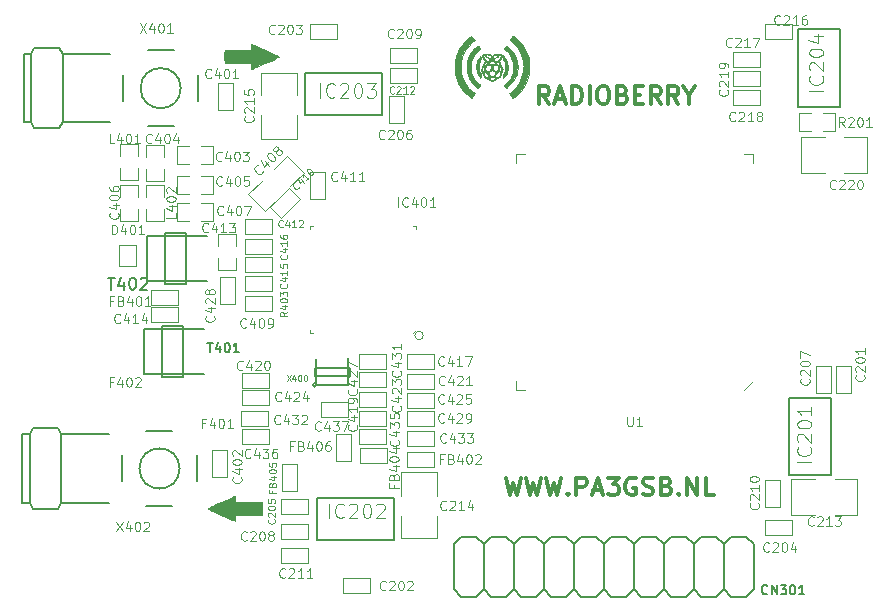
<source format=gto>
G04 #@! TF.FileFunction,Legend,Top*
%FSLAX46Y46*%
G04 Gerber Fmt 4.6, Leading zero omitted, Abs format (unit mm)*
G04 Created by KiCad (PCBNEW 4.0.6) date 11/29/17 18:48:55*
%MOMM*%
%LPD*%
G01*
G04 APERTURE LIST*
%ADD10C,0.100000*%
%ADD11C,0.300000*%
%ADD12C,0.152400*%
%ADD13C,0.203200*%
%ADD14C,0.150000*%
%ADD15C,0.010000*%
%ADD16C,0.127000*%
%ADD17C,0.101600*%
%ADD18C,0.125000*%
G04 APERTURE END LIST*
D10*
D11*
X127407143Y-84828571D02*
X126907143Y-84114286D01*
X126550000Y-84828571D02*
X126550000Y-83328571D01*
X127121428Y-83328571D01*
X127264286Y-83400000D01*
X127335714Y-83471429D01*
X127407143Y-83614286D01*
X127407143Y-83828571D01*
X127335714Y-83971429D01*
X127264286Y-84042857D01*
X127121428Y-84114286D01*
X126550000Y-84114286D01*
X127978571Y-84400000D02*
X128692857Y-84400000D01*
X127835714Y-84828571D02*
X128335714Y-83328571D01*
X128835714Y-84828571D01*
X129335714Y-84828571D02*
X129335714Y-83328571D01*
X129692857Y-83328571D01*
X129907142Y-83400000D01*
X130050000Y-83542857D01*
X130121428Y-83685714D01*
X130192857Y-83971429D01*
X130192857Y-84185714D01*
X130121428Y-84471429D01*
X130050000Y-84614286D01*
X129907142Y-84757143D01*
X129692857Y-84828571D01*
X129335714Y-84828571D01*
X130835714Y-84828571D02*
X130835714Y-83328571D01*
X131835714Y-83328571D02*
X132121428Y-83328571D01*
X132264286Y-83400000D01*
X132407143Y-83542857D01*
X132478571Y-83828571D01*
X132478571Y-84328571D01*
X132407143Y-84614286D01*
X132264286Y-84757143D01*
X132121428Y-84828571D01*
X131835714Y-84828571D01*
X131692857Y-84757143D01*
X131550000Y-84614286D01*
X131478571Y-84328571D01*
X131478571Y-83828571D01*
X131550000Y-83542857D01*
X131692857Y-83400000D01*
X131835714Y-83328571D01*
X133621429Y-84042857D02*
X133835715Y-84114286D01*
X133907143Y-84185714D01*
X133978572Y-84328571D01*
X133978572Y-84542857D01*
X133907143Y-84685714D01*
X133835715Y-84757143D01*
X133692857Y-84828571D01*
X133121429Y-84828571D01*
X133121429Y-83328571D01*
X133621429Y-83328571D01*
X133764286Y-83400000D01*
X133835715Y-83471429D01*
X133907143Y-83614286D01*
X133907143Y-83757143D01*
X133835715Y-83900000D01*
X133764286Y-83971429D01*
X133621429Y-84042857D01*
X133121429Y-84042857D01*
X134621429Y-84042857D02*
X135121429Y-84042857D01*
X135335715Y-84828571D02*
X134621429Y-84828571D01*
X134621429Y-83328571D01*
X135335715Y-83328571D01*
X136835715Y-84828571D02*
X136335715Y-84114286D01*
X135978572Y-84828571D02*
X135978572Y-83328571D01*
X136550000Y-83328571D01*
X136692858Y-83400000D01*
X136764286Y-83471429D01*
X136835715Y-83614286D01*
X136835715Y-83828571D01*
X136764286Y-83971429D01*
X136692858Y-84042857D01*
X136550000Y-84114286D01*
X135978572Y-84114286D01*
X138335715Y-84828571D02*
X137835715Y-84114286D01*
X137478572Y-84828571D02*
X137478572Y-83328571D01*
X138050000Y-83328571D01*
X138192858Y-83400000D01*
X138264286Y-83471429D01*
X138335715Y-83614286D01*
X138335715Y-83828571D01*
X138264286Y-83971429D01*
X138192858Y-84042857D01*
X138050000Y-84114286D01*
X137478572Y-84114286D01*
X139264286Y-84114286D02*
X139264286Y-84828571D01*
X138764286Y-83328571D02*
X139264286Y-84114286D01*
X139764286Y-83328571D01*
X123704286Y-116468571D02*
X124061429Y-117968571D01*
X124347143Y-116897143D01*
X124632857Y-117968571D01*
X124990000Y-116468571D01*
X125418572Y-116468571D02*
X125775715Y-117968571D01*
X126061429Y-116897143D01*
X126347143Y-117968571D01*
X126704286Y-116468571D01*
X127132858Y-116468571D02*
X127490001Y-117968571D01*
X127775715Y-116897143D01*
X128061429Y-117968571D01*
X128418572Y-116468571D01*
X128990001Y-117825714D02*
X129061429Y-117897143D01*
X128990001Y-117968571D01*
X128918572Y-117897143D01*
X128990001Y-117825714D01*
X128990001Y-117968571D01*
X129704287Y-117968571D02*
X129704287Y-116468571D01*
X130275715Y-116468571D01*
X130418573Y-116540000D01*
X130490001Y-116611429D01*
X130561430Y-116754286D01*
X130561430Y-116968571D01*
X130490001Y-117111429D01*
X130418573Y-117182857D01*
X130275715Y-117254286D01*
X129704287Y-117254286D01*
X131132858Y-117540000D02*
X131847144Y-117540000D01*
X130990001Y-117968571D02*
X131490001Y-116468571D01*
X131990001Y-117968571D01*
X132347144Y-116468571D02*
X133275715Y-116468571D01*
X132775715Y-117040000D01*
X132990001Y-117040000D01*
X133132858Y-117111429D01*
X133204287Y-117182857D01*
X133275715Y-117325714D01*
X133275715Y-117682857D01*
X133204287Y-117825714D01*
X133132858Y-117897143D01*
X132990001Y-117968571D01*
X132561429Y-117968571D01*
X132418572Y-117897143D01*
X132347144Y-117825714D01*
X134704286Y-116540000D02*
X134561429Y-116468571D01*
X134347143Y-116468571D01*
X134132858Y-116540000D01*
X133990000Y-116682857D01*
X133918572Y-116825714D01*
X133847143Y-117111429D01*
X133847143Y-117325714D01*
X133918572Y-117611429D01*
X133990000Y-117754286D01*
X134132858Y-117897143D01*
X134347143Y-117968571D01*
X134490000Y-117968571D01*
X134704286Y-117897143D01*
X134775715Y-117825714D01*
X134775715Y-117325714D01*
X134490000Y-117325714D01*
X135347143Y-117897143D02*
X135561429Y-117968571D01*
X135918572Y-117968571D01*
X136061429Y-117897143D01*
X136132858Y-117825714D01*
X136204286Y-117682857D01*
X136204286Y-117540000D01*
X136132858Y-117397143D01*
X136061429Y-117325714D01*
X135918572Y-117254286D01*
X135632858Y-117182857D01*
X135490000Y-117111429D01*
X135418572Y-117040000D01*
X135347143Y-116897143D01*
X135347143Y-116754286D01*
X135418572Y-116611429D01*
X135490000Y-116540000D01*
X135632858Y-116468571D01*
X135990000Y-116468571D01*
X136204286Y-116540000D01*
X137347143Y-117182857D02*
X137561429Y-117254286D01*
X137632857Y-117325714D01*
X137704286Y-117468571D01*
X137704286Y-117682857D01*
X137632857Y-117825714D01*
X137561429Y-117897143D01*
X137418571Y-117968571D01*
X136847143Y-117968571D01*
X136847143Y-116468571D01*
X137347143Y-116468571D01*
X137490000Y-116540000D01*
X137561429Y-116611429D01*
X137632857Y-116754286D01*
X137632857Y-116897143D01*
X137561429Y-117040000D01*
X137490000Y-117111429D01*
X137347143Y-117182857D01*
X136847143Y-117182857D01*
X138347143Y-117825714D02*
X138418571Y-117897143D01*
X138347143Y-117968571D01*
X138275714Y-117897143D01*
X138347143Y-117825714D01*
X138347143Y-117968571D01*
X139061429Y-117968571D02*
X139061429Y-116468571D01*
X139918572Y-117968571D01*
X139918572Y-116468571D01*
X141347144Y-117968571D02*
X140632858Y-117968571D01*
X140632858Y-116468571D01*
D10*
X144620000Y-108310000D02*
X143870000Y-109060000D01*
X125370000Y-109060000D02*
X124620000Y-109060000D01*
X124620000Y-109060000D02*
X124620000Y-108310000D01*
X143870000Y-89060000D02*
X144620000Y-89060000D01*
X144620000Y-89060000D02*
X144620000Y-89810000D01*
X125370000Y-89060000D02*
X124620000Y-89060000D01*
X124620000Y-89060000D02*
X124620000Y-89810000D01*
X116736553Y-104445000D02*
G75*
G03X116736553Y-104445000I-353553J0D01*
G01*
X116133000Y-103945000D02*
X115883000Y-104195000D01*
X107383000Y-104195000D02*
X107133000Y-104195000D01*
X107133000Y-104195000D02*
X107133000Y-103945000D01*
X115883000Y-95195000D02*
X116133000Y-95195000D01*
X116133000Y-95195000D02*
X116133000Y-95445000D01*
X107383000Y-95195000D02*
X107133000Y-95195000D01*
X107133000Y-95195000D02*
X107133000Y-95445000D01*
X151665000Y-109343000D02*
X151665000Y-107057000D01*
X151665000Y-107057000D02*
X152935000Y-107057000D01*
X152935000Y-107057000D02*
X152935000Y-109343000D01*
X152935000Y-109343000D02*
X151665000Y-109343000D01*
X112243000Y-126235000D02*
X109957000Y-126235000D01*
X109957000Y-126235000D02*
X109957000Y-124965000D01*
X109957000Y-124965000D02*
X112243000Y-124965000D01*
X112243000Y-124965000D02*
X112243000Y-126235000D01*
X107157000Y-78065000D02*
X109443000Y-78065000D01*
X109443000Y-78065000D02*
X109443000Y-79335000D01*
X109443000Y-79335000D02*
X107157000Y-79335000D01*
X107157000Y-79335000D02*
X107157000Y-78065000D01*
X147943000Y-121335000D02*
X145657000Y-121335000D01*
X145657000Y-121335000D02*
X145657000Y-120065000D01*
X145657000Y-120065000D02*
X147943000Y-120065000D01*
X147943000Y-120065000D02*
X147943000Y-121335000D01*
X104657000Y-118265000D02*
X106943000Y-118265000D01*
X106943000Y-118265000D02*
X106943000Y-119535000D01*
X106943000Y-119535000D02*
X104657000Y-119535000D01*
X104657000Y-119535000D02*
X104657000Y-118265000D01*
X113865000Y-86443000D02*
X113865000Y-84157000D01*
X113865000Y-84157000D02*
X115135000Y-84157000D01*
X115135000Y-84157000D02*
X115135000Y-86443000D01*
X115135000Y-86443000D02*
X113865000Y-86443000D01*
X149965000Y-109343000D02*
X149965000Y-107057000D01*
X149965000Y-107057000D02*
X151235000Y-107057000D01*
X151235000Y-107057000D02*
X151235000Y-109343000D01*
X151235000Y-109343000D02*
X149965000Y-109343000D01*
X104657000Y-120365000D02*
X106943000Y-120365000D01*
X106943000Y-120365000D02*
X106943000Y-121635000D01*
X106943000Y-121635000D02*
X104657000Y-121635000D01*
X104657000Y-121635000D02*
X104657000Y-120365000D01*
X116243000Y-81335000D02*
X113957000Y-81335000D01*
X113957000Y-81335000D02*
X113957000Y-80065000D01*
X113957000Y-80065000D02*
X116243000Y-80065000D01*
X116243000Y-80065000D02*
X116243000Y-81335000D01*
X146935000Y-116657000D02*
X146935000Y-118943000D01*
X146935000Y-118943000D02*
X145665000Y-118943000D01*
X145665000Y-118943000D02*
X145665000Y-116657000D01*
X145665000Y-116657000D02*
X146935000Y-116657000D01*
X104657000Y-122465000D02*
X106943000Y-122465000D01*
X106943000Y-122465000D02*
X106943000Y-123735000D01*
X106943000Y-123735000D02*
X104657000Y-123735000D01*
X104657000Y-123735000D02*
X104657000Y-122465000D01*
X116243000Y-83035000D02*
X113957000Y-83035000D01*
X113957000Y-83035000D02*
X113957000Y-81765000D01*
X113957000Y-81765000D02*
X116243000Y-81765000D01*
X116243000Y-81765000D02*
X116243000Y-83035000D01*
X147906000Y-116576000D02*
X147906000Y-119624000D01*
X151589000Y-119624000D02*
X153494000Y-119624000D01*
X153494000Y-119624000D02*
X153494000Y-116576000D01*
X153494000Y-116576000D02*
X151589000Y-116576000D01*
X149938000Y-116576000D02*
X147906000Y-116576000D01*
X147906000Y-119624000D02*
X149938000Y-119624000D01*
X117924000Y-116006000D02*
X114876000Y-116006000D01*
X114876000Y-119689000D02*
X114876000Y-121594000D01*
X114876000Y-121594000D02*
X117924000Y-121594000D01*
X117924000Y-121594000D02*
X117924000Y-119689000D01*
X117924000Y-118038000D02*
X117924000Y-116006000D01*
X114876000Y-116006000D02*
X114876000Y-118038000D01*
X102976000Y-87794000D02*
X106024000Y-87794000D01*
X106024000Y-84111000D02*
X106024000Y-82206000D01*
X106024000Y-82206000D02*
X102976000Y-82206000D01*
X102976000Y-82206000D02*
X102976000Y-84111000D01*
X102976000Y-85762000D02*
X102976000Y-87794000D01*
X106024000Y-87794000D02*
X106024000Y-85762000D01*
X147943000Y-79335000D02*
X145657000Y-79335000D01*
X145657000Y-79335000D02*
X145657000Y-78065000D01*
X145657000Y-78065000D02*
X147943000Y-78065000D01*
X147943000Y-78065000D02*
X147943000Y-79335000D01*
X145283000Y-81695000D02*
X142997000Y-81695000D01*
X142997000Y-81695000D02*
X142997000Y-80425000D01*
X142997000Y-80425000D02*
X145283000Y-80425000D01*
X145283000Y-80425000D02*
X145283000Y-81695000D01*
X145223000Y-84895000D02*
X142937000Y-84895000D01*
X142937000Y-84895000D02*
X142937000Y-83625000D01*
X142937000Y-83625000D02*
X145223000Y-83625000D01*
X145223000Y-83625000D02*
X145223000Y-84895000D01*
X145203000Y-83325000D02*
X142917000Y-83325000D01*
X142917000Y-83325000D02*
X142917000Y-82055000D01*
X142917000Y-82055000D02*
X145203000Y-82055000D01*
X145203000Y-82055000D02*
X145203000Y-83325000D01*
X148706000Y-87676000D02*
X148706000Y-90724000D01*
X152389000Y-90724000D02*
X154294000Y-90724000D01*
X154294000Y-90724000D02*
X154294000Y-87676000D01*
X154294000Y-87676000D02*
X152389000Y-87676000D01*
X150738000Y-87676000D02*
X148706000Y-87676000D01*
X148706000Y-90724000D02*
X150738000Y-90724000D01*
X99314000Y-85344000D02*
X99314000Y-83058000D01*
X99314000Y-83058000D02*
X100584000Y-83058000D01*
X100584000Y-83058000D02*
X100584000Y-85344000D01*
X100584000Y-85344000D02*
X99314000Y-85344000D01*
X100125000Y-114117000D02*
X100125000Y-116403000D01*
X100125000Y-116403000D02*
X98855000Y-116403000D01*
X98855000Y-116403000D02*
X98855000Y-114117000D01*
X98855000Y-114117000D02*
X100125000Y-114117000D01*
X96901000Y-89916000D02*
X95885000Y-89916000D01*
X95885000Y-89916000D02*
X95885000Y-88392000D01*
X95885000Y-88392000D02*
X96901000Y-88392000D01*
X97917000Y-88392000D02*
X98933000Y-88392000D01*
X98933000Y-88392000D02*
X98933000Y-89916000D01*
X98933000Y-89916000D02*
X97917000Y-89916000D01*
X92583000Y-90297000D02*
X92583000Y-91313000D01*
X92583000Y-91313000D02*
X91059000Y-91313000D01*
X91059000Y-91313000D02*
X91059000Y-90297000D01*
X91059000Y-89281000D02*
X91059000Y-88265000D01*
X91059000Y-88265000D02*
X92583000Y-88265000D01*
X92583000Y-88265000D02*
X92583000Y-89281000D01*
X96901000Y-92456000D02*
X95885000Y-92456000D01*
X95885000Y-92456000D02*
X95885000Y-90932000D01*
X95885000Y-90932000D02*
X96901000Y-90932000D01*
X97917000Y-90932000D02*
X98933000Y-90932000D01*
X98933000Y-90932000D02*
X98933000Y-92456000D01*
X98933000Y-92456000D02*
X97917000Y-92456000D01*
X92583000Y-93726000D02*
X92583000Y-94742000D01*
X92583000Y-94742000D02*
X91059000Y-94742000D01*
X91059000Y-94742000D02*
X91059000Y-93726000D01*
X91059000Y-92710000D02*
X91059000Y-91694000D01*
X91059000Y-91694000D02*
X92583000Y-91694000D01*
X92583000Y-91694000D02*
X92583000Y-92710000D01*
X96901000Y-94742000D02*
X95885000Y-94742000D01*
X95885000Y-94742000D02*
X95885000Y-93218000D01*
X95885000Y-93218000D02*
X96901000Y-93218000D01*
X97917000Y-93218000D02*
X98933000Y-93218000D01*
X98933000Y-93218000D02*
X98933000Y-94742000D01*
X98933000Y-94742000D02*
X97917000Y-94742000D01*
X105469082Y-91779132D02*
X106600452Y-90647761D01*
X106600452Y-90647761D02*
X105186239Y-89233548D01*
X105186239Y-89233548D02*
X104054868Y-90364918D01*
X103064918Y-91354868D02*
X101933548Y-92486239D01*
X101933548Y-92486239D02*
X103347761Y-93900452D01*
X103347761Y-93900452D02*
X104479132Y-92769082D01*
X101600000Y-101092000D02*
X103886000Y-101092000D01*
X103886000Y-101092000D02*
X103886000Y-102362000D01*
X103886000Y-102362000D02*
X101600000Y-102362000D01*
X101600000Y-102362000D02*
X101600000Y-101092000D01*
X103771764Y-93577210D02*
X105388210Y-91960764D01*
X105388210Y-91960764D02*
X106286236Y-92858790D01*
X106286236Y-92858790D02*
X104669790Y-94475236D01*
X104669790Y-94475236D02*
X103771764Y-93577210D01*
X108425000Y-90617000D02*
X108425000Y-92903000D01*
X108425000Y-92903000D02*
X107155000Y-92903000D01*
X107155000Y-92903000D02*
X107155000Y-90617000D01*
X107155000Y-90617000D02*
X108425000Y-90617000D01*
X101600000Y-94615000D02*
X103886000Y-94615000D01*
X103886000Y-94615000D02*
X103886000Y-95885000D01*
X103886000Y-95885000D02*
X101600000Y-95885000D01*
X101600000Y-95885000D02*
X101600000Y-94615000D01*
X100838000Y-97917000D02*
X100838000Y-98933000D01*
X100838000Y-98933000D02*
X99314000Y-98933000D01*
X99314000Y-98933000D02*
X99314000Y-97917000D01*
X99314000Y-96901000D02*
X99314000Y-95885000D01*
X99314000Y-95885000D02*
X100838000Y-95885000D01*
X100838000Y-95885000D02*
X100838000Y-96901000D01*
X95943000Y-103335000D02*
X93657000Y-103335000D01*
X93657000Y-103335000D02*
X93657000Y-102065000D01*
X93657000Y-102065000D02*
X95943000Y-102065000D01*
X95943000Y-102065000D02*
X95943000Y-103335000D01*
X103886000Y-99060000D02*
X101600000Y-99060000D01*
X101600000Y-99060000D02*
X101600000Y-97790000D01*
X101600000Y-97790000D02*
X103886000Y-97790000D01*
X103886000Y-97790000D02*
X103886000Y-99060000D01*
X103886000Y-97536000D02*
X101600000Y-97536000D01*
X101600000Y-97536000D02*
X101600000Y-96266000D01*
X101600000Y-96266000D02*
X103886000Y-96266000D01*
X103886000Y-96266000D02*
X103886000Y-97536000D01*
X115316000Y-106045000D02*
X117602000Y-106045000D01*
X117602000Y-106045000D02*
X117602000Y-107315000D01*
X117602000Y-107315000D02*
X115316000Y-107315000D01*
X115316000Y-107315000D02*
X115316000Y-106045000D01*
X113582000Y-112141000D02*
X111296000Y-112141000D01*
X111296000Y-112141000D02*
X111296000Y-110871000D01*
X111296000Y-110871000D02*
X113582000Y-110871000D01*
X113582000Y-110871000D02*
X113582000Y-112141000D01*
X103673000Y-108855000D02*
X101387000Y-108855000D01*
X101387000Y-108855000D02*
X101387000Y-107585000D01*
X101387000Y-107585000D02*
X103673000Y-107585000D01*
X103673000Y-107585000D02*
X103673000Y-108855000D01*
X115316000Y-107696000D02*
X117602000Y-107696000D01*
X117602000Y-107696000D02*
X117602000Y-108966000D01*
X117602000Y-108966000D02*
X115316000Y-108966000D01*
X115316000Y-108966000D02*
X115316000Y-107696000D01*
X113582000Y-110490000D02*
X111296000Y-110490000D01*
X111296000Y-110490000D02*
X111296000Y-109220000D01*
X111296000Y-109220000D02*
X113582000Y-109220000D01*
X113582000Y-109220000D02*
X113582000Y-110490000D01*
X103673000Y-110345000D02*
X101387000Y-110345000D01*
X101387000Y-110345000D02*
X101387000Y-109075000D01*
X101387000Y-109075000D02*
X103673000Y-109075000D01*
X103673000Y-109075000D02*
X103673000Y-110345000D01*
X115316000Y-109347000D02*
X117602000Y-109347000D01*
X117602000Y-109347000D02*
X117602000Y-110617000D01*
X117602000Y-110617000D02*
X115316000Y-110617000D01*
X115316000Y-110617000D02*
X115316000Y-109347000D01*
X113582000Y-108839000D02*
X111296000Y-108839000D01*
X111296000Y-108839000D02*
X111296000Y-107569000D01*
X111296000Y-107569000D02*
X113582000Y-107569000D01*
X113582000Y-107569000D02*
X113582000Y-108839000D01*
X99535000Y-101783000D02*
X99535000Y-99497000D01*
X99535000Y-99497000D02*
X100805000Y-99497000D01*
X100805000Y-99497000D02*
X100805000Y-101783000D01*
X100805000Y-101783000D02*
X99535000Y-101783000D01*
X115316000Y-110871000D02*
X117602000Y-110871000D01*
X117602000Y-110871000D02*
X117602000Y-112141000D01*
X117602000Y-112141000D02*
X115316000Y-112141000D01*
X115316000Y-112141000D02*
X115316000Y-110871000D01*
X113582000Y-107315000D02*
X111296000Y-107315000D01*
X111296000Y-107315000D02*
X111296000Y-106045000D01*
X111296000Y-106045000D02*
X113582000Y-106045000D01*
X113582000Y-106045000D02*
X113582000Y-107315000D01*
X103593000Y-112095000D02*
X101307000Y-112095000D01*
X101307000Y-112095000D02*
X101307000Y-110825000D01*
X101307000Y-110825000D02*
X103593000Y-110825000D01*
X103593000Y-110825000D02*
X103593000Y-112095000D01*
X115316000Y-112522000D02*
X117602000Y-112522000D01*
X117602000Y-112522000D02*
X117602000Y-113792000D01*
X117602000Y-113792000D02*
X115316000Y-113792000D01*
X115316000Y-113792000D02*
X115316000Y-112522000D01*
X113582000Y-113665000D02*
X111296000Y-113665000D01*
X111296000Y-113665000D02*
X111296000Y-112395000D01*
X111296000Y-112395000D02*
X113582000Y-112395000D01*
X113582000Y-112395000D02*
X113582000Y-113665000D01*
X103633000Y-113635000D02*
X101347000Y-113635000D01*
X101347000Y-113635000D02*
X101347000Y-112365000D01*
X101347000Y-112365000D02*
X103633000Y-112365000D01*
X103633000Y-112365000D02*
X103633000Y-113635000D01*
X110319000Y-111306000D02*
X108033000Y-111306000D01*
X108033000Y-111306000D02*
X108033000Y-110036000D01*
X108033000Y-110036000D02*
X110319000Y-110036000D01*
X110319000Y-110036000D02*
X110319000Y-111306000D01*
D12*
X144700000Y-122095000D02*
X144065000Y-121460000D01*
X142795000Y-121460000D02*
X142160000Y-122095000D01*
X142160000Y-122095000D02*
X141525000Y-121460000D01*
X140255000Y-121460000D02*
X139620000Y-122095000D01*
X139620000Y-122095000D02*
X138985000Y-121460000D01*
X137715000Y-121460000D02*
X137080000Y-122095000D01*
X137080000Y-122095000D02*
X136445000Y-121460000D01*
X135175000Y-121460000D02*
X134540000Y-122095000D01*
X134540000Y-122095000D02*
X133905000Y-121460000D01*
X132635000Y-121460000D02*
X132000000Y-122095000D01*
X132000000Y-122095000D02*
X131365000Y-121460000D01*
X130095000Y-121460000D02*
X129460000Y-122095000D01*
X144700000Y-122095000D02*
X144700000Y-125905000D01*
X144700000Y-125905000D02*
X144065000Y-126540000D01*
X144065000Y-126540000D02*
X142795000Y-126540000D01*
X142795000Y-126540000D02*
X142160000Y-125905000D01*
X142160000Y-125905000D02*
X141525000Y-126540000D01*
X141525000Y-126540000D02*
X140255000Y-126540000D01*
X140255000Y-126540000D02*
X139620000Y-125905000D01*
X139620000Y-125905000D02*
X138985000Y-126540000D01*
X138985000Y-126540000D02*
X137715000Y-126540000D01*
X137715000Y-126540000D02*
X137080000Y-125905000D01*
X137080000Y-125905000D02*
X136445000Y-126540000D01*
X136445000Y-126540000D02*
X135175000Y-126540000D01*
X135175000Y-126540000D02*
X134540000Y-125905000D01*
X134540000Y-125905000D02*
X133905000Y-126540000D01*
X133905000Y-126540000D02*
X132635000Y-126540000D01*
X132635000Y-126540000D02*
X132000000Y-125905000D01*
X132000000Y-125905000D02*
X131365000Y-126540000D01*
X131365000Y-126540000D02*
X130095000Y-126540000D01*
X130095000Y-126540000D02*
X129460000Y-125905000D01*
X129460000Y-125905000D02*
X128825000Y-126540000D01*
X128825000Y-126540000D02*
X127555000Y-126540000D01*
X127555000Y-126540000D02*
X126920000Y-125905000D01*
X126920000Y-125905000D02*
X126285000Y-126540000D01*
X126285000Y-126540000D02*
X125015000Y-126540000D01*
X125015000Y-126540000D02*
X124380000Y-125905000D01*
X124380000Y-125905000D02*
X123745000Y-126540000D01*
X123745000Y-126540000D02*
X122475000Y-126540000D01*
X122475000Y-126540000D02*
X121840000Y-125905000D01*
X121840000Y-122095000D02*
X122475000Y-121460000D01*
X124380000Y-122095000D02*
X123745000Y-121460000D01*
X124380000Y-122095000D02*
X125015000Y-121460000D01*
X126920000Y-122095000D02*
X126285000Y-121460000D01*
X126920000Y-122095000D02*
X127555000Y-121460000D01*
X129460000Y-122095000D02*
X128825000Y-121460000D01*
X142160000Y-125905000D02*
X142160000Y-122095000D01*
X139620000Y-125905000D02*
X139620000Y-122095000D01*
X137080000Y-125905000D02*
X137080000Y-122095000D01*
X134540000Y-125905000D02*
X134540000Y-122095000D01*
X132000000Y-125905000D02*
X132000000Y-122095000D01*
X129460000Y-125905000D02*
X129460000Y-122095000D01*
X126920000Y-125905000D02*
X126920000Y-122095000D01*
X124380000Y-125905000D02*
X124380000Y-122095000D01*
X121840000Y-125905000D02*
X121840000Y-122095000D01*
X123745000Y-121460000D02*
X122475000Y-121460000D01*
X126285000Y-121460000D02*
X125015000Y-121460000D01*
X128825000Y-121460000D02*
X127555000Y-121460000D01*
X131365000Y-121460000D02*
X130095000Y-121460000D01*
X133905000Y-121460000D02*
X132635000Y-121460000D01*
X136445000Y-121460000D02*
X135175000Y-121460000D01*
X138985000Y-121460000D02*
X137715000Y-121460000D01*
X141525000Y-121460000D02*
X140255000Y-121460000D01*
X144065000Y-121460000D02*
X142795000Y-121460000D01*
X121840000Y-125905000D02*
X121205000Y-126540000D01*
X121205000Y-126540000D02*
X119935000Y-126540000D01*
X119935000Y-126540000D02*
X119300000Y-125905000D01*
X119300000Y-122095000D02*
X119935000Y-121460000D01*
X121840000Y-122095000D02*
X121205000Y-121460000D01*
X119300000Y-125905000D02*
X119300000Y-122095000D01*
X121205000Y-121460000D02*
X119935000Y-121460000D01*
D10*
X90992960Y-96763840D02*
X90992960Y-98562160D01*
X90992960Y-98562160D02*
X92395040Y-98562160D01*
X92395040Y-98562160D02*
X92395040Y-96763840D01*
X92395040Y-96763840D02*
X90992960Y-96763840D01*
X93657000Y-100565000D02*
X95943000Y-100565000D01*
X95943000Y-100565000D02*
X95943000Y-101835000D01*
X95943000Y-101835000D02*
X93657000Y-101835000D01*
X93657000Y-101835000D02*
X93657000Y-100565000D01*
X115357000Y-114265000D02*
X117643000Y-114265000D01*
X117643000Y-114265000D02*
X117643000Y-115535000D01*
X117643000Y-115535000D02*
X115357000Y-115535000D01*
X115357000Y-115535000D02*
X115357000Y-114265000D01*
X113643000Y-115235000D02*
X111357000Y-115235000D01*
X111357000Y-115235000D02*
X111357000Y-113965000D01*
X111357000Y-113965000D02*
X113643000Y-113965000D01*
X113643000Y-113965000D02*
X113643000Y-115235000D01*
X106035000Y-115357000D02*
X106035000Y-117643000D01*
X106035000Y-117643000D02*
X104765000Y-117643000D01*
X104765000Y-117643000D02*
X104765000Y-115357000D01*
X104765000Y-115357000D02*
X106035000Y-115357000D01*
X110635000Y-112757000D02*
X110635000Y-115043000D01*
X110635000Y-115043000D02*
X109365000Y-115043000D01*
X109365000Y-115043000D02*
X109365000Y-112757000D01*
X109365000Y-112757000D02*
X110635000Y-112757000D01*
D13*
X147722000Y-109723000D02*
X151278000Y-109723000D01*
X151278000Y-109723000D02*
X151278000Y-116277000D01*
X151278000Y-116277000D02*
X147722000Y-116277000D01*
X147722000Y-116277000D02*
X147722000Y-109723000D01*
X114277000Y-118222000D02*
X114277000Y-121778000D01*
X114277000Y-121778000D02*
X107723000Y-121778000D01*
X107723000Y-121778000D02*
X107723000Y-118222000D01*
X107723000Y-118222000D02*
X114277000Y-118222000D01*
X106723000Y-85778000D02*
X106723000Y-82222000D01*
X106723000Y-82222000D02*
X113277000Y-82222000D01*
X113277000Y-82222000D02*
X113277000Y-85778000D01*
X113277000Y-85778000D02*
X106723000Y-85778000D01*
X148422000Y-78523000D02*
X151978000Y-78523000D01*
X151978000Y-78523000D02*
X151978000Y-85077000D01*
X151978000Y-85077000D02*
X148422000Y-85077000D01*
X148422000Y-85077000D02*
X148422000Y-78523000D01*
D10*
X93238000Y-89292000D02*
X93238000Y-88276000D01*
X93238000Y-88276000D02*
X94762000Y-88276000D01*
X94762000Y-88276000D02*
X94762000Y-89292000D01*
X94762000Y-90308000D02*
X94762000Y-91324000D01*
X94762000Y-91324000D02*
X93238000Y-91324000D01*
X93238000Y-91324000D02*
X93238000Y-90308000D01*
X93218000Y-92710000D02*
X93218000Y-91694000D01*
X93218000Y-91694000D02*
X94742000Y-91694000D01*
X94742000Y-91694000D02*
X94742000Y-92710000D01*
X94742000Y-93726000D02*
X94742000Y-94742000D01*
X94742000Y-94742000D02*
X93218000Y-94742000D01*
X93218000Y-94742000D02*
X93218000Y-93726000D01*
X150608000Y-85638000D02*
X151624000Y-85638000D01*
X151624000Y-85638000D02*
X151624000Y-87162000D01*
X151624000Y-87162000D02*
X150608000Y-87162000D01*
X149592000Y-87162000D02*
X148576000Y-87162000D01*
X148576000Y-87162000D02*
X148576000Y-85638000D01*
X148576000Y-85638000D02*
X149592000Y-85638000D01*
X103886000Y-100711000D02*
X101600000Y-100711000D01*
X101600000Y-100711000D02*
X101600000Y-99441000D01*
X101600000Y-99441000D02*
X103886000Y-99441000D01*
X103886000Y-99441000D02*
X103886000Y-100711000D01*
D14*
X94615000Y-107950000D02*
X94615000Y-103632000D01*
X94615000Y-103632000D02*
X96393000Y-103632000D01*
X96393000Y-103632000D02*
X96393000Y-107950000D01*
X96393000Y-107950000D02*
X94615000Y-107950000D01*
X98171000Y-103886000D02*
X93091000Y-103886000D01*
X93091000Y-103886000D02*
X93091000Y-107696000D01*
X93091000Y-107696000D02*
X98171000Y-107696000D01*
X94869000Y-100076000D02*
X94869000Y-95758000D01*
X94869000Y-95758000D02*
X96647000Y-95758000D01*
X96647000Y-95758000D02*
X96647000Y-100076000D01*
X96647000Y-100076000D02*
X94869000Y-100076000D01*
X98425000Y-96012000D02*
X93345000Y-96012000D01*
X93345000Y-96012000D02*
X93345000Y-99822000D01*
X93345000Y-99822000D02*
X98425000Y-99822000D01*
X107708353Y-108593700D02*
G75*
G03X107708353Y-108593700I-178253J0D01*
G01*
X107530100Y-107158600D02*
X107530100Y-107844400D01*
X107530100Y-107844400D02*
X110514600Y-107857100D01*
X110514600Y-107857100D02*
X110514600Y-107184000D01*
X110514600Y-107184000D02*
X107530100Y-107171300D01*
X107657100Y-106422000D02*
X107657100Y-108644500D01*
X107657100Y-108644500D02*
X110400300Y-108644500D01*
X110400300Y-108644500D02*
X110400300Y-106383900D01*
D13*
X96200000Y-83500000D02*
G75*
G03X96200000Y-83500000I-1700000J0D01*
G01*
X95600000Y-86700000D02*
X93400000Y-86700000D01*
X91300000Y-84600000D02*
X91300000Y-82400000D01*
X93400000Y-80300000D02*
X95600000Y-80300000D01*
X97700000Y-82400000D02*
X97700000Y-84600000D01*
X90200000Y-86400000D02*
X86200000Y-86400000D01*
X86200000Y-86400000D02*
X85900000Y-86900000D01*
X83800000Y-86900000D02*
X83500000Y-86400000D01*
X83500000Y-86400000D02*
X82900000Y-86400000D01*
X82900000Y-80600000D02*
X82900000Y-86400000D01*
X85900000Y-86900000D02*
X83800000Y-86900000D01*
X90200000Y-80600000D02*
X86200000Y-80600000D01*
X86200000Y-80600000D02*
X85900000Y-80100000D01*
X83800000Y-80100000D02*
X83500000Y-80600000D01*
X83500000Y-80600000D02*
X82900000Y-80600000D01*
X85900000Y-80100000D02*
X83800000Y-80100000D01*
X83500000Y-80600000D02*
X83500000Y-86400000D01*
X86200000Y-80600000D02*
X86200000Y-86400000D01*
X96100000Y-115700000D02*
G75*
G03X96100000Y-115700000I-1700000J0D01*
G01*
X95500000Y-118900000D02*
X93300000Y-118900000D01*
X91200000Y-116800000D02*
X91200000Y-114600000D01*
X93300000Y-112500000D02*
X95500000Y-112500000D01*
X97600000Y-114600000D02*
X97600000Y-116800000D01*
X90100000Y-118600000D02*
X86100000Y-118600000D01*
X86100000Y-118600000D02*
X85800000Y-119100000D01*
X83700000Y-119100000D02*
X83400000Y-118600000D01*
X83400000Y-118600000D02*
X82800000Y-118600000D01*
X82800000Y-112800000D02*
X82800000Y-118600000D01*
X85800000Y-119100000D02*
X83700000Y-119100000D01*
X90100000Y-112800000D02*
X86100000Y-112800000D01*
X86100000Y-112800000D02*
X85800000Y-112300000D01*
X83700000Y-112300000D02*
X83400000Y-112800000D01*
X83400000Y-112800000D02*
X82800000Y-112800000D01*
X85800000Y-112300000D02*
X83700000Y-112300000D01*
X83400000Y-112800000D02*
X83400000Y-118600000D01*
X86100000Y-112800000D02*
X86100000Y-118600000D01*
D15*
G36*
X102197439Y-79782804D02*
X102276519Y-79811696D01*
X102396276Y-79859183D01*
X102551294Y-79923014D01*
X102736160Y-80000939D01*
X102945461Y-80090708D01*
X103173782Y-80190072D01*
X103342727Y-80264441D01*
X103625626Y-80389986D01*
X103860466Y-80495268D01*
X104051104Y-80582169D01*
X104201399Y-80652574D01*
X104315210Y-80708364D01*
X104396395Y-80751423D01*
X104448812Y-80783634D01*
X104476320Y-80806878D01*
X104483000Y-80820868D01*
X104473372Y-80838155D01*
X104441914Y-80862943D01*
X104384767Y-80897127D01*
X104298071Y-80942603D01*
X104177966Y-81001269D01*
X104020592Y-81075021D01*
X103822090Y-81165756D01*
X103578599Y-81275371D01*
X103354111Y-81375575D01*
X103117176Y-81480766D01*
X102895754Y-81578519D01*
X102695244Y-81666490D01*
X102521044Y-81742337D01*
X102378554Y-81803716D01*
X102273172Y-81848284D01*
X102210297Y-81873696D01*
X102194648Y-81878840D01*
X102149371Y-81864287D01*
X102145259Y-81860741D01*
X102136606Y-81825600D01*
X102130052Y-81748554D01*
X102126677Y-81644133D01*
X102126445Y-81607068D01*
X102126445Y-81372211D01*
X101018722Y-81364827D01*
X99911000Y-81357444D01*
X99903295Y-80839008D01*
X99901681Y-80625448D01*
X99904094Y-80465390D01*
X99910658Y-80356026D01*
X99921496Y-80294550D01*
X99927917Y-80281619D01*
X99945304Y-80271398D01*
X99982124Y-80263052D01*
X100043293Y-80256411D01*
X100133728Y-80251301D01*
X100258345Y-80247552D01*
X100422059Y-80244992D01*
X100629787Y-80243449D01*
X100886446Y-80242752D01*
X101043345Y-80242667D01*
X102126445Y-80242667D01*
X102126445Y-80016003D01*
X102129671Y-79890280D01*
X102140121Y-79813325D01*
X102158953Y-79777789D01*
X102164449Y-79774756D01*
X102197439Y-79782804D01*
X102197439Y-79782804D01*
G37*
X102197439Y-79782804D02*
X102276519Y-79811696D01*
X102396276Y-79859183D01*
X102551294Y-79923014D01*
X102736160Y-80000939D01*
X102945461Y-80090708D01*
X103173782Y-80190072D01*
X103342727Y-80264441D01*
X103625626Y-80389986D01*
X103860466Y-80495268D01*
X104051104Y-80582169D01*
X104201399Y-80652574D01*
X104315210Y-80708364D01*
X104396395Y-80751423D01*
X104448812Y-80783634D01*
X104476320Y-80806878D01*
X104483000Y-80820868D01*
X104473372Y-80838155D01*
X104441914Y-80862943D01*
X104384767Y-80897127D01*
X104298071Y-80942603D01*
X104177966Y-81001269D01*
X104020592Y-81075021D01*
X103822090Y-81165756D01*
X103578599Y-81275371D01*
X103354111Y-81375575D01*
X103117176Y-81480766D01*
X102895754Y-81578519D01*
X102695244Y-81666490D01*
X102521044Y-81742337D01*
X102378554Y-81803716D01*
X102273172Y-81848284D01*
X102210297Y-81873696D01*
X102194648Y-81878840D01*
X102149371Y-81864287D01*
X102145259Y-81860741D01*
X102136606Y-81825600D01*
X102130052Y-81748554D01*
X102126677Y-81644133D01*
X102126445Y-81607068D01*
X102126445Y-81372211D01*
X101018722Y-81364827D01*
X99911000Y-81357444D01*
X99903295Y-80839008D01*
X99901681Y-80625448D01*
X99904094Y-80465390D01*
X99910658Y-80356026D01*
X99921496Y-80294550D01*
X99927917Y-80281619D01*
X99945304Y-80271398D01*
X99982124Y-80263052D01*
X100043293Y-80256411D01*
X100133728Y-80251301D01*
X100258345Y-80247552D01*
X100422059Y-80244992D01*
X100629787Y-80243449D01*
X100886446Y-80242752D01*
X101043345Y-80242667D01*
X102126445Y-80242667D01*
X102126445Y-80016003D01*
X102129671Y-79890280D01*
X102140121Y-79813325D01*
X102158953Y-79777789D01*
X102164449Y-79774756D01*
X102197439Y-79782804D01*
G36*
X100762561Y-120127196D02*
X100683481Y-120098304D01*
X100563724Y-120050817D01*
X100408706Y-119986986D01*
X100223840Y-119909061D01*
X100014539Y-119819292D01*
X99786218Y-119719928D01*
X99617273Y-119645559D01*
X99334374Y-119520014D01*
X99099534Y-119414732D01*
X98908896Y-119327831D01*
X98758601Y-119257426D01*
X98644790Y-119201636D01*
X98563605Y-119158577D01*
X98511188Y-119126366D01*
X98483680Y-119103122D01*
X98477000Y-119089132D01*
X98486628Y-119071845D01*
X98518086Y-119047057D01*
X98575233Y-119012873D01*
X98661929Y-118967397D01*
X98782034Y-118908731D01*
X98939408Y-118834979D01*
X99137910Y-118744244D01*
X99381401Y-118634629D01*
X99605889Y-118534425D01*
X99842824Y-118429234D01*
X100064246Y-118331481D01*
X100264756Y-118243510D01*
X100438956Y-118167663D01*
X100581446Y-118106284D01*
X100686828Y-118061716D01*
X100749703Y-118036304D01*
X100765352Y-118031160D01*
X100810629Y-118045713D01*
X100814741Y-118049259D01*
X100823394Y-118084400D01*
X100829948Y-118161446D01*
X100833323Y-118265867D01*
X100833555Y-118302932D01*
X100833555Y-118537789D01*
X101941278Y-118545173D01*
X103049000Y-118552556D01*
X103056705Y-119070992D01*
X103058319Y-119284552D01*
X103055906Y-119444610D01*
X103049342Y-119553974D01*
X103038504Y-119615450D01*
X103032083Y-119628381D01*
X103014696Y-119638602D01*
X102977876Y-119646948D01*
X102916707Y-119653589D01*
X102826272Y-119658699D01*
X102701655Y-119662448D01*
X102537941Y-119665008D01*
X102330213Y-119666551D01*
X102073554Y-119667248D01*
X101916655Y-119667333D01*
X100833555Y-119667333D01*
X100833555Y-119893997D01*
X100830329Y-120019720D01*
X100819879Y-120096675D01*
X100801047Y-120132211D01*
X100795551Y-120135244D01*
X100762561Y-120127196D01*
X100762561Y-120127196D01*
G37*
X100762561Y-120127196D02*
X100683481Y-120098304D01*
X100563724Y-120050817D01*
X100408706Y-119986986D01*
X100223840Y-119909061D01*
X100014539Y-119819292D01*
X99786218Y-119719928D01*
X99617273Y-119645559D01*
X99334374Y-119520014D01*
X99099534Y-119414732D01*
X98908896Y-119327831D01*
X98758601Y-119257426D01*
X98644790Y-119201636D01*
X98563605Y-119158577D01*
X98511188Y-119126366D01*
X98483680Y-119103122D01*
X98477000Y-119089132D01*
X98486628Y-119071845D01*
X98518086Y-119047057D01*
X98575233Y-119012873D01*
X98661929Y-118967397D01*
X98782034Y-118908731D01*
X98939408Y-118834979D01*
X99137910Y-118744244D01*
X99381401Y-118634629D01*
X99605889Y-118534425D01*
X99842824Y-118429234D01*
X100064246Y-118331481D01*
X100264756Y-118243510D01*
X100438956Y-118167663D01*
X100581446Y-118106284D01*
X100686828Y-118061716D01*
X100749703Y-118036304D01*
X100765352Y-118031160D01*
X100810629Y-118045713D01*
X100814741Y-118049259D01*
X100823394Y-118084400D01*
X100829948Y-118161446D01*
X100833323Y-118265867D01*
X100833555Y-118302932D01*
X100833555Y-118537789D01*
X101941278Y-118545173D01*
X103049000Y-118552556D01*
X103056705Y-119070992D01*
X103058319Y-119284552D01*
X103055906Y-119444610D01*
X103049342Y-119553974D01*
X103038504Y-119615450D01*
X103032083Y-119628381D01*
X103014696Y-119638602D01*
X102977876Y-119646948D01*
X102916707Y-119653589D01*
X102826272Y-119658699D01*
X102701655Y-119662448D01*
X102537941Y-119665008D01*
X102330213Y-119666551D01*
X102073554Y-119667248D01*
X101916655Y-119667333D01*
X100833555Y-119667333D01*
X100833555Y-119893997D01*
X100830329Y-120019720D01*
X100819879Y-120096675D01*
X100801047Y-120132211D01*
X100795551Y-120135244D01*
X100762561Y-120127196D01*
G36*
X120940652Y-79246850D02*
X120982063Y-79310500D01*
X121018241Y-79366585D01*
X121047055Y-79411760D01*
X121066369Y-79442677D01*
X121074051Y-79455989D01*
X121074100Y-79456199D01*
X121064605Y-79465404D01*
X121038871Y-79486484D01*
X121001025Y-79516134D01*
X120962975Y-79545184D01*
X120762402Y-79711776D01*
X120580006Y-79894282D01*
X120416831Y-80091147D01*
X120273921Y-80300819D01*
X120152322Y-80521743D01*
X120053080Y-80752365D01*
X119977239Y-80991130D01*
X119969008Y-81023269D01*
X119935080Y-81176932D01*
X119911616Y-81326510D01*
X119897599Y-81480784D01*
X119892017Y-81648535D01*
X119891820Y-81691750D01*
X119903357Y-81957737D01*
X119937917Y-82213101D01*
X119995641Y-82458172D01*
X120076669Y-82693287D01*
X120181140Y-82918777D01*
X120309194Y-83134976D01*
X120460971Y-83342218D01*
X120636610Y-83540836D01*
X120688603Y-83593485D01*
X120750313Y-83652368D01*
X120819416Y-83714767D01*
X120887899Y-83773641D01*
X120947750Y-83821944D01*
X120953450Y-83826300D01*
X121002060Y-83863774D01*
X121042725Y-83896226D01*
X121071423Y-83920368D01*
X121084134Y-83932913D01*
X121084356Y-83933358D01*
X121079021Y-83946898D01*
X121062029Y-83977278D01*
X121036022Y-84020424D01*
X121003645Y-84072261D01*
X120967541Y-84128716D01*
X120930354Y-84185712D01*
X120894728Y-84239177D01*
X120863307Y-84285035D01*
X120838733Y-84319213D01*
X120823652Y-84337635D01*
X120820693Y-84339700D01*
X120806901Y-84332750D01*
X120777559Y-84314063D01*
X120737628Y-84286878D01*
X120710869Y-84267992D01*
X120494588Y-84097986D01*
X120293154Y-83908362D01*
X120108422Y-83701326D01*
X119942245Y-83479083D01*
X119796478Y-83243841D01*
X119709226Y-83076050D01*
X119596017Y-82812454D01*
X119507175Y-82543869D01*
X119442739Y-82271569D01*
X119402745Y-81996827D01*
X119387231Y-81720915D01*
X119396235Y-81445106D01*
X119429795Y-81170674D01*
X119487948Y-80898891D01*
X119570732Y-80631030D01*
X119632177Y-80472880D01*
X119754844Y-80211750D01*
X119897152Y-79966723D01*
X120059188Y-79737690D01*
X120241041Y-79524540D01*
X120442797Y-79327163D01*
X120664545Y-79145450D01*
X120734277Y-79094475D01*
X120807204Y-79042541D01*
X120940652Y-79246850D01*
X120940652Y-79246850D01*
G37*
X120940652Y-79246850D02*
X120982063Y-79310500D01*
X121018241Y-79366585D01*
X121047055Y-79411760D01*
X121066369Y-79442677D01*
X121074051Y-79455989D01*
X121074100Y-79456199D01*
X121064605Y-79465404D01*
X121038871Y-79486484D01*
X121001025Y-79516134D01*
X120962975Y-79545184D01*
X120762402Y-79711776D01*
X120580006Y-79894282D01*
X120416831Y-80091147D01*
X120273921Y-80300819D01*
X120152322Y-80521743D01*
X120053080Y-80752365D01*
X119977239Y-80991130D01*
X119969008Y-81023269D01*
X119935080Y-81176932D01*
X119911616Y-81326510D01*
X119897599Y-81480784D01*
X119892017Y-81648535D01*
X119891820Y-81691750D01*
X119903357Y-81957737D01*
X119937917Y-82213101D01*
X119995641Y-82458172D01*
X120076669Y-82693287D01*
X120181140Y-82918777D01*
X120309194Y-83134976D01*
X120460971Y-83342218D01*
X120636610Y-83540836D01*
X120688603Y-83593485D01*
X120750313Y-83652368D01*
X120819416Y-83714767D01*
X120887899Y-83773641D01*
X120947750Y-83821944D01*
X120953450Y-83826300D01*
X121002060Y-83863774D01*
X121042725Y-83896226D01*
X121071423Y-83920368D01*
X121084134Y-83932913D01*
X121084356Y-83933358D01*
X121079021Y-83946898D01*
X121062029Y-83977278D01*
X121036022Y-84020424D01*
X121003645Y-84072261D01*
X120967541Y-84128716D01*
X120930354Y-84185712D01*
X120894728Y-84239177D01*
X120863307Y-84285035D01*
X120838733Y-84319213D01*
X120823652Y-84337635D01*
X120820693Y-84339700D01*
X120806901Y-84332750D01*
X120777559Y-84314063D01*
X120737628Y-84286878D01*
X120710869Y-84267992D01*
X120494588Y-84097986D01*
X120293154Y-83908362D01*
X120108422Y-83701326D01*
X119942245Y-83479083D01*
X119796478Y-83243841D01*
X119709226Y-83076050D01*
X119596017Y-82812454D01*
X119507175Y-82543869D01*
X119442739Y-82271569D01*
X119402745Y-81996827D01*
X119387231Y-81720915D01*
X119396235Y-81445106D01*
X119429795Y-81170674D01*
X119487948Y-80898891D01*
X119570732Y-80631030D01*
X119632177Y-80472880D01*
X119754844Y-80211750D01*
X119897152Y-79966723D01*
X120059188Y-79737690D01*
X120241041Y-79524540D01*
X120442797Y-79327163D01*
X120664545Y-79145450D01*
X120734277Y-79094475D01*
X120807204Y-79042541D01*
X120940652Y-79246850D01*
G36*
X124328942Y-79063768D02*
X124359644Y-79083717D01*
X124402376Y-79113566D01*
X124453079Y-79150531D01*
X124470453Y-79163505D01*
X124683403Y-79339172D01*
X124879144Y-79532805D01*
X125056843Y-79742955D01*
X125215667Y-79968171D01*
X125354783Y-80207003D01*
X125473358Y-80458001D01*
X125570557Y-80719714D01*
X125645549Y-80990693D01*
X125697499Y-81269488D01*
X125702778Y-81308225D01*
X125711291Y-81394264D01*
X125717347Y-81498256D01*
X125720877Y-81612870D01*
X125721813Y-81730771D01*
X125720088Y-81844625D01*
X125715633Y-81947101D01*
X125709410Y-82021950D01*
X125668026Y-82287206D01*
X125603695Y-82549587D01*
X125517657Y-82806649D01*
X125411149Y-83055947D01*
X125285412Y-83295039D01*
X125141684Y-83521481D01*
X124981204Y-83732827D01*
X124805211Y-83926635D01*
X124687250Y-84038342D01*
X124640705Y-84078596D01*
X124586395Y-84123608D01*
X124527950Y-84170591D01*
X124469002Y-84216758D01*
X124413179Y-84259322D01*
X124364113Y-84295497D01*
X124325433Y-84322497D01*
X124300770Y-84337533D01*
X124294658Y-84339700D01*
X124285432Y-84329589D01*
X124264657Y-84301430D01*
X124234611Y-84258482D01*
X124197571Y-84204004D01*
X124155812Y-84141257D01*
X124152137Y-84135675D01*
X124110790Y-84072319D01*
X124075072Y-84016617D01*
X124047045Y-83971864D01*
X124028770Y-83941357D01*
X124022308Y-83928391D01*
X124022382Y-83928192D01*
X124033910Y-83919640D01*
X124061129Y-83899566D01*
X124099263Y-83871489D01*
X124122100Y-83854691D01*
X124327977Y-83688108D01*
X124514090Y-83506228D01*
X124679886Y-83310280D01*
X124824812Y-83101491D01*
X124948315Y-82881088D01*
X125049842Y-82650298D01*
X125128841Y-82410349D01*
X125184760Y-82162468D01*
X125217044Y-81907883D01*
X125225143Y-81647820D01*
X125213354Y-81431400D01*
X125177273Y-81178290D01*
X125117095Y-80931288D01*
X125033717Y-80691985D01*
X124928037Y-80461974D01*
X124800952Y-80242848D01*
X124653361Y-80036198D01*
X124486161Y-79843617D01*
X124300250Y-79666697D01*
X124150478Y-79546288D01*
X124035409Y-79460359D01*
X124106096Y-79350504D01*
X124168600Y-79254126D01*
X124218896Y-79178320D01*
X124257842Y-79121876D01*
X124286293Y-79083584D01*
X124305108Y-79062234D01*
X124314331Y-79056500D01*
X124328942Y-79063768D01*
X124328942Y-79063768D01*
G37*
X124328942Y-79063768D02*
X124359644Y-79083717D01*
X124402376Y-79113566D01*
X124453079Y-79150531D01*
X124470453Y-79163505D01*
X124683403Y-79339172D01*
X124879144Y-79532805D01*
X125056843Y-79742955D01*
X125215667Y-79968171D01*
X125354783Y-80207003D01*
X125473358Y-80458001D01*
X125570557Y-80719714D01*
X125645549Y-80990693D01*
X125697499Y-81269488D01*
X125702778Y-81308225D01*
X125711291Y-81394264D01*
X125717347Y-81498256D01*
X125720877Y-81612870D01*
X125721813Y-81730771D01*
X125720088Y-81844625D01*
X125715633Y-81947101D01*
X125709410Y-82021950D01*
X125668026Y-82287206D01*
X125603695Y-82549587D01*
X125517657Y-82806649D01*
X125411149Y-83055947D01*
X125285412Y-83295039D01*
X125141684Y-83521481D01*
X124981204Y-83732827D01*
X124805211Y-83926635D01*
X124687250Y-84038342D01*
X124640705Y-84078596D01*
X124586395Y-84123608D01*
X124527950Y-84170591D01*
X124469002Y-84216758D01*
X124413179Y-84259322D01*
X124364113Y-84295497D01*
X124325433Y-84322497D01*
X124300770Y-84337533D01*
X124294658Y-84339700D01*
X124285432Y-84329589D01*
X124264657Y-84301430D01*
X124234611Y-84258482D01*
X124197571Y-84204004D01*
X124155812Y-84141257D01*
X124152137Y-84135675D01*
X124110790Y-84072319D01*
X124075072Y-84016617D01*
X124047045Y-83971864D01*
X124028770Y-83941357D01*
X124022308Y-83928391D01*
X124022382Y-83928192D01*
X124033910Y-83919640D01*
X124061129Y-83899566D01*
X124099263Y-83871489D01*
X124122100Y-83854691D01*
X124327977Y-83688108D01*
X124514090Y-83506228D01*
X124679886Y-83310280D01*
X124824812Y-83101491D01*
X124948315Y-82881088D01*
X125049842Y-82650298D01*
X125128841Y-82410349D01*
X125184760Y-82162468D01*
X125217044Y-81907883D01*
X125225143Y-81647820D01*
X125213354Y-81431400D01*
X125177273Y-81178290D01*
X125117095Y-80931288D01*
X125033717Y-80691985D01*
X124928037Y-80461974D01*
X124800952Y-80242848D01*
X124653361Y-80036198D01*
X124486161Y-79843617D01*
X124300250Y-79666697D01*
X124150478Y-79546288D01*
X124035409Y-79460359D01*
X124106096Y-79350504D01*
X124168600Y-79254126D01*
X124218896Y-79178320D01*
X124257842Y-79121876D01*
X124286293Y-79083584D01*
X124305108Y-79062234D01*
X124314331Y-79056500D01*
X124328942Y-79063768D01*
G36*
X121366968Y-79904497D02*
X121386581Y-79930662D01*
X121413518Y-79968351D01*
X121444452Y-80012721D01*
X121476057Y-80058928D01*
X121505009Y-80102129D01*
X121527981Y-80137481D01*
X121541647Y-80160142D01*
X121544000Y-80165566D01*
X121534612Y-80174961D01*
X121509453Y-80195957D01*
X121473024Y-80224855D01*
X121451925Y-80241164D01*
X121302027Y-80370572D01*
X121165502Y-80517551D01*
X121044547Y-80678662D01*
X120941361Y-80850467D01*
X120858142Y-81029527D01*
X120797089Y-81212404D01*
X120777123Y-81296524D01*
X120744834Y-81512887D01*
X120737074Y-81727765D01*
X120753494Y-81939450D01*
X120793748Y-82146230D01*
X120857489Y-82346397D01*
X120944371Y-82538240D01*
X121054046Y-82720050D01*
X121070779Y-82744013D01*
X121121050Y-82808858D01*
X121184761Y-82882174D01*
X121256466Y-82958415D01*
X121330719Y-83032033D01*
X121402077Y-83097480D01*
X121465092Y-83149209D01*
X121477428Y-83158292D01*
X121515150Y-83186585D01*
X121543135Y-83209944D01*
X121556294Y-83224063D01*
X121556700Y-83225391D01*
X121550204Y-83238316D01*
X121532847Y-83266954D01*
X121507824Y-83306450D01*
X121478329Y-83351947D01*
X121447556Y-83398589D01*
X121418700Y-83441520D01*
X121394956Y-83475883D01*
X121379517Y-83496823D01*
X121375440Y-83500933D01*
X121364334Y-83494014D01*
X121338771Y-83476783D01*
X121315400Y-83460675D01*
X121154646Y-83335618D01*
X121001504Y-83189955D01*
X120860617Y-83028303D01*
X120799632Y-82947670D01*
X120749073Y-82871052D01*
X120694493Y-82777289D01*
X120639469Y-82673474D01*
X120587580Y-82566699D01*
X120542403Y-82464058D01*
X120507514Y-82372642D01*
X120503397Y-82360360D01*
X120443618Y-82138225D01*
X120408328Y-81913354D01*
X120397047Y-81687668D01*
X120409296Y-81463085D01*
X120444597Y-81241526D01*
X120502471Y-81024910D01*
X120582439Y-80815157D01*
X120684021Y-80614186D01*
X120806740Y-80423917D01*
X120950115Y-80246271D01*
X121058803Y-80134009D01*
X121110752Y-80085769D01*
X121166031Y-80037174D01*
X121220845Y-79991258D01*
X121271402Y-79951055D01*
X121313909Y-79919598D01*
X121344574Y-79899921D01*
X121358003Y-79894700D01*
X121366968Y-79904497D01*
X121366968Y-79904497D01*
G37*
X121366968Y-79904497D02*
X121386581Y-79930662D01*
X121413518Y-79968351D01*
X121444452Y-80012721D01*
X121476057Y-80058928D01*
X121505009Y-80102129D01*
X121527981Y-80137481D01*
X121541647Y-80160142D01*
X121544000Y-80165566D01*
X121534612Y-80174961D01*
X121509453Y-80195957D01*
X121473024Y-80224855D01*
X121451925Y-80241164D01*
X121302027Y-80370572D01*
X121165502Y-80517551D01*
X121044547Y-80678662D01*
X120941361Y-80850467D01*
X120858142Y-81029527D01*
X120797089Y-81212404D01*
X120777123Y-81296524D01*
X120744834Y-81512887D01*
X120737074Y-81727765D01*
X120753494Y-81939450D01*
X120793748Y-82146230D01*
X120857489Y-82346397D01*
X120944371Y-82538240D01*
X121054046Y-82720050D01*
X121070779Y-82744013D01*
X121121050Y-82808858D01*
X121184761Y-82882174D01*
X121256466Y-82958415D01*
X121330719Y-83032033D01*
X121402077Y-83097480D01*
X121465092Y-83149209D01*
X121477428Y-83158292D01*
X121515150Y-83186585D01*
X121543135Y-83209944D01*
X121556294Y-83224063D01*
X121556700Y-83225391D01*
X121550204Y-83238316D01*
X121532847Y-83266954D01*
X121507824Y-83306450D01*
X121478329Y-83351947D01*
X121447556Y-83398589D01*
X121418700Y-83441520D01*
X121394956Y-83475883D01*
X121379517Y-83496823D01*
X121375440Y-83500933D01*
X121364334Y-83494014D01*
X121338771Y-83476783D01*
X121315400Y-83460675D01*
X121154646Y-83335618D01*
X121001504Y-83189955D01*
X120860617Y-83028303D01*
X120799632Y-82947670D01*
X120749073Y-82871052D01*
X120694493Y-82777289D01*
X120639469Y-82673474D01*
X120587580Y-82566699D01*
X120542403Y-82464058D01*
X120507514Y-82372642D01*
X120503397Y-82360360D01*
X120443618Y-82138225D01*
X120408328Y-81913354D01*
X120397047Y-81687668D01*
X120409296Y-81463085D01*
X120444597Y-81241526D01*
X120502471Y-81024910D01*
X120582439Y-80815157D01*
X120684021Y-80614186D01*
X120806740Y-80423917D01*
X120950115Y-80246271D01*
X121058803Y-80134009D01*
X121110752Y-80085769D01*
X121166031Y-80037174D01*
X121220845Y-79991258D01*
X121271402Y-79951055D01*
X121313909Y-79919598D01*
X121344574Y-79899921D01*
X121358003Y-79894700D01*
X121366968Y-79904497D01*
G36*
X123769808Y-79901992D02*
X123798169Y-79921035D01*
X123836151Y-79948476D01*
X123851552Y-79960009D01*
X124027672Y-80106857D01*
X124182391Y-80265636D01*
X124317982Y-80439078D01*
X124436719Y-80629914D01*
X124484174Y-80720026D01*
X124579086Y-80936962D01*
X124649313Y-81158129D01*
X124694948Y-81382161D01*
X124716082Y-81607692D01*
X124712806Y-81833358D01*
X124685214Y-82057791D01*
X124633395Y-82279628D01*
X124557442Y-82497502D01*
X124457447Y-82710048D01*
X124337130Y-82910489D01*
X124274258Y-82996999D01*
X124199061Y-83088296D01*
X124115736Y-83180174D01*
X124028479Y-83268426D01*
X123941488Y-83348849D01*
X123858959Y-83417235D01*
X123785088Y-83469381D01*
X123770737Y-83478068D01*
X123734750Y-83499087D01*
X123641796Y-83359355D01*
X123607774Y-83307614D01*
X123579965Y-83264178D01*
X123560847Y-83233003D01*
X123552894Y-83218043D01*
X123552896Y-83217317D01*
X123589354Y-83192888D01*
X123638728Y-83154690D01*
X123696049Y-83106989D01*
X123756347Y-83054051D01*
X123814652Y-83000142D01*
X123865994Y-82949528D01*
X123871482Y-82943847D01*
X124012568Y-82779875D01*
X124130462Y-82605817D01*
X124225680Y-82420709D01*
X124298736Y-82223583D01*
X124339601Y-82065849D01*
X124355595Y-81967462D01*
X124365917Y-81852382D01*
X124370557Y-81728046D01*
X124369505Y-81601889D01*
X124362752Y-81481349D01*
X124350288Y-81373860D01*
X124340575Y-81321057D01*
X124282496Y-81109609D01*
X124203036Y-80911764D01*
X124101839Y-80726875D01*
X123978549Y-80554292D01*
X123832810Y-80393366D01*
X123829396Y-80390000D01*
X123778282Y-80341422D01*
X123725293Y-80293943D01*
X123677457Y-80253716D01*
X123648126Y-80231250D01*
X123612318Y-80204232D01*
X123586558Y-80181738D01*
X123576285Y-80168530D01*
X123576273Y-80168347D01*
X123582743Y-80153255D01*
X123600230Y-80122845D01*
X123625465Y-80082085D01*
X123655175Y-80035945D01*
X123686089Y-79989394D01*
X123714934Y-79947399D01*
X123738440Y-79914931D01*
X123753334Y-79896959D01*
X123756302Y-79894924D01*
X123769808Y-79901992D01*
X123769808Y-79901992D01*
G37*
X123769808Y-79901992D02*
X123798169Y-79921035D01*
X123836151Y-79948476D01*
X123851552Y-79960009D01*
X124027672Y-80106857D01*
X124182391Y-80265636D01*
X124317982Y-80439078D01*
X124436719Y-80629914D01*
X124484174Y-80720026D01*
X124579086Y-80936962D01*
X124649313Y-81158129D01*
X124694948Y-81382161D01*
X124716082Y-81607692D01*
X124712806Y-81833358D01*
X124685214Y-82057791D01*
X124633395Y-82279628D01*
X124557442Y-82497502D01*
X124457447Y-82710048D01*
X124337130Y-82910489D01*
X124274258Y-82996999D01*
X124199061Y-83088296D01*
X124115736Y-83180174D01*
X124028479Y-83268426D01*
X123941488Y-83348849D01*
X123858959Y-83417235D01*
X123785088Y-83469381D01*
X123770737Y-83478068D01*
X123734750Y-83499087D01*
X123641796Y-83359355D01*
X123607774Y-83307614D01*
X123579965Y-83264178D01*
X123560847Y-83233003D01*
X123552894Y-83218043D01*
X123552896Y-83217317D01*
X123589354Y-83192888D01*
X123638728Y-83154690D01*
X123696049Y-83106989D01*
X123756347Y-83054051D01*
X123814652Y-83000142D01*
X123865994Y-82949528D01*
X123871482Y-82943847D01*
X124012568Y-82779875D01*
X124130462Y-82605817D01*
X124225680Y-82420709D01*
X124298736Y-82223583D01*
X124339601Y-82065849D01*
X124355595Y-81967462D01*
X124365917Y-81852382D01*
X124370557Y-81728046D01*
X124369505Y-81601889D01*
X124362752Y-81481349D01*
X124350288Y-81373860D01*
X124340575Y-81321057D01*
X124282496Y-81109609D01*
X124203036Y-80911764D01*
X124101839Y-80726875D01*
X123978549Y-80554292D01*
X123832810Y-80393366D01*
X123829396Y-80390000D01*
X123778282Y-80341422D01*
X123725293Y-80293943D01*
X123677457Y-80253716D01*
X123648126Y-80231250D01*
X123612318Y-80204232D01*
X123586558Y-80181738D01*
X123576285Y-80168530D01*
X123576273Y-80168347D01*
X123582743Y-80153255D01*
X123600230Y-80122845D01*
X123625465Y-80082085D01*
X123655175Y-80035945D01*
X123686089Y-79989394D01*
X123714934Y-79947399D01*
X123738440Y-79914931D01*
X123753334Y-79896959D01*
X123756302Y-79894924D01*
X123769808Y-79901992D01*
G36*
X122985410Y-80566257D02*
X123036936Y-80569435D01*
X123088608Y-80574671D01*
X123133457Y-80581168D01*
X123164513Y-80588129D01*
X123174092Y-80592612D01*
X123196473Y-80603124D01*
X123217805Y-80605900D01*
X123250243Y-80611785D01*
X123286866Y-80626022D01*
X123288290Y-80626754D01*
X123321024Y-80643578D01*
X123346215Y-80656167D01*
X123347400Y-80656738D01*
X123358998Y-80670652D01*
X123364461Y-80701146D01*
X123365077Y-80740659D01*
X123363053Y-80786917D01*
X123359298Y-80826674D01*
X123356175Y-80844574D01*
X123339182Y-80901775D01*
X123320569Y-80950754D01*
X123303298Y-80983906D01*
X123300321Y-80987900D01*
X123286435Y-81014351D01*
X123283900Y-81028253D01*
X123274606Y-81049881D01*
X123252249Y-81073452D01*
X123252150Y-81073531D01*
X123229925Y-81095129D01*
X123220405Y-81112549D01*
X123220400Y-81112825D01*
X123210075Y-81128097D01*
X123188828Y-81141529D01*
X123157189Y-81163651D01*
X123137735Y-81185707D01*
X123117199Y-81207691D01*
X123099457Y-81215500D01*
X123082418Y-81220395D01*
X123087933Y-81235285D01*
X123116190Y-81260476D01*
X123136228Y-81275150D01*
X123188849Y-81326254D01*
X123230876Y-81395145D01*
X123258858Y-81475240D01*
X123267429Y-81525536D01*
X123273798Y-81569249D01*
X123285106Y-81597896D01*
X123306588Y-81621808D01*
X123323142Y-81635504D01*
X123357072Y-81669902D01*
X123389781Y-81714984D01*
X123403743Y-81739909D01*
X123436894Y-81830447D01*
X123445237Y-81917014D01*
X123428629Y-82001699D01*
X123386929Y-82086590D01*
X123379390Y-82098150D01*
X123356424Y-82139590D01*
X123330939Y-82197084D01*
X123306579Y-82262040D01*
X123295848Y-82295000D01*
X123275047Y-82356422D01*
X123251895Y-82414814D01*
X123229768Y-82462072D01*
X123217490Y-82483047D01*
X123190014Y-82516903D01*
X123154743Y-82552040D01*
X123117870Y-82583186D01*
X123085589Y-82605073D01*
X123065349Y-82612500D01*
X123049322Y-82619845D01*
X123021907Y-82638459D01*
X123006930Y-82649986D01*
X122967900Y-82677121D01*
X122919112Y-82705702D01*
X122890200Y-82720415D01*
X122838054Y-82747770D01*
X122783487Y-82780535D01*
X122758842Y-82797088D01*
X122696034Y-82833688D01*
X122626467Y-82861326D01*
X122559970Y-82876524D01*
X122529119Y-82878342D01*
X122492557Y-82874413D01*
X122447055Y-82865562D01*
X122430500Y-82861427D01*
X122381929Y-82843379D01*
X122332213Y-82817546D01*
X122317988Y-82808309D01*
X122280287Y-82783552D01*
X122230439Y-82753013D01*
X122178670Y-82722942D01*
X122174227Y-82720450D01*
X122073204Y-82662545D01*
X122050164Y-82648125D01*
X122287220Y-82648125D01*
X122289114Y-82677099D01*
X122312981Y-82710807D01*
X122356516Y-82746519D01*
X122385573Y-82764637D01*
X122465531Y-82796595D01*
X122549079Y-82804031D01*
X122632903Y-82786868D01*
X122669342Y-82771341D01*
X122723757Y-82739573D01*
X122765211Y-82706134D01*
X122790514Y-82674376D01*
X122796476Y-82647653D01*
X122793718Y-82640613D01*
X122765098Y-82613398D01*
X122717775Y-82589704D01*
X122658435Y-82572292D01*
X122610778Y-82565079D01*
X122547850Y-82563952D01*
X122481295Y-82570366D01*
X122416664Y-82582897D01*
X122359513Y-82600120D01*
X122315392Y-82620609D01*
X122289857Y-82642940D01*
X122287220Y-82648125D01*
X122050164Y-82648125D01*
X121992311Y-82611918D01*
X121928575Y-82565293D01*
X121879023Y-82519394D01*
X121840681Y-82470942D01*
X121810575Y-82416662D01*
X121785734Y-82353276D01*
X121763184Y-82277508D01*
X121759388Y-82263250D01*
X121759288Y-82262916D01*
X121849058Y-82262916D01*
X121856277Y-82320671D01*
X121875086Y-82380035D01*
X121905292Y-82436912D01*
X121946706Y-82487207D01*
X121956925Y-82496650D01*
X122016531Y-82539654D01*
X122076404Y-82566175D01*
X122132173Y-82575288D01*
X122179462Y-82566068D01*
X122204400Y-82549000D01*
X122222387Y-82515417D01*
X122229630Y-82466508D01*
X122226107Y-82409973D01*
X122211798Y-82353508D01*
X122204974Y-82336794D01*
X122168688Y-82276730D01*
X122128720Y-82232334D01*
X122280878Y-82232334D01*
X122293246Y-82299430D01*
X122326655Y-82362954D01*
X122376848Y-82417075D01*
X122439565Y-82455957D01*
X122446079Y-82458670D01*
X122494787Y-82469444D01*
X122555640Y-82471090D01*
X122617279Y-82464105D01*
X122653372Y-82453420D01*
X122833494Y-82453420D01*
X122839137Y-82505236D01*
X122859991Y-82543607D01*
X122881078Y-82559079D01*
X122932719Y-82572122D01*
X122992463Y-82569094D01*
X123035255Y-82556584D01*
X123089795Y-82524433D01*
X123143971Y-82476935D01*
X123188860Y-82422654D01*
X123206957Y-82391782D01*
X123225608Y-82335919D01*
X123233334Y-82273153D01*
X123230862Y-82209786D01*
X123218918Y-82152119D01*
X123198230Y-82106453D01*
X123170965Y-82079830D01*
X123135178Y-82074264D01*
X123089846Y-82087622D01*
X123038890Y-82117290D01*
X122986231Y-82160655D01*
X122935792Y-82215107D01*
X122904710Y-82257208D01*
X122866593Y-82325415D01*
X122842751Y-82392149D01*
X122833494Y-82453420D01*
X122653372Y-82453420D01*
X122668343Y-82448988D01*
X122668475Y-82448928D01*
X122728901Y-82408638D01*
X122775980Y-82351776D01*
X122805502Y-82284835D01*
X122813650Y-82225150D01*
X122801728Y-82169783D01*
X122770166Y-82113942D01*
X122723959Y-82063335D01*
X122668104Y-82023669D01*
X122619746Y-82003626D01*
X122545017Y-81993885D01*
X122472317Y-82004451D01*
X122405773Y-82032538D01*
X122349508Y-82075363D01*
X122307647Y-82130143D01*
X122284317Y-82194093D01*
X122280878Y-82232334D01*
X122128720Y-82232334D01*
X122119050Y-82221593D01*
X122061745Y-82175821D01*
X122002456Y-82143850D01*
X121946867Y-82130115D01*
X121939877Y-82129900D01*
X121898837Y-82140261D01*
X121870148Y-82168615D01*
X121853618Y-82210865D01*
X121849058Y-82262916D01*
X121759288Y-82262916D01*
X121741593Y-82204283D01*
X121720539Y-82147358D01*
X121699960Y-82102269D01*
X121694000Y-82091800D01*
X121657729Y-82011570D01*
X121641718Y-81924897D01*
X121642437Y-81912386D01*
X121704957Y-81912386D01*
X121718438Y-81993399D01*
X121754430Y-82069693D01*
X121754888Y-82070392D01*
X121779768Y-82102332D01*
X121800658Y-82111315D01*
X121822493Y-82097199D01*
X121844887Y-82067812D01*
X121865849Y-82025957D01*
X121882181Y-81972109D01*
X121893708Y-81911056D01*
X121900253Y-81847583D01*
X121901346Y-81799471D01*
X121990869Y-81799471D01*
X121996188Y-81871494D01*
X122016153Y-81925956D01*
X122060507Y-81987059D01*
X122116893Y-82026753D01*
X122182551Y-82044278D01*
X122254721Y-82038872D01*
X122327082Y-82011658D01*
X122377478Y-81973923D01*
X122423336Y-81918787D01*
X122458448Y-81854193D01*
X122466112Y-81833697D01*
X122482082Y-81755167D01*
X122480963Y-81733959D01*
X122597039Y-81733959D01*
X122607138Y-81804810D01*
X122634915Y-81874526D01*
X122681224Y-81939241D01*
X122684050Y-81942286D01*
X122746417Y-81992576D01*
X122818330Y-82019902D01*
X122899634Y-82025225D01*
X122946850Y-82020871D01*
X122978693Y-82011861D01*
X123005178Y-81994428D01*
X123021678Y-81979313D01*
X123067009Y-81918982D01*
X123089174Y-81848836D01*
X123088037Y-81770573D01*
X123147231Y-81770573D01*
X123148236Y-81833753D01*
X123155961Y-81901064D01*
X123170085Y-81967512D01*
X123190284Y-82028103D01*
X123214826Y-82075717D01*
X123237247Y-82099321D01*
X123260489Y-82100126D01*
X123286917Y-82077512D01*
X123305629Y-82051928D01*
X123334690Y-81987507D01*
X123347364Y-81912404D01*
X123343123Y-81835780D01*
X123322043Y-81768040D01*
X123297032Y-81728635D01*
X123264476Y-81693339D01*
X123230267Y-81667079D01*
X123200296Y-81654780D01*
X123187755Y-81655750D01*
X123166668Y-81676578D01*
X123153268Y-81716516D01*
X123147231Y-81770573D01*
X123088037Y-81770573D01*
X123088025Y-81769798D01*
X123067530Y-81693411D01*
X123029002Y-81620827D01*
X122975152Y-81562238D01*
X122910381Y-81520654D01*
X122839088Y-81499085D01*
X122781904Y-81498077D01*
X122716390Y-81516578D01*
X122664294Y-81553284D01*
X122626469Y-81604328D01*
X122603767Y-81665843D01*
X122597039Y-81733959D01*
X122480963Y-81733959D01*
X122478208Y-81681759D01*
X122456465Y-81616948D01*
X122418826Y-81564207D01*
X122367266Y-81527011D01*
X122303758Y-81508833D01*
X122280822Y-81507600D01*
X122207106Y-81519113D01*
X122140099Y-81550927D01*
X122082387Y-81598957D01*
X122036554Y-81659116D01*
X122005186Y-81727316D01*
X121990869Y-81799471D01*
X121901346Y-81799471D01*
X121901642Y-81786476D01*
X121897698Y-81732520D01*
X121888247Y-81690502D01*
X121873113Y-81665208D01*
X121859838Y-81660000D01*
X121834002Y-81669500D01*
X121801060Y-81693944D01*
X121768148Y-81727243D01*
X121746108Y-81757015D01*
X121714132Y-81831857D01*
X121704957Y-81912386D01*
X121642437Y-81912386D01*
X121646172Y-81847498D01*
X121665410Y-81777157D01*
X121697146Y-81716020D01*
X121746392Y-81654728D01*
X121753353Y-81647300D01*
X121785652Y-81609980D01*
X121803697Y-81577527D01*
X121809864Y-81551682D01*
X121877373Y-81551682D01*
X121885585Y-81578250D01*
X121898380Y-81583800D01*
X121913223Y-81577351D01*
X121943080Y-81560351D01*
X121981815Y-81536313D01*
X121986450Y-81533329D01*
X122028036Y-81503610D01*
X122074721Y-81465733D01*
X122122688Y-81423391D01*
X122168120Y-81380275D01*
X122171901Y-81376386D01*
X122302063Y-81376386D01*
X122323886Y-81411501D01*
X122346711Y-81433704D01*
X122402611Y-81467627D01*
X122474164Y-81488130D01*
X122554861Y-81494207D01*
X122638195Y-81484849D01*
X122653794Y-81481241D01*
X122716851Y-81457567D01*
X122758920Y-81425050D01*
X122778999Y-81386142D01*
X122776086Y-81343295D01*
X122749179Y-81298962D01*
X122734895Y-81284498D01*
X122801300Y-81284498D01*
X122810438Y-81303243D01*
X122835235Y-81334238D01*
X122871764Y-81373561D01*
X122916095Y-81417293D01*
X122964301Y-81461511D01*
X123012455Y-81502294D01*
X123043545Y-81526343D01*
X123097411Y-81562597D01*
X123135740Y-81579926D01*
X123159934Y-81578334D01*
X123171392Y-81557824D01*
X123172251Y-81526650D01*
X123155392Y-81442005D01*
X123118168Y-81372525D01*
X123060454Y-81318022D01*
X123010850Y-81290060D01*
X122972487Y-81277410D01*
X122926803Y-81269288D01*
X122880324Y-81265867D01*
X122839575Y-81267321D01*
X122811081Y-81273823D01*
X122801300Y-81284498D01*
X122734895Y-81284498D01*
X122734406Y-81284003D01*
X122668513Y-81239392D01*
X122594158Y-81215196D01*
X122516582Y-81211141D01*
X122441022Y-81226955D01*
X122372717Y-81262364D01*
X122326250Y-81305289D01*
X122303092Y-81342498D01*
X122302063Y-81376386D01*
X122171901Y-81376386D01*
X122207202Y-81340078D01*
X122236118Y-81306492D01*
X122251051Y-81283209D01*
X122252017Y-81276382D01*
X122237124Y-81266241D01*
X122200169Y-81261413D01*
X122165048Y-81260954D01*
X122076580Y-81272877D01*
X122002344Y-81305480D01*
X121943771Y-81357540D01*
X121902289Y-81427833D01*
X121881034Y-81503958D01*
X121877373Y-81551682D01*
X121809864Y-81551682D01*
X121812943Y-81538783D01*
X121815207Y-81520791D01*
X121832811Y-81442242D01*
X121865736Y-81368028D01*
X121909958Y-81305757D01*
X121946448Y-81272650D01*
X121983729Y-81243568D01*
X121998991Y-81225153D01*
X121992819Y-81216476D01*
X121982442Y-81215500D01*
X121962472Y-81205748D01*
X121943206Y-81184245D01*
X121919742Y-81158436D01*
X121897736Y-81145058D01*
X121872688Y-81127616D01*
X121860284Y-81109638D01*
X121846320Y-81084313D01*
X121823292Y-81047665D01*
X121803862Y-81018795D01*
X121780105Y-80980093D01*
X121764142Y-80945536D01*
X121759900Y-80927469D01*
X121755328Y-80902206D01*
X121748603Y-80892517D01*
X121737192Y-80873223D01*
X121728920Y-80836367D01*
X121724123Y-80789632D01*
X121724065Y-80786720D01*
X121777125Y-80786720D01*
X121781543Y-80796719D01*
X121801175Y-80815242D01*
X121827233Y-80841072D01*
X121835280Y-80855939D01*
X121824495Y-80857768D01*
X121817050Y-80855307D01*
X121801229Y-80852236D01*
X121801188Y-80862757D01*
X121817330Y-80889324D01*
X121824264Y-80899214D01*
X121839685Y-80925297D01*
X121837206Y-80935988D01*
X121833789Y-80936501D01*
X121831434Y-80943809D01*
X121845679Y-80961630D01*
X121854027Y-80969408D01*
X121876763Y-80992727D01*
X121879795Y-81007019D01*
X121874376Y-81012190D01*
X121870627Y-81022686D01*
X121888603Y-81038006D01*
X121907248Y-81048572D01*
X121933320Y-81064044D01*
X121943342Y-81073701D01*
X121940875Y-81075238D01*
X121925185Y-81080847D01*
X121929657Y-81093089D01*
X121951407Y-81107920D01*
X121969783Y-81115749D01*
X121999650Y-81131075D01*
X122008744Y-81146667D01*
X122008282Y-81148321D01*
X122012528Y-81160006D01*
X122038717Y-81164560D01*
X122047407Y-81164700D01*
X122077479Y-81167117D01*
X122087079Y-81175902D01*
X122085507Y-81183750D01*
X122090535Y-81196947D01*
X122115820Y-81202771D01*
X122157272Y-81201090D01*
X122210802Y-81191773D01*
X122225625Y-81188227D01*
X122266127Y-81171999D01*
X122307160Y-81146053D01*
X122342191Y-81115748D01*
X122364689Y-81086441D01*
X122369500Y-81070203D01*
X122359229Y-81049596D01*
X122330850Y-81018927D01*
X122288013Y-80981239D01*
X122234368Y-80939575D01*
X122173566Y-80896978D01*
X122123207Y-80864872D01*
X122079789Y-80837557D01*
X122049604Y-80816799D01*
X122035640Y-80804792D01*
X122039300Y-80803253D01*
X122074369Y-80816494D01*
X122124272Y-80839731D01*
X122182358Y-80869412D01*
X122241977Y-80901981D01*
X122296479Y-80933886D01*
X122339213Y-80961572D01*
X122349155Y-80968837D01*
X122390244Y-80995943D01*
X122420400Y-81003427D01*
X122444907Y-80991215D01*
X122463988Y-80967230D01*
X122481267Y-80918685D01*
X122480852Y-80909728D01*
X122594467Y-80909728D01*
X122602072Y-80949765D01*
X122625725Y-80982906D01*
X122629849Y-80986899D01*
X122660246Y-81015456D01*
X122721248Y-80970938D01*
X122754991Y-80948588D01*
X122799836Y-80921987D01*
X122850857Y-80893674D01*
X122903128Y-80866191D01*
X122951722Y-80842078D01*
X122991716Y-80823876D01*
X123018181Y-80814125D01*
X123026054Y-80813721D01*
X123020141Y-80822743D01*
X122997725Y-80837416D01*
X122989805Y-80841635D01*
X122946682Y-80866355D01*
X122893987Y-80900404D01*
X122838629Y-80938891D01*
X122787518Y-80976924D01*
X122747563Y-81009613D01*
X122732847Y-81023541D01*
X122711258Y-81051598D01*
X122707573Y-81076659D01*
X122722927Y-81104504D01*
X122755318Y-81137995D01*
X122784703Y-81158153D01*
X122824217Y-81175775D01*
X122868457Y-81189779D01*
X122912025Y-81199084D01*
X122949520Y-81202607D01*
X122975542Y-81199267D01*
X122984690Y-81187982D01*
X122983692Y-81183750D01*
X122984795Y-81169971D01*
X123005436Y-81164904D01*
X123014802Y-81164700D01*
X123052813Y-81161905D01*
X123078288Y-81154792D01*
X123086236Y-81145268D01*
X123080907Y-81139428D01*
X123080020Y-81129129D01*
X123101787Y-81115727D01*
X123105242Y-81114255D01*
X123131853Y-81099120D01*
X123144108Y-81084039D01*
X123144200Y-81082961D01*
X123154594Y-81068379D01*
X123180612Y-81050166D01*
X123191825Y-81044176D01*
X123219586Y-81028729D01*
X123225696Y-81019686D01*
X123215972Y-81015251D01*
X123202892Y-81009930D01*
X123204858Y-80999275D01*
X123223456Y-80977661D01*
X123227873Y-80973027D01*
X123247477Y-80948856D01*
X123249199Y-80936883D01*
X123245800Y-80936100D01*
X123241266Y-80928663D01*
X123255529Y-80908018D01*
X123262473Y-80900480D01*
X123288595Y-80870191D01*
X123295391Y-80854319D01*
X123282638Y-80853530D01*
X123277550Y-80855307D01*
X123260872Y-80857211D01*
X123263241Y-80842713D01*
X123284685Y-80811644D01*
X123285111Y-80811103D01*
X123301497Y-80787884D01*
X123301682Y-80777060D01*
X123291461Y-80773243D01*
X123273835Y-80764697D01*
X123275745Y-80747262D01*
X123289846Y-80725802D01*
X123306148Y-80699263D01*
X123302452Y-80685833D01*
X123276905Y-80682919D01*
X123260044Y-80684129D01*
X123228282Y-80685251D01*
X123216624Y-80679355D01*
X123217728Y-80670744D01*
X123217522Y-80660307D01*
X123202610Y-80657168D01*
X123168113Y-80660419D01*
X123164728Y-80660878D01*
X123127739Y-80664239D01*
X123112795Y-80660737D01*
X123113631Y-80654788D01*
X123111974Y-80646542D01*
X123089715Y-80646961D01*
X123073778Y-80649619D01*
X123043580Y-80654341D01*
X123033812Y-80651826D01*
X123040169Y-80640602D01*
X123041747Y-80638677D01*
X123051826Y-80623596D01*
X123045828Y-80619911D01*
X123021180Y-80627565D01*
X122996191Y-80637650D01*
X122962609Y-80651319D01*
X122947382Y-80654992D01*
X122945400Y-80648395D01*
X122950050Y-80635191D01*
X122951751Y-80623958D01*
X122940763Y-80625840D01*
X122913143Y-80641595D01*
X122911552Y-80642577D01*
X122880271Y-80659528D01*
X122865162Y-80660218D01*
X122862780Y-80644522D01*
X122863296Y-80640825D01*
X122858340Y-80631286D01*
X122841619Y-80637805D01*
X122820078Y-80657000D01*
X122800818Y-80673374D01*
X122788150Y-80669356D01*
X122786059Y-80666525D01*
X122774253Y-80660542D01*
X122756204Y-80674179D01*
X122746477Y-80685362D01*
X122723472Y-80707874D01*
X122707314Y-80709311D01*
X122703724Y-80706444D01*
X122689242Y-80707083D01*
X122668580Y-80725661D01*
X122645485Y-80756737D01*
X122623703Y-80794870D01*
X122606979Y-80834617D01*
X122601278Y-80855270D01*
X122594467Y-80909728D01*
X122480852Y-80909728D01*
X122478547Y-80860059D01*
X122458963Y-80802750D01*
X122438030Y-80763622D01*
X122416508Y-80730680D01*
X122397850Y-80708261D01*
X122385512Y-80700704D01*
X122382482Y-80706701D01*
X122375212Y-80712598D01*
X122353824Y-80697555D01*
X122346580Y-80690826D01*
X122320119Y-80668184D01*
X122301638Y-80657196D01*
X122295356Y-80659787D01*
X122299650Y-80669400D01*
X122302862Y-80681355D01*
X122291279Y-80678899D01*
X122269691Y-80663797D01*
X122259193Y-80654486D01*
X122239000Y-80637457D01*
X122230924Y-80638108D01*
X122229800Y-80648136D01*
X122225603Y-80665805D01*
X122210871Y-80665389D01*
X122182385Y-80646626D01*
X122179000Y-80644000D01*
X122148385Y-80623173D01*
X122134291Y-80621471D01*
X122136270Y-80637554D01*
X122138266Y-80648645D01*
X122128100Y-80648969D01*
X122100509Y-80638525D01*
X122098179Y-80637554D01*
X122061118Y-80623129D01*
X122044262Y-80620024D01*
X122045048Y-80628302D01*
X122052852Y-80638677D01*
X122060794Y-80651002D01*
X122053110Y-80654448D01*
X122025493Y-80650487D01*
X122020821Y-80649619D01*
X121988974Y-80645755D01*
X121979258Y-80650630D01*
X121980723Y-80654392D01*
X121977406Y-80662138D01*
X121952470Y-80663261D01*
X121925116Y-80660696D01*
X121887653Y-80657212D01*
X121870026Y-80659211D01*
X121867033Y-80667921D01*
X121868915Y-80673946D01*
X121869712Y-80687802D01*
X121854286Y-80693798D01*
X121829749Y-80694800D01*
X121799391Y-80696582D01*
X121788960Y-80704014D01*
X121791732Y-80717025D01*
X121805634Y-80755219D01*
X121807274Y-80775823D01*
X121796526Y-80783561D01*
X121789956Y-80784101D01*
X121777125Y-80786720D01*
X121724065Y-80786720D01*
X121723141Y-80740702D01*
X121726310Y-80697259D01*
X121733970Y-80666987D01*
X121738383Y-80660271D01*
X121762959Y-80645804D01*
X121782354Y-80640413D01*
X121812078Y-80630493D01*
X121826112Y-80620967D01*
X121848909Y-80610164D01*
X121880550Y-80605900D01*
X121912787Y-80601800D01*
X121933482Y-80592337D01*
X121952035Y-80584942D01*
X121988444Y-80577640D01*
X122035179Y-80571411D01*
X122084710Y-80567233D01*
X122129509Y-80566083D01*
X122134550Y-80566206D01*
X122165724Y-80567041D01*
X122200726Y-80567812D01*
X122231242Y-80571850D01*
X122248837Y-80580512D01*
X122249100Y-80580905D01*
X122266164Y-80589948D01*
X122292081Y-80593200D01*
X122327135Y-80602173D01*
X122350450Y-80618600D01*
X122375123Y-80637815D01*
X122394377Y-80644000D01*
X122418632Y-80654220D01*
X122449718Y-80681122D01*
X122482341Y-80719064D01*
X122511211Y-80762406D01*
X122518923Y-80776756D01*
X122544150Y-80826962D01*
X122570518Y-80775277D01*
X122600932Y-80723548D01*
X122633399Y-80681279D01*
X122663742Y-80653209D01*
X122686160Y-80644000D01*
X122711104Y-80635119D01*
X122731450Y-80618600D01*
X122761448Y-80599265D01*
X122789818Y-80593200D01*
X122818440Y-80589029D01*
X122833135Y-80580361D01*
X122850546Y-80570695D01*
X122875159Y-80567295D01*
X122914966Y-80566664D01*
X122941000Y-80565936D01*
X122985410Y-80566257D01*
X122985410Y-80566257D01*
G37*
X122985410Y-80566257D02*
X123036936Y-80569435D01*
X123088608Y-80574671D01*
X123133457Y-80581168D01*
X123164513Y-80588129D01*
X123174092Y-80592612D01*
X123196473Y-80603124D01*
X123217805Y-80605900D01*
X123250243Y-80611785D01*
X123286866Y-80626022D01*
X123288290Y-80626754D01*
X123321024Y-80643578D01*
X123346215Y-80656167D01*
X123347400Y-80656738D01*
X123358998Y-80670652D01*
X123364461Y-80701146D01*
X123365077Y-80740659D01*
X123363053Y-80786917D01*
X123359298Y-80826674D01*
X123356175Y-80844574D01*
X123339182Y-80901775D01*
X123320569Y-80950754D01*
X123303298Y-80983906D01*
X123300321Y-80987900D01*
X123286435Y-81014351D01*
X123283900Y-81028253D01*
X123274606Y-81049881D01*
X123252249Y-81073452D01*
X123252150Y-81073531D01*
X123229925Y-81095129D01*
X123220405Y-81112549D01*
X123220400Y-81112825D01*
X123210075Y-81128097D01*
X123188828Y-81141529D01*
X123157189Y-81163651D01*
X123137735Y-81185707D01*
X123117199Y-81207691D01*
X123099457Y-81215500D01*
X123082418Y-81220395D01*
X123087933Y-81235285D01*
X123116190Y-81260476D01*
X123136228Y-81275150D01*
X123188849Y-81326254D01*
X123230876Y-81395145D01*
X123258858Y-81475240D01*
X123267429Y-81525536D01*
X123273798Y-81569249D01*
X123285106Y-81597896D01*
X123306588Y-81621808D01*
X123323142Y-81635504D01*
X123357072Y-81669902D01*
X123389781Y-81714984D01*
X123403743Y-81739909D01*
X123436894Y-81830447D01*
X123445237Y-81917014D01*
X123428629Y-82001699D01*
X123386929Y-82086590D01*
X123379390Y-82098150D01*
X123356424Y-82139590D01*
X123330939Y-82197084D01*
X123306579Y-82262040D01*
X123295848Y-82295000D01*
X123275047Y-82356422D01*
X123251895Y-82414814D01*
X123229768Y-82462072D01*
X123217490Y-82483047D01*
X123190014Y-82516903D01*
X123154743Y-82552040D01*
X123117870Y-82583186D01*
X123085589Y-82605073D01*
X123065349Y-82612500D01*
X123049322Y-82619845D01*
X123021907Y-82638459D01*
X123006930Y-82649986D01*
X122967900Y-82677121D01*
X122919112Y-82705702D01*
X122890200Y-82720415D01*
X122838054Y-82747770D01*
X122783487Y-82780535D01*
X122758842Y-82797088D01*
X122696034Y-82833688D01*
X122626467Y-82861326D01*
X122559970Y-82876524D01*
X122529119Y-82878342D01*
X122492557Y-82874413D01*
X122447055Y-82865562D01*
X122430500Y-82861427D01*
X122381929Y-82843379D01*
X122332213Y-82817546D01*
X122317988Y-82808309D01*
X122280287Y-82783552D01*
X122230439Y-82753013D01*
X122178670Y-82722942D01*
X122174227Y-82720450D01*
X122073204Y-82662545D01*
X122050164Y-82648125D01*
X122287220Y-82648125D01*
X122289114Y-82677099D01*
X122312981Y-82710807D01*
X122356516Y-82746519D01*
X122385573Y-82764637D01*
X122465531Y-82796595D01*
X122549079Y-82804031D01*
X122632903Y-82786868D01*
X122669342Y-82771341D01*
X122723757Y-82739573D01*
X122765211Y-82706134D01*
X122790514Y-82674376D01*
X122796476Y-82647653D01*
X122793718Y-82640613D01*
X122765098Y-82613398D01*
X122717775Y-82589704D01*
X122658435Y-82572292D01*
X122610778Y-82565079D01*
X122547850Y-82563952D01*
X122481295Y-82570366D01*
X122416664Y-82582897D01*
X122359513Y-82600120D01*
X122315392Y-82620609D01*
X122289857Y-82642940D01*
X122287220Y-82648125D01*
X122050164Y-82648125D01*
X121992311Y-82611918D01*
X121928575Y-82565293D01*
X121879023Y-82519394D01*
X121840681Y-82470942D01*
X121810575Y-82416662D01*
X121785734Y-82353276D01*
X121763184Y-82277508D01*
X121759388Y-82263250D01*
X121759288Y-82262916D01*
X121849058Y-82262916D01*
X121856277Y-82320671D01*
X121875086Y-82380035D01*
X121905292Y-82436912D01*
X121946706Y-82487207D01*
X121956925Y-82496650D01*
X122016531Y-82539654D01*
X122076404Y-82566175D01*
X122132173Y-82575288D01*
X122179462Y-82566068D01*
X122204400Y-82549000D01*
X122222387Y-82515417D01*
X122229630Y-82466508D01*
X122226107Y-82409973D01*
X122211798Y-82353508D01*
X122204974Y-82336794D01*
X122168688Y-82276730D01*
X122128720Y-82232334D01*
X122280878Y-82232334D01*
X122293246Y-82299430D01*
X122326655Y-82362954D01*
X122376848Y-82417075D01*
X122439565Y-82455957D01*
X122446079Y-82458670D01*
X122494787Y-82469444D01*
X122555640Y-82471090D01*
X122617279Y-82464105D01*
X122653372Y-82453420D01*
X122833494Y-82453420D01*
X122839137Y-82505236D01*
X122859991Y-82543607D01*
X122881078Y-82559079D01*
X122932719Y-82572122D01*
X122992463Y-82569094D01*
X123035255Y-82556584D01*
X123089795Y-82524433D01*
X123143971Y-82476935D01*
X123188860Y-82422654D01*
X123206957Y-82391782D01*
X123225608Y-82335919D01*
X123233334Y-82273153D01*
X123230862Y-82209786D01*
X123218918Y-82152119D01*
X123198230Y-82106453D01*
X123170965Y-82079830D01*
X123135178Y-82074264D01*
X123089846Y-82087622D01*
X123038890Y-82117290D01*
X122986231Y-82160655D01*
X122935792Y-82215107D01*
X122904710Y-82257208D01*
X122866593Y-82325415D01*
X122842751Y-82392149D01*
X122833494Y-82453420D01*
X122653372Y-82453420D01*
X122668343Y-82448988D01*
X122668475Y-82448928D01*
X122728901Y-82408638D01*
X122775980Y-82351776D01*
X122805502Y-82284835D01*
X122813650Y-82225150D01*
X122801728Y-82169783D01*
X122770166Y-82113942D01*
X122723959Y-82063335D01*
X122668104Y-82023669D01*
X122619746Y-82003626D01*
X122545017Y-81993885D01*
X122472317Y-82004451D01*
X122405773Y-82032538D01*
X122349508Y-82075363D01*
X122307647Y-82130143D01*
X122284317Y-82194093D01*
X122280878Y-82232334D01*
X122128720Y-82232334D01*
X122119050Y-82221593D01*
X122061745Y-82175821D01*
X122002456Y-82143850D01*
X121946867Y-82130115D01*
X121939877Y-82129900D01*
X121898837Y-82140261D01*
X121870148Y-82168615D01*
X121853618Y-82210865D01*
X121849058Y-82262916D01*
X121759288Y-82262916D01*
X121741593Y-82204283D01*
X121720539Y-82147358D01*
X121699960Y-82102269D01*
X121694000Y-82091800D01*
X121657729Y-82011570D01*
X121641718Y-81924897D01*
X121642437Y-81912386D01*
X121704957Y-81912386D01*
X121718438Y-81993399D01*
X121754430Y-82069693D01*
X121754888Y-82070392D01*
X121779768Y-82102332D01*
X121800658Y-82111315D01*
X121822493Y-82097199D01*
X121844887Y-82067812D01*
X121865849Y-82025957D01*
X121882181Y-81972109D01*
X121893708Y-81911056D01*
X121900253Y-81847583D01*
X121901346Y-81799471D01*
X121990869Y-81799471D01*
X121996188Y-81871494D01*
X122016153Y-81925956D01*
X122060507Y-81987059D01*
X122116893Y-82026753D01*
X122182551Y-82044278D01*
X122254721Y-82038872D01*
X122327082Y-82011658D01*
X122377478Y-81973923D01*
X122423336Y-81918787D01*
X122458448Y-81854193D01*
X122466112Y-81833697D01*
X122482082Y-81755167D01*
X122480963Y-81733959D01*
X122597039Y-81733959D01*
X122607138Y-81804810D01*
X122634915Y-81874526D01*
X122681224Y-81939241D01*
X122684050Y-81942286D01*
X122746417Y-81992576D01*
X122818330Y-82019902D01*
X122899634Y-82025225D01*
X122946850Y-82020871D01*
X122978693Y-82011861D01*
X123005178Y-81994428D01*
X123021678Y-81979313D01*
X123067009Y-81918982D01*
X123089174Y-81848836D01*
X123088037Y-81770573D01*
X123147231Y-81770573D01*
X123148236Y-81833753D01*
X123155961Y-81901064D01*
X123170085Y-81967512D01*
X123190284Y-82028103D01*
X123214826Y-82075717D01*
X123237247Y-82099321D01*
X123260489Y-82100126D01*
X123286917Y-82077512D01*
X123305629Y-82051928D01*
X123334690Y-81987507D01*
X123347364Y-81912404D01*
X123343123Y-81835780D01*
X123322043Y-81768040D01*
X123297032Y-81728635D01*
X123264476Y-81693339D01*
X123230267Y-81667079D01*
X123200296Y-81654780D01*
X123187755Y-81655750D01*
X123166668Y-81676578D01*
X123153268Y-81716516D01*
X123147231Y-81770573D01*
X123088037Y-81770573D01*
X123088025Y-81769798D01*
X123067530Y-81693411D01*
X123029002Y-81620827D01*
X122975152Y-81562238D01*
X122910381Y-81520654D01*
X122839088Y-81499085D01*
X122781904Y-81498077D01*
X122716390Y-81516578D01*
X122664294Y-81553284D01*
X122626469Y-81604328D01*
X122603767Y-81665843D01*
X122597039Y-81733959D01*
X122480963Y-81733959D01*
X122478208Y-81681759D01*
X122456465Y-81616948D01*
X122418826Y-81564207D01*
X122367266Y-81527011D01*
X122303758Y-81508833D01*
X122280822Y-81507600D01*
X122207106Y-81519113D01*
X122140099Y-81550927D01*
X122082387Y-81598957D01*
X122036554Y-81659116D01*
X122005186Y-81727316D01*
X121990869Y-81799471D01*
X121901346Y-81799471D01*
X121901642Y-81786476D01*
X121897698Y-81732520D01*
X121888247Y-81690502D01*
X121873113Y-81665208D01*
X121859838Y-81660000D01*
X121834002Y-81669500D01*
X121801060Y-81693944D01*
X121768148Y-81727243D01*
X121746108Y-81757015D01*
X121714132Y-81831857D01*
X121704957Y-81912386D01*
X121642437Y-81912386D01*
X121646172Y-81847498D01*
X121665410Y-81777157D01*
X121697146Y-81716020D01*
X121746392Y-81654728D01*
X121753353Y-81647300D01*
X121785652Y-81609980D01*
X121803697Y-81577527D01*
X121809864Y-81551682D01*
X121877373Y-81551682D01*
X121885585Y-81578250D01*
X121898380Y-81583800D01*
X121913223Y-81577351D01*
X121943080Y-81560351D01*
X121981815Y-81536313D01*
X121986450Y-81533329D01*
X122028036Y-81503610D01*
X122074721Y-81465733D01*
X122122688Y-81423391D01*
X122168120Y-81380275D01*
X122171901Y-81376386D01*
X122302063Y-81376386D01*
X122323886Y-81411501D01*
X122346711Y-81433704D01*
X122402611Y-81467627D01*
X122474164Y-81488130D01*
X122554861Y-81494207D01*
X122638195Y-81484849D01*
X122653794Y-81481241D01*
X122716851Y-81457567D01*
X122758920Y-81425050D01*
X122778999Y-81386142D01*
X122776086Y-81343295D01*
X122749179Y-81298962D01*
X122734895Y-81284498D01*
X122801300Y-81284498D01*
X122810438Y-81303243D01*
X122835235Y-81334238D01*
X122871764Y-81373561D01*
X122916095Y-81417293D01*
X122964301Y-81461511D01*
X123012455Y-81502294D01*
X123043545Y-81526343D01*
X123097411Y-81562597D01*
X123135740Y-81579926D01*
X123159934Y-81578334D01*
X123171392Y-81557824D01*
X123172251Y-81526650D01*
X123155392Y-81442005D01*
X123118168Y-81372525D01*
X123060454Y-81318022D01*
X123010850Y-81290060D01*
X122972487Y-81277410D01*
X122926803Y-81269288D01*
X122880324Y-81265867D01*
X122839575Y-81267321D01*
X122811081Y-81273823D01*
X122801300Y-81284498D01*
X122734895Y-81284498D01*
X122734406Y-81284003D01*
X122668513Y-81239392D01*
X122594158Y-81215196D01*
X122516582Y-81211141D01*
X122441022Y-81226955D01*
X122372717Y-81262364D01*
X122326250Y-81305289D01*
X122303092Y-81342498D01*
X122302063Y-81376386D01*
X122171901Y-81376386D01*
X122207202Y-81340078D01*
X122236118Y-81306492D01*
X122251051Y-81283209D01*
X122252017Y-81276382D01*
X122237124Y-81266241D01*
X122200169Y-81261413D01*
X122165048Y-81260954D01*
X122076580Y-81272877D01*
X122002344Y-81305480D01*
X121943771Y-81357540D01*
X121902289Y-81427833D01*
X121881034Y-81503958D01*
X121877373Y-81551682D01*
X121809864Y-81551682D01*
X121812943Y-81538783D01*
X121815207Y-81520791D01*
X121832811Y-81442242D01*
X121865736Y-81368028D01*
X121909958Y-81305757D01*
X121946448Y-81272650D01*
X121983729Y-81243568D01*
X121998991Y-81225153D01*
X121992819Y-81216476D01*
X121982442Y-81215500D01*
X121962472Y-81205748D01*
X121943206Y-81184245D01*
X121919742Y-81158436D01*
X121897736Y-81145058D01*
X121872688Y-81127616D01*
X121860284Y-81109638D01*
X121846320Y-81084313D01*
X121823292Y-81047665D01*
X121803862Y-81018795D01*
X121780105Y-80980093D01*
X121764142Y-80945536D01*
X121759900Y-80927469D01*
X121755328Y-80902206D01*
X121748603Y-80892517D01*
X121737192Y-80873223D01*
X121728920Y-80836367D01*
X121724123Y-80789632D01*
X121724065Y-80786720D01*
X121777125Y-80786720D01*
X121781543Y-80796719D01*
X121801175Y-80815242D01*
X121827233Y-80841072D01*
X121835280Y-80855939D01*
X121824495Y-80857768D01*
X121817050Y-80855307D01*
X121801229Y-80852236D01*
X121801188Y-80862757D01*
X121817330Y-80889324D01*
X121824264Y-80899214D01*
X121839685Y-80925297D01*
X121837206Y-80935988D01*
X121833789Y-80936501D01*
X121831434Y-80943809D01*
X121845679Y-80961630D01*
X121854027Y-80969408D01*
X121876763Y-80992727D01*
X121879795Y-81007019D01*
X121874376Y-81012190D01*
X121870627Y-81022686D01*
X121888603Y-81038006D01*
X121907248Y-81048572D01*
X121933320Y-81064044D01*
X121943342Y-81073701D01*
X121940875Y-81075238D01*
X121925185Y-81080847D01*
X121929657Y-81093089D01*
X121951407Y-81107920D01*
X121969783Y-81115749D01*
X121999650Y-81131075D01*
X122008744Y-81146667D01*
X122008282Y-81148321D01*
X122012528Y-81160006D01*
X122038717Y-81164560D01*
X122047407Y-81164700D01*
X122077479Y-81167117D01*
X122087079Y-81175902D01*
X122085507Y-81183750D01*
X122090535Y-81196947D01*
X122115820Y-81202771D01*
X122157272Y-81201090D01*
X122210802Y-81191773D01*
X122225625Y-81188227D01*
X122266127Y-81171999D01*
X122307160Y-81146053D01*
X122342191Y-81115748D01*
X122364689Y-81086441D01*
X122369500Y-81070203D01*
X122359229Y-81049596D01*
X122330850Y-81018927D01*
X122288013Y-80981239D01*
X122234368Y-80939575D01*
X122173566Y-80896978D01*
X122123207Y-80864872D01*
X122079789Y-80837557D01*
X122049604Y-80816799D01*
X122035640Y-80804792D01*
X122039300Y-80803253D01*
X122074369Y-80816494D01*
X122124272Y-80839731D01*
X122182358Y-80869412D01*
X122241977Y-80901981D01*
X122296479Y-80933886D01*
X122339213Y-80961572D01*
X122349155Y-80968837D01*
X122390244Y-80995943D01*
X122420400Y-81003427D01*
X122444907Y-80991215D01*
X122463988Y-80967230D01*
X122481267Y-80918685D01*
X122480852Y-80909728D01*
X122594467Y-80909728D01*
X122602072Y-80949765D01*
X122625725Y-80982906D01*
X122629849Y-80986899D01*
X122660246Y-81015456D01*
X122721248Y-80970938D01*
X122754991Y-80948588D01*
X122799836Y-80921987D01*
X122850857Y-80893674D01*
X122903128Y-80866191D01*
X122951722Y-80842078D01*
X122991716Y-80823876D01*
X123018181Y-80814125D01*
X123026054Y-80813721D01*
X123020141Y-80822743D01*
X122997725Y-80837416D01*
X122989805Y-80841635D01*
X122946682Y-80866355D01*
X122893987Y-80900404D01*
X122838629Y-80938891D01*
X122787518Y-80976924D01*
X122747563Y-81009613D01*
X122732847Y-81023541D01*
X122711258Y-81051598D01*
X122707573Y-81076659D01*
X122722927Y-81104504D01*
X122755318Y-81137995D01*
X122784703Y-81158153D01*
X122824217Y-81175775D01*
X122868457Y-81189779D01*
X122912025Y-81199084D01*
X122949520Y-81202607D01*
X122975542Y-81199267D01*
X122984690Y-81187982D01*
X122983692Y-81183750D01*
X122984795Y-81169971D01*
X123005436Y-81164904D01*
X123014802Y-81164700D01*
X123052813Y-81161905D01*
X123078288Y-81154792D01*
X123086236Y-81145268D01*
X123080907Y-81139428D01*
X123080020Y-81129129D01*
X123101787Y-81115727D01*
X123105242Y-81114255D01*
X123131853Y-81099120D01*
X123144108Y-81084039D01*
X123144200Y-81082961D01*
X123154594Y-81068379D01*
X123180612Y-81050166D01*
X123191825Y-81044176D01*
X123219586Y-81028729D01*
X123225696Y-81019686D01*
X123215972Y-81015251D01*
X123202892Y-81009930D01*
X123204858Y-80999275D01*
X123223456Y-80977661D01*
X123227873Y-80973027D01*
X123247477Y-80948856D01*
X123249199Y-80936883D01*
X123245800Y-80936100D01*
X123241266Y-80928663D01*
X123255529Y-80908018D01*
X123262473Y-80900480D01*
X123288595Y-80870191D01*
X123295391Y-80854319D01*
X123282638Y-80853530D01*
X123277550Y-80855307D01*
X123260872Y-80857211D01*
X123263241Y-80842713D01*
X123284685Y-80811644D01*
X123285111Y-80811103D01*
X123301497Y-80787884D01*
X123301682Y-80777060D01*
X123291461Y-80773243D01*
X123273835Y-80764697D01*
X123275745Y-80747262D01*
X123289846Y-80725802D01*
X123306148Y-80699263D01*
X123302452Y-80685833D01*
X123276905Y-80682919D01*
X123260044Y-80684129D01*
X123228282Y-80685251D01*
X123216624Y-80679355D01*
X123217728Y-80670744D01*
X123217522Y-80660307D01*
X123202610Y-80657168D01*
X123168113Y-80660419D01*
X123164728Y-80660878D01*
X123127739Y-80664239D01*
X123112795Y-80660737D01*
X123113631Y-80654788D01*
X123111974Y-80646542D01*
X123089715Y-80646961D01*
X123073778Y-80649619D01*
X123043580Y-80654341D01*
X123033812Y-80651826D01*
X123040169Y-80640602D01*
X123041747Y-80638677D01*
X123051826Y-80623596D01*
X123045828Y-80619911D01*
X123021180Y-80627565D01*
X122996191Y-80637650D01*
X122962609Y-80651319D01*
X122947382Y-80654992D01*
X122945400Y-80648395D01*
X122950050Y-80635191D01*
X122951751Y-80623958D01*
X122940763Y-80625840D01*
X122913143Y-80641595D01*
X122911552Y-80642577D01*
X122880271Y-80659528D01*
X122865162Y-80660218D01*
X122862780Y-80644522D01*
X122863296Y-80640825D01*
X122858340Y-80631286D01*
X122841619Y-80637805D01*
X122820078Y-80657000D01*
X122800818Y-80673374D01*
X122788150Y-80669356D01*
X122786059Y-80666525D01*
X122774253Y-80660542D01*
X122756204Y-80674179D01*
X122746477Y-80685362D01*
X122723472Y-80707874D01*
X122707314Y-80709311D01*
X122703724Y-80706444D01*
X122689242Y-80707083D01*
X122668580Y-80725661D01*
X122645485Y-80756737D01*
X122623703Y-80794870D01*
X122606979Y-80834617D01*
X122601278Y-80855270D01*
X122594467Y-80909728D01*
X122480852Y-80909728D01*
X122478547Y-80860059D01*
X122458963Y-80802750D01*
X122438030Y-80763622D01*
X122416508Y-80730680D01*
X122397850Y-80708261D01*
X122385512Y-80700704D01*
X122382482Y-80706701D01*
X122375212Y-80712598D01*
X122353824Y-80697555D01*
X122346580Y-80690826D01*
X122320119Y-80668184D01*
X122301638Y-80657196D01*
X122295356Y-80659787D01*
X122299650Y-80669400D01*
X122302862Y-80681355D01*
X122291279Y-80678899D01*
X122269691Y-80663797D01*
X122259193Y-80654486D01*
X122239000Y-80637457D01*
X122230924Y-80638108D01*
X122229800Y-80648136D01*
X122225603Y-80665805D01*
X122210871Y-80665389D01*
X122182385Y-80646626D01*
X122179000Y-80644000D01*
X122148385Y-80623173D01*
X122134291Y-80621471D01*
X122136270Y-80637554D01*
X122138266Y-80648645D01*
X122128100Y-80648969D01*
X122100509Y-80638525D01*
X122098179Y-80637554D01*
X122061118Y-80623129D01*
X122044262Y-80620024D01*
X122045048Y-80628302D01*
X122052852Y-80638677D01*
X122060794Y-80651002D01*
X122053110Y-80654448D01*
X122025493Y-80650487D01*
X122020821Y-80649619D01*
X121988974Y-80645755D01*
X121979258Y-80650630D01*
X121980723Y-80654392D01*
X121977406Y-80662138D01*
X121952470Y-80663261D01*
X121925116Y-80660696D01*
X121887653Y-80657212D01*
X121870026Y-80659211D01*
X121867033Y-80667921D01*
X121868915Y-80673946D01*
X121869712Y-80687802D01*
X121854286Y-80693798D01*
X121829749Y-80694800D01*
X121799391Y-80696582D01*
X121788960Y-80704014D01*
X121791732Y-80717025D01*
X121805634Y-80755219D01*
X121807274Y-80775823D01*
X121796526Y-80783561D01*
X121789956Y-80784101D01*
X121777125Y-80786720D01*
X121724065Y-80786720D01*
X121723141Y-80740702D01*
X121726310Y-80697259D01*
X121733970Y-80666987D01*
X121738383Y-80660271D01*
X121762959Y-80645804D01*
X121782354Y-80640413D01*
X121812078Y-80630493D01*
X121826112Y-80620967D01*
X121848909Y-80610164D01*
X121880550Y-80605900D01*
X121912787Y-80601800D01*
X121933482Y-80592337D01*
X121952035Y-80584942D01*
X121988444Y-80577640D01*
X122035179Y-80571411D01*
X122084710Y-80567233D01*
X122129509Y-80566083D01*
X122134550Y-80566206D01*
X122165724Y-80567041D01*
X122200726Y-80567812D01*
X122231242Y-80571850D01*
X122248837Y-80580512D01*
X122249100Y-80580905D01*
X122266164Y-80589948D01*
X122292081Y-80593200D01*
X122327135Y-80602173D01*
X122350450Y-80618600D01*
X122375123Y-80637815D01*
X122394377Y-80644000D01*
X122418632Y-80654220D01*
X122449718Y-80681122D01*
X122482341Y-80719064D01*
X122511211Y-80762406D01*
X122518923Y-80776756D01*
X122544150Y-80826962D01*
X122570518Y-80775277D01*
X122600932Y-80723548D01*
X122633399Y-80681279D01*
X122663742Y-80653209D01*
X122686160Y-80644000D01*
X122711104Y-80635119D01*
X122731450Y-80618600D01*
X122761448Y-80599265D01*
X122789818Y-80593200D01*
X122818440Y-80589029D01*
X122833135Y-80580361D01*
X122850546Y-80570695D01*
X122875159Y-80567295D01*
X122914966Y-80566664D01*
X122941000Y-80565936D01*
X122985410Y-80566257D01*
G36*
X123576564Y-80830859D02*
X123680423Y-80975086D01*
X123761411Y-81119978D01*
X123821669Y-81270627D01*
X123863338Y-81432124D01*
X123883338Y-81560559D01*
X123890225Y-81720234D01*
X123874808Y-81884338D01*
X123838565Y-82048367D01*
X123782971Y-82207822D01*
X123709501Y-82358200D01*
X123619632Y-82495000D01*
X123549648Y-82578250D01*
X123488068Y-82644250D01*
X123487584Y-82483863D01*
X123487100Y-82323477D01*
X123531539Y-82249678D01*
X123585495Y-82149463D01*
X123624923Y-82049781D01*
X123651312Y-81944597D01*
X123666155Y-81827878D01*
X123670940Y-81693590D01*
X123670941Y-81685400D01*
X123668481Y-81574311D01*
X123660351Y-81481075D01*
X123644864Y-81398460D01*
X123620329Y-81319233D01*
X123585059Y-81236162D01*
X123549351Y-81164700D01*
X123486263Y-81044050D01*
X123489856Y-80885300D01*
X123493450Y-80726550D01*
X123576564Y-80830859D01*
X123576564Y-80830859D01*
G37*
X123576564Y-80830859D02*
X123680423Y-80975086D01*
X123761411Y-81119978D01*
X123821669Y-81270627D01*
X123863338Y-81432124D01*
X123883338Y-81560559D01*
X123890225Y-81720234D01*
X123874808Y-81884338D01*
X123838565Y-82048367D01*
X123782971Y-82207822D01*
X123709501Y-82358200D01*
X123619632Y-82495000D01*
X123549648Y-82578250D01*
X123488068Y-82644250D01*
X123487584Y-82483863D01*
X123487100Y-82323477D01*
X123531539Y-82249678D01*
X123585495Y-82149463D01*
X123624923Y-82049781D01*
X123651312Y-81944597D01*
X123666155Y-81827878D01*
X123670940Y-81693590D01*
X123670941Y-81685400D01*
X123668481Y-81574311D01*
X123660351Y-81481075D01*
X123644864Y-81398460D01*
X123620329Y-81319233D01*
X123585059Y-81236162D01*
X123549351Y-81164700D01*
X123486263Y-81044050D01*
X123489856Y-80885300D01*
X123493450Y-80726550D01*
X123576564Y-80830859D01*
G36*
X121579297Y-80946224D02*
X121580500Y-81015339D01*
X121580166Y-81065082D01*
X121577477Y-81101468D01*
X121571612Y-81130516D01*
X121561751Y-81158242D01*
X121547076Y-81190663D01*
X121545569Y-81193853D01*
X121484614Y-81351180D01*
X121447264Y-81513709D01*
X121433538Y-81678609D01*
X121443459Y-81843053D01*
X121477047Y-82004209D01*
X121534323Y-82159249D01*
X121538375Y-82168000D01*
X121582991Y-82263250D01*
X121579370Y-82430782D01*
X121575750Y-82598315D01*
X121535766Y-82550650D01*
X121446914Y-82429107D01*
X121368103Y-82290170D01*
X121303012Y-82141032D01*
X121262296Y-82015600D01*
X121251210Y-81971992D01*
X121243307Y-81931538D01*
X121238096Y-81888555D01*
X121235084Y-81837360D01*
X121233779Y-81772271D01*
X121233690Y-81687604D01*
X121233698Y-81685400D01*
X121234526Y-81597844D01*
X121236571Y-81530169D01*
X121240312Y-81476866D01*
X121246229Y-81432428D01*
X121254800Y-81391346D01*
X121261511Y-81365671D01*
X121323683Y-81183991D01*
X121405992Y-81016882D01*
X121509584Y-80862050D01*
X121518600Y-80850413D01*
X121575750Y-80777392D01*
X121579297Y-80946224D01*
X121579297Y-80946224D01*
G37*
X121579297Y-80946224D02*
X121580500Y-81015339D01*
X121580166Y-81065082D01*
X121577477Y-81101468D01*
X121571612Y-81130516D01*
X121561751Y-81158242D01*
X121547076Y-81190663D01*
X121545569Y-81193853D01*
X121484614Y-81351180D01*
X121447264Y-81513709D01*
X121433538Y-81678609D01*
X121443459Y-81843053D01*
X121477047Y-82004209D01*
X121534323Y-82159249D01*
X121538375Y-82168000D01*
X121582991Y-82263250D01*
X121579370Y-82430782D01*
X121575750Y-82598315D01*
X121535766Y-82550650D01*
X121446914Y-82429107D01*
X121368103Y-82290170D01*
X121303012Y-82141032D01*
X121262296Y-82015600D01*
X121251210Y-81971992D01*
X121243307Y-81931538D01*
X121238096Y-81888555D01*
X121235084Y-81837360D01*
X121233779Y-81772271D01*
X121233690Y-81687604D01*
X121233698Y-81685400D01*
X121234526Y-81597844D01*
X121236571Y-81530169D01*
X121240312Y-81476866D01*
X121246229Y-81432428D01*
X121254800Y-81391346D01*
X121261511Y-81365671D01*
X121323683Y-81183991D01*
X121405992Y-81016882D01*
X121509584Y-80862050D01*
X121518600Y-80850413D01*
X121575750Y-80777392D01*
X121579297Y-80946224D01*
G36*
X122001200Y-80790050D02*
X121994850Y-80796400D01*
X121988500Y-80790050D01*
X121994850Y-80783700D01*
X122001200Y-80790050D01*
X122001200Y-80790050D01*
G37*
X122001200Y-80790050D02*
X121994850Y-80796400D01*
X121988500Y-80790050D01*
X121994850Y-80783700D01*
X122001200Y-80790050D01*
G36*
X123055300Y-80802750D02*
X123048950Y-80809100D01*
X123042600Y-80802750D01*
X123048950Y-80796400D01*
X123055300Y-80802750D01*
X123055300Y-80802750D01*
G37*
X123055300Y-80802750D02*
X123048950Y-80809100D01*
X123042600Y-80802750D01*
X123048950Y-80796400D01*
X123055300Y-80802750D01*
D10*
X134010476Y-111321905D02*
X134010476Y-111969524D01*
X134048571Y-112045714D01*
X134086667Y-112083810D01*
X134162857Y-112121905D01*
X134315238Y-112121905D01*
X134391429Y-112083810D01*
X134429524Y-112045714D01*
X134467619Y-111969524D01*
X134467619Y-111321905D01*
X135267619Y-112121905D02*
X134810476Y-112121905D01*
X135039047Y-112121905D02*
X135039047Y-111321905D01*
X134962857Y-111436190D01*
X134886666Y-111512381D01*
X134810476Y-111550476D01*
X114627143Y-93541905D02*
X114627143Y-92741905D01*
X115465238Y-93465714D02*
X115427143Y-93503810D01*
X115312857Y-93541905D01*
X115236667Y-93541905D01*
X115122381Y-93503810D01*
X115046190Y-93427619D01*
X115008095Y-93351429D01*
X114970000Y-93199048D01*
X114970000Y-93084762D01*
X115008095Y-92932381D01*
X115046190Y-92856190D01*
X115122381Y-92780000D01*
X115236667Y-92741905D01*
X115312857Y-92741905D01*
X115427143Y-92780000D01*
X115465238Y-92818095D01*
X116150952Y-93008571D02*
X116150952Y-93541905D01*
X115960476Y-92703810D02*
X115770000Y-93275238D01*
X116265238Y-93275238D01*
X116722381Y-92741905D02*
X116798572Y-92741905D01*
X116874762Y-92780000D01*
X116912857Y-92818095D01*
X116950953Y-92894286D01*
X116989048Y-93046667D01*
X116989048Y-93237143D01*
X116950953Y-93389524D01*
X116912857Y-93465714D01*
X116874762Y-93503810D01*
X116798572Y-93541905D01*
X116722381Y-93541905D01*
X116646191Y-93503810D01*
X116608095Y-93465714D01*
X116570000Y-93389524D01*
X116531905Y-93237143D01*
X116531905Y-93046667D01*
X116570000Y-92894286D01*
X116608095Y-92818095D01*
X116646191Y-92780000D01*
X116722381Y-92741905D01*
X117750953Y-93541905D02*
X117293810Y-93541905D01*
X117522381Y-93541905D02*
X117522381Y-92741905D01*
X117446191Y-92856190D01*
X117370000Y-92932381D01*
X117293810Y-92970476D01*
X154035714Y-107795238D02*
X154073810Y-107833333D01*
X154111905Y-107947619D01*
X154111905Y-108023809D01*
X154073810Y-108138095D01*
X153997619Y-108214286D01*
X153921429Y-108252381D01*
X153769048Y-108290476D01*
X153654762Y-108290476D01*
X153502381Y-108252381D01*
X153426190Y-108214286D01*
X153350000Y-108138095D01*
X153311905Y-108023809D01*
X153311905Y-107947619D01*
X153350000Y-107833333D01*
X153388095Y-107795238D01*
X153388095Y-107490476D02*
X153350000Y-107452381D01*
X153311905Y-107376190D01*
X153311905Y-107185714D01*
X153350000Y-107109524D01*
X153388095Y-107071428D01*
X153464286Y-107033333D01*
X153540476Y-107033333D01*
X153654762Y-107071428D01*
X154111905Y-107528571D01*
X154111905Y-107033333D01*
X153311905Y-106538095D02*
X153311905Y-106461904D01*
X153350000Y-106385714D01*
X153388095Y-106347619D01*
X153464286Y-106309523D01*
X153616667Y-106271428D01*
X153807143Y-106271428D01*
X153959524Y-106309523D01*
X154035714Y-106347619D01*
X154073810Y-106385714D01*
X154111905Y-106461904D01*
X154111905Y-106538095D01*
X154073810Y-106614285D01*
X154035714Y-106652381D01*
X153959524Y-106690476D01*
X153807143Y-106728571D01*
X153616667Y-106728571D01*
X153464286Y-106690476D01*
X153388095Y-106652381D01*
X153350000Y-106614285D01*
X153311905Y-106538095D01*
X154111905Y-105509523D02*
X154111905Y-105966666D01*
X154111905Y-105738095D02*
X153311905Y-105738095D01*
X153426190Y-105814285D01*
X153502381Y-105890476D01*
X153540476Y-105966666D01*
X113554762Y-125935714D02*
X113516667Y-125973810D01*
X113402381Y-126011905D01*
X113326191Y-126011905D01*
X113211905Y-125973810D01*
X113135714Y-125897619D01*
X113097619Y-125821429D01*
X113059524Y-125669048D01*
X113059524Y-125554762D01*
X113097619Y-125402381D01*
X113135714Y-125326190D01*
X113211905Y-125250000D01*
X113326191Y-125211905D01*
X113402381Y-125211905D01*
X113516667Y-125250000D01*
X113554762Y-125288095D01*
X113859524Y-125288095D02*
X113897619Y-125250000D01*
X113973810Y-125211905D01*
X114164286Y-125211905D01*
X114240476Y-125250000D01*
X114278572Y-125288095D01*
X114316667Y-125364286D01*
X114316667Y-125440476D01*
X114278572Y-125554762D01*
X113821429Y-126011905D01*
X114316667Y-126011905D01*
X114811905Y-125211905D02*
X114888096Y-125211905D01*
X114964286Y-125250000D01*
X115002381Y-125288095D01*
X115040477Y-125364286D01*
X115078572Y-125516667D01*
X115078572Y-125707143D01*
X115040477Y-125859524D01*
X115002381Y-125935714D01*
X114964286Y-125973810D01*
X114888096Y-126011905D01*
X114811905Y-126011905D01*
X114735715Y-125973810D01*
X114697619Y-125935714D01*
X114659524Y-125859524D01*
X114621429Y-125707143D01*
X114621429Y-125516667D01*
X114659524Y-125364286D01*
X114697619Y-125288095D01*
X114735715Y-125250000D01*
X114811905Y-125211905D01*
X115383334Y-125288095D02*
X115421429Y-125250000D01*
X115497620Y-125211905D01*
X115688096Y-125211905D01*
X115764286Y-125250000D01*
X115802382Y-125288095D01*
X115840477Y-125364286D01*
X115840477Y-125440476D01*
X115802382Y-125554762D01*
X115345239Y-126011905D01*
X115840477Y-126011905D01*
X104154762Y-78835714D02*
X104116667Y-78873810D01*
X104002381Y-78911905D01*
X103926191Y-78911905D01*
X103811905Y-78873810D01*
X103735714Y-78797619D01*
X103697619Y-78721429D01*
X103659524Y-78569048D01*
X103659524Y-78454762D01*
X103697619Y-78302381D01*
X103735714Y-78226190D01*
X103811905Y-78150000D01*
X103926191Y-78111905D01*
X104002381Y-78111905D01*
X104116667Y-78150000D01*
X104154762Y-78188095D01*
X104459524Y-78188095D02*
X104497619Y-78150000D01*
X104573810Y-78111905D01*
X104764286Y-78111905D01*
X104840476Y-78150000D01*
X104878572Y-78188095D01*
X104916667Y-78264286D01*
X104916667Y-78340476D01*
X104878572Y-78454762D01*
X104421429Y-78911905D01*
X104916667Y-78911905D01*
X105411905Y-78111905D02*
X105488096Y-78111905D01*
X105564286Y-78150000D01*
X105602381Y-78188095D01*
X105640477Y-78264286D01*
X105678572Y-78416667D01*
X105678572Y-78607143D01*
X105640477Y-78759524D01*
X105602381Y-78835714D01*
X105564286Y-78873810D01*
X105488096Y-78911905D01*
X105411905Y-78911905D01*
X105335715Y-78873810D01*
X105297619Y-78835714D01*
X105259524Y-78759524D01*
X105221429Y-78607143D01*
X105221429Y-78416667D01*
X105259524Y-78264286D01*
X105297619Y-78188095D01*
X105335715Y-78150000D01*
X105411905Y-78111905D01*
X105945239Y-78111905D02*
X106440477Y-78111905D01*
X106173810Y-78416667D01*
X106288096Y-78416667D01*
X106364286Y-78454762D01*
X106402382Y-78492857D01*
X106440477Y-78569048D01*
X106440477Y-78759524D01*
X106402382Y-78835714D01*
X106364286Y-78873810D01*
X106288096Y-78911905D01*
X106059524Y-78911905D01*
X105983334Y-78873810D01*
X105945239Y-78835714D01*
X146004762Y-122685714D02*
X145966667Y-122723810D01*
X145852381Y-122761905D01*
X145776191Y-122761905D01*
X145661905Y-122723810D01*
X145585714Y-122647619D01*
X145547619Y-122571429D01*
X145509524Y-122419048D01*
X145509524Y-122304762D01*
X145547619Y-122152381D01*
X145585714Y-122076190D01*
X145661905Y-122000000D01*
X145776191Y-121961905D01*
X145852381Y-121961905D01*
X145966667Y-122000000D01*
X146004762Y-122038095D01*
X146309524Y-122038095D02*
X146347619Y-122000000D01*
X146423810Y-121961905D01*
X146614286Y-121961905D01*
X146690476Y-122000000D01*
X146728572Y-122038095D01*
X146766667Y-122114286D01*
X146766667Y-122190476D01*
X146728572Y-122304762D01*
X146271429Y-122761905D01*
X146766667Y-122761905D01*
X147261905Y-121961905D02*
X147338096Y-121961905D01*
X147414286Y-122000000D01*
X147452381Y-122038095D01*
X147490477Y-122114286D01*
X147528572Y-122266667D01*
X147528572Y-122457143D01*
X147490477Y-122609524D01*
X147452381Y-122685714D01*
X147414286Y-122723810D01*
X147338096Y-122761905D01*
X147261905Y-122761905D01*
X147185715Y-122723810D01*
X147147619Y-122685714D01*
X147109524Y-122609524D01*
X147071429Y-122457143D01*
X147071429Y-122266667D01*
X147109524Y-122114286D01*
X147147619Y-122038095D01*
X147185715Y-122000000D01*
X147261905Y-121961905D01*
X148214286Y-122228571D02*
X148214286Y-122761905D01*
X148023810Y-121923810D02*
X147833334Y-122495238D01*
X148328572Y-122495238D01*
X104124286Y-120001429D02*
X104152857Y-120030000D01*
X104181429Y-120115714D01*
X104181429Y-120172857D01*
X104152857Y-120258572D01*
X104095714Y-120315714D01*
X104038571Y-120344286D01*
X103924286Y-120372857D01*
X103838571Y-120372857D01*
X103724286Y-120344286D01*
X103667143Y-120315714D01*
X103610000Y-120258572D01*
X103581429Y-120172857D01*
X103581429Y-120115714D01*
X103610000Y-120030000D01*
X103638571Y-120001429D01*
X103638571Y-119772857D02*
X103610000Y-119744286D01*
X103581429Y-119687143D01*
X103581429Y-119544286D01*
X103610000Y-119487143D01*
X103638571Y-119458572D01*
X103695714Y-119430000D01*
X103752857Y-119430000D01*
X103838571Y-119458572D01*
X104181429Y-119801429D01*
X104181429Y-119430000D01*
X103581429Y-119058571D02*
X103581429Y-119001428D01*
X103610000Y-118944285D01*
X103638571Y-118915714D01*
X103695714Y-118887143D01*
X103810000Y-118858571D01*
X103952857Y-118858571D01*
X104067143Y-118887143D01*
X104124286Y-118915714D01*
X104152857Y-118944285D01*
X104181429Y-119001428D01*
X104181429Y-119058571D01*
X104152857Y-119115714D01*
X104124286Y-119144285D01*
X104067143Y-119172857D01*
X103952857Y-119201428D01*
X103810000Y-119201428D01*
X103695714Y-119172857D01*
X103638571Y-119144285D01*
X103610000Y-119115714D01*
X103581429Y-119058571D01*
X103581429Y-118315714D02*
X103581429Y-118601428D01*
X103867143Y-118629999D01*
X103838571Y-118601428D01*
X103810000Y-118544285D01*
X103810000Y-118401428D01*
X103838571Y-118344285D01*
X103867143Y-118315714D01*
X103924286Y-118287142D01*
X104067143Y-118287142D01*
X104124286Y-118315714D01*
X104152857Y-118344285D01*
X104181429Y-118401428D01*
X104181429Y-118544285D01*
X104152857Y-118601428D01*
X104124286Y-118629999D01*
X113454762Y-87735714D02*
X113416667Y-87773810D01*
X113302381Y-87811905D01*
X113226191Y-87811905D01*
X113111905Y-87773810D01*
X113035714Y-87697619D01*
X112997619Y-87621429D01*
X112959524Y-87469048D01*
X112959524Y-87354762D01*
X112997619Y-87202381D01*
X113035714Y-87126190D01*
X113111905Y-87050000D01*
X113226191Y-87011905D01*
X113302381Y-87011905D01*
X113416667Y-87050000D01*
X113454762Y-87088095D01*
X113759524Y-87088095D02*
X113797619Y-87050000D01*
X113873810Y-87011905D01*
X114064286Y-87011905D01*
X114140476Y-87050000D01*
X114178572Y-87088095D01*
X114216667Y-87164286D01*
X114216667Y-87240476D01*
X114178572Y-87354762D01*
X113721429Y-87811905D01*
X114216667Y-87811905D01*
X114711905Y-87011905D02*
X114788096Y-87011905D01*
X114864286Y-87050000D01*
X114902381Y-87088095D01*
X114940477Y-87164286D01*
X114978572Y-87316667D01*
X114978572Y-87507143D01*
X114940477Y-87659524D01*
X114902381Y-87735714D01*
X114864286Y-87773810D01*
X114788096Y-87811905D01*
X114711905Y-87811905D01*
X114635715Y-87773810D01*
X114597619Y-87735714D01*
X114559524Y-87659524D01*
X114521429Y-87507143D01*
X114521429Y-87316667D01*
X114559524Y-87164286D01*
X114597619Y-87088095D01*
X114635715Y-87050000D01*
X114711905Y-87011905D01*
X115664286Y-87011905D02*
X115511905Y-87011905D01*
X115435715Y-87050000D01*
X115397620Y-87088095D01*
X115321429Y-87202381D01*
X115283334Y-87354762D01*
X115283334Y-87659524D01*
X115321429Y-87735714D01*
X115359524Y-87773810D01*
X115435715Y-87811905D01*
X115588096Y-87811905D01*
X115664286Y-87773810D01*
X115702382Y-87735714D01*
X115740477Y-87659524D01*
X115740477Y-87469048D01*
X115702382Y-87392857D01*
X115664286Y-87354762D01*
X115588096Y-87316667D01*
X115435715Y-87316667D01*
X115359524Y-87354762D01*
X115321429Y-87392857D01*
X115283334Y-87469048D01*
X149385714Y-108095238D02*
X149423810Y-108133333D01*
X149461905Y-108247619D01*
X149461905Y-108323809D01*
X149423810Y-108438095D01*
X149347619Y-108514286D01*
X149271429Y-108552381D01*
X149119048Y-108590476D01*
X149004762Y-108590476D01*
X148852381Y-108552381D01*
X148776190Y-108514286D01*
X148700000Y-108438095D01*
X148661905Y-108323809D01*
X148661905Y-108247619D01*
X148700000Y-108133333D01*
X148738095Y-108095238D01*
X148738095Y-107790476D02*
X148700000Y-107752381D01*
X148661905Y-107676190D01*
X148661905Y-107485714D01*
X148700000Y-107409524D01*
X148738095Y-107371428D01*
X148814286Y-107333333D01*
X148890476Y-107333333D01*
X149004762Y-107371428D01*
X149461905Y-107828571D01*
X149461905Y-107333333D01*
X148661905Y-106838095D02*
X148661905Y-106761904D01*
X148700000Y-106685714D01*
X148738095Y-106647619D01*
X148814286Y-106609523D01*
X148966667Y-106571428D01*
X149157143Y-106571428D01*
X149309524Y-106609523D01*
X149385714Y-106647619D01*
X149423810Y-106685714D01*
X149461905Y-106761904D01*
X149461905Y-106838095D01*
X149423810Y-106914285D01*
X149385714Y-106952381D01*
X149309524Y-106990476D01*
X149157143Y-107028571D01*
X148966667Y-107028571D01*
X148814286Y-106990476D01*
X148738095Y-106952381D01*
X148700000Y-106914285D01*
X148661905Y-106838095D01*
X148661905Y-106304761D02*
X148661905Y-105771428D01*
X149461905Y-106114285D01*
X101784762Y-121745714D02*
X101746667Y-121783810D01*
X101632381Y-121821905D01*
X101556191Y-121821905D01*
X101441905Y-121783810D01*
X101365714Y-121707619D01*
X101327619Y-121631429D01*
X101289524Y-121479048D01*
X101289524Y-121364762D01*
X101327619Y-121212381D01*
X101365714Y-121136190D01*
X101441905Y-121060000D01*
X101556191Y-121021905D01*
X101632381Y-121021905D01*
X101746667Y-121060000D01*
X101784762Y-121098095D01*
X102089524Y-121098095D02*
X102127619Y-121060000D01*
X102203810Y-121021905D01*
X102394286Y-121021905D01*
X102470476Y-121060000D01*
X102508572Y-121098095D01*
X102546667Y-121174286D01*
X102546667Y-121250476D01*
X102508572Y-121364762D01*
X102051429Y-121821905D01*
X102546667Y-121821905D01*
X103041905Y-121021905D02*
X103118096Y-121021905D01*
X103194286Y-121060000D01*
X103232381Y-121098095D01*
X103270477Y-121174286D01*
X103308572Y-121326667D01*
X103308572Y-121517143D01*
X103270477Y-121669524D01*
X103232381Y-121745714D01*
X103194286Y-121783810D01*
X103118096Y-121821905D01*
X103041905Y-121821905D01*
X102965715Y-121783810D01*
X102927619Y-121745714D01*
X102889524Y-121669524D01*
X102851429Y-121517143D01*
X102851429Y-121326667D01*
X102889524Y-121174286D01*
X102927619Y-121098095D01*
X102965715Y-121060000D01*
X103041905Y-121021905D01*
X103765715Y-121364762D02*
X103689524Y-121326667D01*
X103651429Y-121288571D01*
X103613334Y-121212381D01*
X103613334Y-121174286D01*
X103651429Y-121098095D01*
X103689524Y-121060000D01*
X103765715Y-121021905D01*
X103918096Y-121021905D01*
X103994286Y-121060000D01*
X104032382Y-121098095D01*
X104070477Y-121174286D01*
X104070477Y-121212381D01*
X104032382Y-121288571D01*
X103994286Y-121326667D01*
X103918096Y-121364762D01*
X103765715Y-121364762D01*
X103689524Y-121402857D01*
X103651429Y-121440952D01*
X103613334Y-121517143D01*
X103613334Y-121669524D01*
X103651429Y-121745714D01*
X103689524Y-121783810D01*
X103765715Y-121821905D01*
X103918096Y-121821905D01*
X103994286Y-121783810D01*
X104032382Y-121745714D01*
X104070477Y-121669524D01*
X104070477Y-121517143D01*
X104032382Y-121440952D01*
X103994286Y-121402857D01*
X103918096Y-121364762D01*
X114244762Y-79195714D02*
X114206667Y-79233810D01*
X114092381Y-79271905D01*
X114016191Y-79271905D01*
X113901905Y-79233810D01*
X113825714Y-79157619D01*
X113787619Y-79081429D01*
X113749524Y-78929048D01*
X113749524Y-78814762D01*
X113787619Y-78662381D01*
X113825714Y-78586190D01*
X113901905Y-78510000D01*
X114016191Y-78471905D01*
X114092381Y-78471905D01*
X114206667Y-78510000D01*
X114244762Y-78548095D01*
X114549524Y-78548095D02*
X114587619Y-78510000D01*
X114663810Y-78471905D01*
X114854286Y-78471905D01*
X114930476Y-78510000D01*
X114968572Y-78548095D01*
X115006667Y-78624286D01*
X115006667Y-78700476D01*
X114968572Y-78814762D01*
X114511429Y-79271905D01*
X115006667Y-79271905D01*
X115501905Y-78471905D02*
X115578096Y-78471905D01*
X115654286Y-78510000D01*
X115692381Y-78548095D01*
X115730477Y-78624286D01*
X115768572Y-78776667D01*
X115768572Y-78967143D01*
X115730477Y-79119524D01*
X115692381Y-79195714D01*
X115654286Y-79233810D01*
X115578096Y-79271905D01*
X115501905Y-79271905D01*
X115425715Y-79233810D01*
X115387619Y-79195714D01*
X115349524Y-79119524D01*
X115311429Y-78967143D01*
X115311429Y-78776667D01*
X115349524Y-78624286D01*
X115387619Y-78548095D01*
X115425715Y-78510000D01*
X115501905Y-78471905D01*
X116149524Y-79271905D02*
X116301905Y-79271905D01*
X116378096Y-79233810D01*
X116416191Y-79195714D01*
X116492382Y-79081429D01*
X116530477Y-78929048D01*
X116530477Y-78624286D01*
X116492382Y-78548095D01*
X116454286Y-78510000D01*
X116378096Y-78471905D01*
X116225715Y-78471905D01*
X116149524Y-78510000D01*
X116111429Y-78548095D01*
X116073334Y-78624286D01*
X116073334Y-78814762D01*
X116111429Y-78890952D01*
X116149524Y-78929048D01*
X116225715Y-78967143D01*
X116378096Y-78967143D01*
X116454286Y-78929048D01*
X116492382Y-78890952D01*
X116530477Y-78814762D01*
X145085714Y-118645238D02*
X145123810Y-118683333D01*
X145161905Y-118797619D01*
X145161905Y-118873809D01*
X145123810Y-118988095D01*
X145047619Y-119064286D01*
X144971429Y-119102381D01*
X144819048Y-119140476D01*
X144704762Y-119140476D01*
X144552381Y-119102381D01*
X144476190Y-119064286D01*
X144400000Y-118988095D01*
X144361905Y-118873809D01*
X144361905Y-118797619D01*
X144400000Y-118683333D01*
X144438095Y-118645238D01*
X144438095Y-118340476D02*
X144400000Y-118302381D01*
X144361905Y-118226190D01*
X144361905Y-118035714D01*
X144400000Y-117959524D01*
X144438095Y-117921428D01*
X144514286Y-117883333D01*
X144590476Y-117883333D01*
X144704762Y-117921428D01*
X145161905Y-118378571D01*
X145161905Y-117883333D01*
X145161905Y-117121428D02*
X145161905Y-117578571D01*
X145161905Y-117350000D02*
X144361905Y-117350000D01*
X144476190Y-117426190D01*
X144552381Y-117502381D01*
X144590476Y-117578571D01*
X144361905Y-116626190D02*
X144361905Y-116549999D01*
X144400000Y-116473809D01*
X144438095Y-116435714D01*
X144514286Y-116397618D01*
X144666667Y-116359523D01*
X144857143Y-116359523D01*
X145009524Y-116397618D01*
X145085714Y-116435714D01*
X145123810Y-116473809D01*
X145161905Y-116549999D01*
X145161905Y-116626190D01*
X145123810Y-116702380D01*
X145085714Y-116740476D01*
X145009524Y-116778571D01*
X144857143Y-116816666D01*
X144666667Y-116816666D01*
X144514286Y-116778571D01*
X144438095Y-116740476D01*
X144400000Y-116702380D01*
X144361905Y-116626190D01*
X105054762Y-124885714D02*
X105016667Y-124923810D01*
X104902381Y-124961905D01*
X104826191Y-124961905D01*
X104711905Y-124923810D01*
X104635714Y-124847619D01*
X104597619Y-124771429D01*
X104559524Y-124619048D01*
X104559524Y-124504762D01*
X104597619Y-124352381D01*
X104635714Y-124276190D01*
X104711905Y-124200000D01*
X104826191Y-124161905D01*
X104902381Y-124161905D01*
X105016667Y-124200000D01*
X105054762Y-124238095D01*
X105359524Y-124238095D02*
X105397619Y-124200000D01*
X105473810Y-124161905D01*
X105664286Y-124161905D01*
X105740476Y-124200000D01*
X105778572Y-124238095D01*
X105816667Y-124314286D01*
X105816667Y-124390476D01*
X105778572Y-124504762D01*
X105321429Y-124961905D01*
X105816667Y-124961905D01*
X106578572Y-124961905D02*
X106121429Y-124961905D01*
X106350000Y-124961905D02*
X106350000Y-124161905D01*
X106273810Y-124276190D01*
X106197619Y-124352381D01*
X106121429Y-124390476D01*
X107340477Y-124961905D02*
X106883334Y-124961905D01*
X107111905Y-124961905D02*
X107111905Y-124161905D01*
X107035715Y-124276190D01*
X106959524Y-124352381D01*
X106883334Y-124390476D01*
X114258571Y-83894286D02*
X114230000Y-83922857D01*
X114144286Y-83951429D01*
X114087143Y-83951429D01*
X114001428Y-83922857D01*
X113944286Y-83865714D01*
X113915714Y-83808571D01*
X113887143Y-83694286D01*
X113887143Y-83608571D01*
X113915714Y-83494286D01*
X113944286Y-83437143D01*
X114001428Y-83380000D01*
X114087143Y-83351429D01*
X114144286Y-83351429D01*
X114230000Y-83380000D01*
X114258571Y-83408571D01*
X114487143Y-83408571D02*
X114515714Y-83380000D01*
X114572857Y-83351429D01*
X114715714Y-83351429D01*
X114772857Y-83380000D01*
X114801428Y-83408571D01*
X114830000Y-83465714D01*
X114830000Y-83522857D01*
X114801428Y-83608571D01*
X114458571Y-83951429D01*
X114830000Y-83951429D01*
X115401429Y-83951429D02*
X115058572Y-83951429D01*
X115230000Y-83951429D02*
X115230000Y-83351429D01*
X115172857Y-83437143D01*
X115115715Y-83494286D01*
X115058572Y-83522857D01*
X115630001Y-83408571D02*
X115658572Y-83380000D01*
X115715715Y-83351429D01*
X115858572Y-83351429D01*
X115915715Y-83380000D01*
X115944286Y-83408571D01*
X115972858Y-83465714D01*
X115972858Y-83522857D01*
X115944286Y-83608571D01*
X115601429Y-83951429D01*
X115972858Y-83951429D01*
X149804762Y-120485714D02*
X149766667Y-120523810D01*
X149652381Y-120561905D01*
X149576191Y-120561905D01*
X149461905Y-120523810D01*
X149385714Y-120447619D01*
X149347619Y-120371429D01*
X149309524Y-120219048D01*
X149309524Y-120104762D01*
X149347619Y-119952381D01*
X149385714Y-119876190D01*
X149461905Y-119800000D01*
X149576191Y-119761905D01*
X149652381Y-119761905D01*
X149766667Y-119800000D01*
X149804762Y-119838095D01*
X150109524Y-119838095D02*
X150147619Y-119800000D01*
X150223810Y-119761905D01*
X150414286Y-119761905D01*
X150490476Y-119800000D01*
X150528572Y-119838095D01*
X150566667Y-119914286D01*
X150566667Y-119990476D01*
X150528572Y-120104762D01*
X150071429Y-120561905D01*
X150566667Y-120561905D01*
X151328572Y-120561905D02*
X150871429Y-120561905D01*
X151100000Y-120561905D02*
X151100000Y-119761905D01*
X151023810Y-119876190D01*
X150947619Y-119952381D01*
X150871429Y-119990476D01*
X151595239Y-119761905D02*
X152090477Y-119761905D01*
X151823810Y-120066667D01*
X151938096Y-120066667D01*
X152014286Y-120104762D01*
X152052382Y-120142857D01*
X152090477Y-120219048D01*
X152090477Y-120409524D01*
X152052382Y-120485714D01*
X152014286Y-120523810D01*
X151938096Y-120561905D01*
X151709524Y-120561905D01*
X151633334Y-120523810D01*
X151595239Y-120485714D01*
X118654762Y-119135714D02*
X118616667Y-119173810D01*
X118502381Y-119211905D01*
X118426191Y-119211905D01*
X118311905Y-119173810D01*
X118235714Y-119097619D01*
X118197619Y-119021429D01*
X118159524Y-118869048D01*
X118159524Y-118754762D01*
X118197619Y-118602381D01*
X118235714Y-118526190D01*
X118311905Y-118450000D01*
X118426191Y-118411905D01*
X118502381Y-118411905D01*
X118616667Y-118450000D01*
X118654762Y-118488095D01*
X118959524Y-118488095D02*
X118997619Y-118450000D01*
X119073810Y-118411905D01*
X119264286Y-118411905D01*
X119340476Y-118450000D01*
X119378572Y-118488095D01*
X119416667Y-118564286D01*
X119416667Y-118640476D01*
X119378572Y-118754762D01*
X118921429Y-119211905D01*
X119416667Y-119211905D01*
X120178572Y-119211905D02*
X119721429Y-119211905D01*
X119950000Y-119211905D02*
X119950000Y-118411905D01*
X119873810Y-118526190D01*
X119797619Y-118602381D01*
X119721429Y-118640476D01*
X120864286Y-118678571D02*
X120864286Y-119211905D01*
X120673810Y-118373810D02*
X120483334Y-118945238D01*
X120978572Y-118945238D01*
X102285714Y-85895238D02*
X102323810Y-85933333D01*
X102361905Y-86047619D01*
X102361905Y-86123809D01*
X102323810Y-86238095D01*
X102247619Y-86314286D01*
X102171429Y-86352381D01*
X102019048Y-86390476D01*
X101904762Y-86390476D01*
X101752381Y-86352381D01*
X101676190Y-86314286D01*
X101600000Y-86238095D01*
X101561905Y-86123809D01*
X101561905Y-86047619D01*
X101600000Y-85933333D01*
X101638095Y-85895238D01*
X101638095Y-85590476D02*
X101600000Y-85552381D01*
X101561905Y-85476190D01*
X101561905Y-85285714D01*
X101600000Y-85209524D01*
X101638095Y-85171428D01*
X101714286Y-85133333D01*
X101790476Y-85133333D01*
X101904762Y-85171428D01*
X102361905Y-85628571D01*
X102361905Y-85133333D01*
X102361905Y-84371428D02*
X102361905Y-84828571D01*
X102361905Y-84600000D02*
X101561905Y-84600000D01*
X101676190Y-84676190D01*
X101752381Y-84752381D01*
X101790476Y-84828571D01*
X101561905Y-83647618D02*
X101561905Y-84028571D01*
X101942857Y-84066666D01*
X101904762Y-84028571D01*
X101866667Y-83952380D01*
X101866667Y-83761904D01*
X101904762Y-83685714D01*
X101942857Y-83647618D01*
X102019048Y-83609523D01*
X102209524Y-83609523D01*
X102285714Y-83647618D01*
X102323810Y-83685714D01*
X102361905Y-83761904D01*
X102361905Y-83952380D01*
X102323810Y-84028571D01*
X102285714Y-84066666D01*
X146954762Y-78035714D02*
X146916667Y-78073810D01*
X146802381Y-78111905D01*
X146726191Y-78111905D01*
X146611905Y-78073810D01*
X146535714Y-77997619D01*
X146497619Y-77921429D01*
X146459524Y-77769048D01*
X146459524Y-77654762D01*
X146497619Y-77502381D01*
X146535714Y-77426190D01*
X146611905Y-77350000D01*
X146726191Y-77311905D01*
X146802381Y-77311905D01*
X146916667Y-77350000D01*
X146954762Y-77388095D01*
X147259524Y-77388095D02*
X147297619Y-77350000D01*
X147373810Y-77311905D01*
X147564286Y-77311905D01*
X147640476Y-77350000D01*
X147678572Y-77388095D01*
X147716667Y-77464286D01*
X147716667Y-77540476D01*
X147678572Y-77654762D01*
X147221429Y-78111905D01*
X147716667Y-78111905D01*
X148478572Y-78111905D02*
X148021429Y-78111905D01*
X148250000Y-78111905D02*
X148250000Y-77311905D01*
X148173810Y-77426190D01*
X148097619Y-77502381D01*
X148021429Y-77540476D01*
X149164286Y-77311905D02*
X149011905Y-77311905D01*
X148935715Y-77350000D01*
X148897620Y-77388095D01*
X148821429Y-77502381D01*
X148783334Y-77654762D01*
X148783334Y-77959524D01*
X148821429Y-78035714D01*
X148859524Y-78073810D01*
X148935715Y-78111905D01*
X149088096Y-78111905D01*
X149164286Y-78073810D01*
X149202382Y-78035714D01*
X149240477Y-77959524D01*
X149240477Y-77769048D01*
X149202382Y-77692857D01*
X149164286Y-77654762D01*
X149088096Y-77616667D01*
X148935715Y-77616667D01*
X148859524Y-77654762D01*
X148821429Y-77692857D01*
X148783334Y-77769048D01*
X142854762Y-79935714D02*
X142816667Y-79973810D01*
X142702381Y-80011905D01*
X142626191Y-80011905D01*
X142511905Y-79973810D01*
X142435714Y-79897619D01*
X142397619Y-79821429D01*
X142359524Y-79669048D01*
X142359524Y-79554762D01*
X142397619Y-79402381D01*
X142435714Y-79326190D01*
X142511905Y-79250000D01*
X142626191Y-79211905D01*
X142702381Y-79211905D01*
X142816667Y-79250000D01*
X142854762Y-79288095D01*
X143159524Y-79288095D02*
X143197619Y-79250000D01*
X143273810Y-79211905D01*
X143464286Y-79211905D01*
X143540476Y-79250000D01*
X143578572Y-79288095D01*
X143616667Y-79364286D01*
X143616667Y-79440476D01*
X143578572Y-79554762D01*
X143121429Y-80011905D01*
X143616667Y-80011905D01*
X144378572Y-80011905D02*
X143921429Y-80011905D01*
X144150000Y-80011905D02*
X144150000Y-79211905D01*
X144073810Y-79326190D01*
X143997619Y-79402381D01*
X143921429Y-79440476D01*
X144645239Y-79211905D02*
X145178572Y-79211905D01*
X144835715Y-80011905D01*
X143154762Y-86235714D02*
X143116667Y-86273810D01*
X143002381Y-86311905D01*
X142926191Y-86311905D01*
X142811905Y-86273810D01*
X142735714Y-86197619D01*
X142697619Y-86121429D01*
X142659524Y-85969048D01*
X142659524Y-85854762D01*
X142697619Y-85702381D01*
X142735714Y-85626190D01*
X142811905Y-85550000D01*
X142926191Y-85511905D01*
X143002381Y-85511905D01*
X143116667Y-85550000D01*
X143154762Y-85588095D01*
X143459524Y-85588095D02*
X143497619Y-85550000D01*
X143573810Y-85511905D01*
X143764286Y-85511905D01*
X143840476Y-85550000D01*
X143878572Y-85588095D01*
X143916667Y-85664286D01*
X143916667Y-85740476D01*
X143878572Y-85854762D01*
X143421429Y-86311905D01*
X143916667Y-86311905D01*
X144678572Y-86311905D02*
X144221429Y-86311905D01*
X144450000Y-86311905D02*
X144450000Y-85511905D01*
X144373810Y-85626190D01*
X144297619Y-85702381D01*
X144221429Y-85740476D01*
X145135715Y-85854762D02*
X145059524Y-85816667D01*
X145021429Y-85778571D01*
X144983334Y-85702381D01*
X144983334Y-85664286D01*
X145021429Y-85588095D01*
X145059524Y-85550000D01*
X145135715Y-85511905D01*
X145288096Y-85511905D01*
X145364286Y-85550000D01*
X145402382Y-85588095D01*
X145440477Y-85664286D01*
X145440477Y-85702381D01*
X145402382Y-85778571D01*
X145364286Y-85816667D01*
X145288096Y-85854762D01*
X145135715Y-85854762D01*
X145059524Y-85892857D01*
X145021429Y-85930952D01*
X144983334Y-86007143D01*
X144983334Y-86159524D01*
X145021429Y-86235714D01*
X145059524Y-86273810D01*
X145135715Y-86311905D01*
X145288096Y-86311905D01*
X145364286Y-86273810D01*
X145402382Y-86235714D01*
X145440477Y-86159524D01*
X145440477Y-86007143D01*
X145402382Y-85930952D01*
X145364286Y-85892857D01*
X145288096Y-85854762D01*
X142475714Y-83625238D02*
X142513810Y-83663333D01*
X142551905Y-83777619D01*
X142551905Y-83853809D01*
X142513810Y-83968095D01*
X142437619Y-84044286D01*
X142361429Y-84082381D01*
X142209048Y-84120476D01*
X142094762Y-84120476D01*
X141942381Y-84082381D01*
X141866190Y-84044286D01*
X141790000Y-83968095D01*
X141751905Y-83853809D01*
X141751905Y-83777619D01*
X141790000Y-83663333D01*
X141828095Y-83625238D01*
X141828095Y-83320476D02*
X141790000Y-83282381D01*
X141751905Y-83206190D01*
X141751905Y-83015714D01*
X141790000Y-82939524D01*
X141828095Y-82901428D01*
X141904286Y-82863333D01*
X141980476Y-82863333D01*
X142094762Y-82901428D01*
X142551905Y-83358571D01*
X142551905Y-82863333D01*
X142551905Y-82101428D02*
X142551905Y-82558571D01*
X142551905Y-82330000D02*
X141751905Y-82330000D01*
X141866190Y-82406190D01*
X141942381Y-82482381D01*
X141980476Y-82558571D01*
X142551905Y-81720476D02*
X142551905Y-81568095D01*
X142513810Y-81491904D01*
X142475714Y-81453809D01*
X142361429Y-81377618D01*
X142209048Y-81339523D01*
X141904286Y-81339523D01*
X141828095Y-81377618D01*
X141790000Y-81415714D01*
X141751905Y-81491904D01*
X141751905Y-81644285D01*
X141790000Y-81720476D01*
X141828095Y-81758571D01*
X141904286Y-81796666D01*
X142094762Y-81796666D01*
X142170952Y-81758571D01*
X142209048Y-81720476D01*
X142247143Y-81644285D01*
X142247143Y-81491904D01*
X142209048Y-81415714D01*
X142170952Y-81377618D01*
X142094762Y-81339523D01*
X151654762Y-91985714D02*
X151616667Y-92023810D01*
X151502381Y-92061905D01*
X151426191Y-92061905D01*
X151311905Y-92023810D01*
X151235714Y-91947619D01*
X151197619Y-91871429D01*
X151159524Y-91719048D01*
X151159524Y-91604762D01*
X151197619Y-91452381D01*
X151235714Y-91376190D01*
X151311905Y-91300000D01*
X151426191Y-91261905D01*
X151502381Y-91261905D01*
X151616667Y-91300000D01*
X151654762Y-91338095D01*
X151959524Y-91338095D02*
X151997619Y-91300000D01*
X152073810Y-91261905D01*
X152264286Y-91261905D01*
X152340476Y-91300000D01*
X152378572Y-91338095D01*
X152416667Y-91414286D01*
X152416667Y-91490476D01*
X152378572Y-91604762D01*
X151921429Y-92061905D01*
X152416667Y-92061905D01*
X152721429Y-91338095D02*
X152759524Y-91300000D01*
X152835715Y-91261905D01*
X153026191Y-91261905D01*
X153102381Y-91300000D01*
X153140477Y-91338095D01*
X153178572Y-91414286D01*
X153178572Y-91490476D01*
X153140477Y-91604762D01*
X152683334Y-92061905D01*
X153178572Y-92061905D01*
X153673810Y-91261905D02*
X153750001Y-91261905D01*
X153826191Y-91300000D01*
X153864286Y-91338095D01*
X153902382Y-91414286D01*
X153940477Y-91566667D01*
X153940477Y-91757143D01*
X153902382Y-91909524D01*
X153864286Y-91985714D01*
X153826191Y-92023810D01*
X153750001Y-92061905D01*
X153673810Y-92061905D01*
X153597620Y-92023810D01*
X153559524Y-91985714D01*
X153521429Y-91909524D01*
X153483334Y-91757143D01*
X153483334Y-91566667D01*
X153521429Y-91414286D01*
X153559524Y-91338095D01*
X153597620Y-91300000D01*
X153673810Y-91261905D01*
X98774762Y-82585714D02*
X98736667Y-82623810D01*
X98622381Y-82661905D01*
X98546191Y-82661905D01*
X98431905Y-82623810D01*
X98355714Y-82547619D01*
X98317619Y-82471429D01*
X98279524Y-82319048D01*
X98279524Y-82204762D01*
X98317619Y-82052381D01*
X98355714Y-81976190D01*
X98431905Y-81900000D01*
X98546191Y-81861905D01*
X98622381Y-81861905D01*
X98736667Y-81900000D01*
X98774762Y-81938095D01*
X99460476Y-82128571D02*
X99460476Y-82661905D01*
X99270000Y-81823810D02*
X99079524Y-82395238D01*
X99574762Y-82395238D01*
X100031905Y-81861905D02*
X100108096Y-81861905D01*
X100184286Y-81900000D01*
X100222381Y-81938095D01*
X100260477Y-82014286D01*
X100298572Y-82166667D01*
X100298572Y-82357143D01*
X100260477Y-82509524D01*
X100222381Y-82585714D01*
X100184286Y-82623810D01*
X100108096Y-82661905D01*
X100031905Y-82661905D01*
X99955715Y-82623810D01*
X99917619Y-82585714D01*
X99879524Y-82509524D01*
X99841429Y-82357143D01*
X99841429Y-82166667D01*
X99879524Y-82014286D01*
X99917619Y-81938095D01*
X99955715Y-81900000D01*
X100031905Y-81861905D01*
X101060477Y-82661905D02*
X100603334Y-82661905D01*
X100831905Y-82661905D02*
X100831905Y-81861905D01*
X100755715Y-81976190D01*
X100679524Y-82052381D01*
X100603334Y-82090476D01*
X101285714Y-116445238D02*
X101323810Y-116483333D01*
X101361905Y-116597619D01*
X101361905Y-116673809D01*
X101323810Y-116788095D01*
X101247619Y-116864286D01*
X101171429Y-116902381D01*
X101019048Y-116940476D01*
X100904762Y-116940476D01*
X100752381Y-116902381D01*
X100676190Y-116864286D01*
X100600000Y-116788095D01*
X100561905Y-116673809D01*
X100561905Y-116597619D01*
X100600000Y-116483333D01*
X100638095Y-116445238D01*
X100828571Y-115759524D02*
X101361905Y-115759524D01*
X100523810Y-115950000D02*
X101095238Y-116140476D01*
X101095238Y-115645238D01*
X100561905Y-115188095D02*
X100561905Y-115111904D01*
X100600000Y-115035714D01*
X100638095Y-114997619D01*
X100714286Y-114959523D01*
X100866667Y-114921428D01*
X101057143Y-114921428D01*
X101209524Y-114959523D01*
X101285714Y-114997619D01*
X101323810Y-115035714D01*
X101361905Y-115111904D01*
X101361905Y-115188095D01*
X101323810Y-115264285D01*
X101285714Y-115302381D01*
X101209524Y-115340476D01*
X101057143Y-115378571D01*
X100866667Y-115378571D01*
X100714286Y-115340476D01*
X100638095Y-115302381D01*
X100600000Y-115264285D01*
X100561905Y-115188095D01*
X100638095Y-114616666D02*
X100600000Y-114578571D01*
X100561905Y-114502380D01*
X100561905Y-114311904D01*
X100600000Y-114235714D01*
X100638095Y-114197618D01*
X100714286Y-114159523D01*
X100790476Y-114159523D01*
X100904762Y-114197618D01*
X101361905Y-114654761D01*
X101361905Y-114159523D01*
X99654762Y-89585714D02*
X99616667Y-89623810D01*
X99502381Y-89661905D01*
X99426191Y-89661905D01*
X99311905Y-89623810D01*
X99235714Y-89547619D01*
X99197619Y-89471429D01*
X99159524Y-89319048D01*
X99159524Y-89204762D01*
X99197619Y-89052381D01*
X99235714Y-88976190D01*
X99311905Y-88900000D01*
X99426191Y-88861905D01*
X99502381Y-88861905D01*
X99616667Y-88900000D01*
X99654762Y-88938095D01*
X100340476Y-89128571D02*
X100340476Y-89661905D01*
X100150000Y-88823810D02*
X99959524Y-89395238D01*
X100454762Y-89395238D01*
X100911905Y-88861905D02*
X100988096Y-88861905D01*
X101064286Y-88900000D01*
X101102381Y-88938095D01*
X101140477Y-89014286D01*
X101178572Y-89166667D01*
X101178572Y-89357143D01*
X101140477Y-89509524D01*
X101102381Y-89585714D01*
X101064286Y-89623810D01*
X100988096Y-89661905D01*
X100911905Y-89661905D01*
X100835715Y-89623810D01*
X100797619Y-89585714D01*
X100759524Y-89509524D01*
X100721429Y-89357143D01*
X100721429Y-89166667D01*
X100759524Y-89014286D01*
X100797619Y-88938095D01*
X100835715Y-88900000D01*
X100911905Y-88861905D01*
X101445239Y-88861905D02*
X101940477Y-88861905D01*
X101673810Y-89166667D01*
X101788096Y-89166667D01*
X101864286Y-89204762D01*
X101902382Y-89242857D01*
X101940477Y-89319048D01*
X101940477Y-89509524D01*
X101902382Y-89585714D01*
X101864286Y-89623810D01*
X101788096Y-89661905D01*
X101559524Y-89661905D01*
X101483334Y-89623810D01*
X101445239Y-89585714D01*
X93754762Y-88085714D02*
X93716667Y-88123810D01*
X93602381Y-88161905D01*
X93526191Y-88161905D01*
X93411905Y-88123810D01*
X93335714Y-88047619D01*
X93297619Y-87971429D01*
X93259524Y-87819048D01*
X93259524Y-87704762D01*
X93297619Y-87552381D01*
X93335714Y-87476190D01*
X93411905Y-87400000D01*
X93526191Y-87361905D01*
X93602381Y-87361905D01*
X93716667Y-87400000D01*
X93754762Y-87438095D01*
X94440476Y-87628571D02*
X94440476Y-88161905D01*
X94250000Y-87323810D02*
X94059524Y-87895238D01*
X94554762Y-87895238D01*
X95011905Y-87361905D02*
X95088096Y-87361905D01*
X95164286Y-87400000D01*
X95202381Y-87438095D01*
X95240477Y-87514286D01*
X95278572Y-87666667D01*
X95278572Y-87857143D01*
X95240477Y-88009524D01*
X95202381Y-88085714D01*
X95164286Y-88123810D01*
X95088096Y-88161905D01*
X95011905Y-88161905D01*
X94935715Y-88123810D01*
X94897619Y-88085714D01*
X94859524Y-88009524D01*
X94821429Y-87857143D01*
X94821429Y-87666667D01*
X94859524Y-87514286D01*
X94897619Y-87438095D01*
X94935715Y-87400000D01*
X95011905Y-87361905D01*
X95964286Y-87628571D02*
X95964286Y-88161905D01*
X95773810Y-87323810D02*
X95583334Y-87895238D01*
X96078572Y-87895238D01*
X99704762Y-91685714D02*
X99666667Y-91723810D01*
X99552381Y-91761905D01*
X99476191Y-91761905D01*
X99361905Y-91723810D01*
X99285714Y-91647619D01*
X99247619Y-91571429D01*
X99209524Y-91419048D01*
X99209524Y-91304762D01*
X99247619Y-91152381D01*
X99285714Y-91076190D01*
X99361905Y-91000000D01*
X99476191Y-90961905D01*
X99552381Y-90961905D01*
X99666667Y-91000000D01*
X99704762Y-91038095D01*
X100390476Y-91228571D02*
X100390476Y-91761905D01*
X100200000Y-90923810D02*
X100009524Y-91495238D01*
X100504762Y-91495238D01*
X100961905Y-90961905D02*
X101038096Y-90961905D01*
X101114286Y-91000000D01*
X101152381Y-91038095D01*
X101190477Y-91114286D01*
X101228572Y-91266667D01*
X101228572Y-91457143D01*
X101190477Y-91609524D01*
X101152381Y-91685714D01*
X101114286Y-91723810D01*
X101038096Y-91761905D01*
X100961905Y-91761905D01*
X100885715Y-91723810D01*
X100847619Y-91685714D01*
X100809524Y-91609524D01*
X100771429Y-91457143D01*
X100771429Y-91266667D01*
X100809524Y-91114286D01*
X100847619Y-91038095D01*
X100885715Y-91000000D01*
X100961905Y-90961905D01*
X101952382Y-90961905D02*
X101571429Y-90961905D01*
X101533334Y-91342857D01*
X101571429Y-91304762D01*
X101647620Y-91266667D01*
X101838096Y-91266667D01*
X101914286Y-91304762D01*
X101952382Y-91342857D01*
X101990477Y-91419048D01*
X101990477Y-91609524D01*
X101952382Y-91685714D01*
X101914286Y-91723810D01*
X101838096Y-91761905D01*
X101647620Y-91761905D01*
X101571429Y-91723810D01*
X101533334Y-91685714D01*
X90885714Y-94045238D02*
X90923810Y-94083333D01*
X90961905Y-94197619D01*
X90961905Y-94273809D01*
X90923810Y-94388095D01*
X90847619Y-94464286D01*
X90771429Y-94502381D01*
X90619048Y-94540476D01*
X90504762Y-94540476D01*
X90352381Y-94502381D01*
X90276190Y-94464286D01*
X90200000Y-94388095D01*
X90161905Y-94273809D01*
X90161905Y-94197619D01*
X90200000Y-94083333D01*
X90238095Y-94045238D01*
X90428571Y-93359524D02*
X90961905Y-93359524D01*
X90123810Y-93550000D02*
X90695238Y-93740476D01*
X90695238Y-93245238D01*
X90161905Y-92788095D02*
X90161905Y-92711904D01*
X90200000Y-92635714D01*
X90238095Y-92597619D01*
X90314286Y-92559523D01*
X90466667Y-92521428D01*
X90657143Y-92521428D01*
X90809524Y-92559523D01*
X90885714Y-92597619D01*
X90923810Y-92635714D01*
X90961905Y-92711904D01*
X90961905Y-92788095D01*
X90923810Y-92864285D01*
X90885714Y-92902381D01*
X90809524Y-92940476D01*
X90657143Y-92978571D01*
X90466667Y-92978571D01*
X90314286Y-92940476D01*
X90238095Y-92902381D01*
X90200000Y-92864285D01*
X90161905Y-92788095D01*
X90161905Y-91835714D02*
X90161905Y-91988095D01*
X90200000Y-92064285D01*
X90238095Y-92102380D01*
X90352381Y-92178571D01*
X90504762Y-92216666D01*
X90809524Y-92216666D01*
X90885714Y-92178571D01*
X90923810Y-92140476D01*
X90961905Y-92064285D01*
X90961905Y-91911904D01*
X90923810Y-91835714D01*
X90885714Y-91797618D01*
X90809524Y-91759523D01*
X90619048Y-91759523D01*
X90542857Y-91797618D01*
X90504762Y-91835714D01*
X90466667Y-91911904D01*
X90466667Y-92064285D01*
X90504762Y-92140476D01*
X90542857Y-92178571D01*
X90619048Y-92216666D01*
X99804762Y-94185714D02*
X99766667Y-94223810D01*
X99652381Y-94261905D01*
X99576191Y-94261905D01*
X99461905Y-94223810D01*
X99385714Y-94147619D01*
X99347619Y-94071429D01*
X99309524Y-93919048D01*
X99309524Y-93804762D01*
X99347619Y-93652381D01*
X99385714Y-93576190D01*
X99461905Y-93500000D01*
X99576191Y-93461905D01*
X99652381Y-93461905D01*
X99766667Y-93500000D01*
X99804762Y-93538095D01*
X100490476Y-93728571D02*
X100490476Y-94261905D01*
X100300000Y-93423810D02*
X100109524Y-93995238D01*
X100604762Y-93995238D01*
X101061905Y-93461905D02*
X101138096Y-93461905D01*
X101214286Y-93500000D01*
X101252381Y-93538095D01*
X101290477Y-93614286D01*
X101328572Y-93766667D01*
X101328572Y-93957143D01*
X101290477Y-94109524D01*
X101252381Y-94185714D01*
X101214286Y-94223810D01*
X101138096Y-94261905D01*
X101061905Y-94261905D01*
X100985715Y-94223810D01*
X100947619Y-94185714D01*
X100909524Y-94109524D01*
X100871429Y-93957143D01*
X100871429Y-93766667D01*
X100909524Y-93614286D01*
X100947619Y-93538095D01*
X100985715Y-93500000D01*
X101061905Y-93461905D01*
X101595239Y-93461905D02*
X102128572Y-93461905D01*
X101785715Y-94261905D01*
X103169001Y-90485059D02*
X103169002Y-90538934D01*
X103115127Y-90646684D01*
X103061253Y-90700558D01*
X102953503Y-90754434D01*
X102845753Y-90754434D01*
X102764941Y-90727496D01*
X102630254Y-90646684D01*
X102549442Y-90565872D01*
X102468629Y-90431185D01*
X102441691Y-90350372D01*
X102441692Y-90242623D01*
X102495567Y-90134873D01*
X102549442Y-90080999D01*
X102657191Y-90027123D01*
X102711066Y-90027123D01*
X103330626Y-89676937D02*
X103707750Y-90054061D01*
X102980440Y-89596126D02*
X103249814Y-90134873D01*
X103600000Y-89784687D01*
X103546126Y-89084315D02*
X103600001Y-89030439D01*
X103680812Y-89003502D01*
X103734687Y-89003502D01*
X103815500Y-89030439D01*
X103950187Y-89111252D01*
X104084874Y-89245939D01*
X104165686Y-89380626D01*
X104192623Y-89461438D01*
X104192623Y-89515313D01*
X104165686Y-89596125D01*
X104111811Y-89650000D01*
X104030999Y-89676937D01*
X103977123Y-89676937D01*
X103896312Y-89650000D01*
X103761625Y-89569188D01*
X103626938Y-89434501D01*
X103546126Y-89299814D01*
X103519188Y-89219001D01*
X103519188Y-89165126D01*
X103546126Y-89084315D01*
X104300373Y-88814940D02*
X104219561Y-88841878D01*
X104165685Y-88841877D01*
X104084874Y-88814940D01*
X104057936Y-88788003D01*
X104030999Y-88707190D01*
X104030999Y-88653316D01*
X104057936Y-88572504D01*
X104165686Y-88464754D01*
X104246498Y-88437817D01*
X104300373Y-88437816D01*
X104381185Y-88464754D01*
X104408123Y-88491691D01*
X104435060Y-88572503D01*
X104435060Y-88626379D01*
X104408123Y-88707190D01*
X104300373Y-88814940D01*
X104273435Y-88895753D01*
X104273435Y-88949627D01*
X104300373Y-89030439D01*
X104408123Y-89138189D01*
X104488934Y-89165126D01*
X104542810Y-89165127D01*
X104623622Y-89138189D01*
X104731372Y-89030439D01*
X104758309Y-88949628D01*
X104758309Y-88895752D01*
X104731372Y-88814940D01*
X104623622Y-88707190D01*
X104542810Y-88680253D01*
X104488934Y-88680253D01*
X104408123Y-88707190D01*
X101724762Y-103695714D02*
X101686667Y-103733810D01*
X101572381Y-103771905D01*
X101496191Y-103771905D01*
X101381905Y-103733810D01*
X101305714Y-103657619D01*
X101267619Y-103581429D01*
X101229524Y-103429048D01*
X101229524Y-103314762D01*
X101267619Y-103162381D01*
X101305714Y-103086190D01*
X101381905Y-103010000D01*
X101496191Y-102971905D01*
X101572381Y-102971905D01*
X101686667Y-103010000D01*
X101724762Y-103048095D01*
X102410476Y-103238571D02*
X102410476Y-103771905D01*
X102220000Y-102933810D02*
X102029524Y-103505238D01*
X102524762Y-103505238D01*
X102981905Y-102971905D02*
X103058096Y-102971905D01*
X103134286Y-103010000D01*
X103172381Y-103048095D01*
X103210477Y-103124286D01*
X103248572Y-103276667D01*
X103248572Y-103467143D01*
X103210477Y-103619524D01*
X103172381Y-103695714D01*
X103134286Y-103733810D01*
X103058096Y-103771905D01*
X102981905Y-103771905D01*
X102905715Y-103733810D01*
X102867619Y-103695714D01*
X102829524Y-103619524D01*
X102791429Y-103467143D01*
X102791429Y-103276667D01*
X102829524Y-103124286D01*
X102867619Y-103048095D01*
X102905715Y-103010000D01*
X102981905Y-102971905D01*
X103629524Y-103771905D02*
X103781905Y-103771905D01*
X103858096Y-103733810D01*
X103896191Y-103695714D01*
X103972382Y-103581429D01*
X104010477Y-103429048D01*
X104010477Y-103124286D01*
X103972382Y-103048095D01*
X103934286Y-103010000D01*
X103858096Y-102971905D01*
X103705715Y-102971905D01*
X103629524Y-103010000D01*
X103591429Y-103048095D01*
X103553334Y-103124286D01*
X103553334Y-103314762D01*
X103591429Y-103390952D01*
X103629524Y-103429048D01*
X103705715Y-103467143D01*
X103858096Y-103467143D01*
X103934286Y-103429048D01*
X103972382Y-103390952D01*
X104010477Y-103314762D01*
X106226751Y-91826295D02*
X106226751Y-91866701D01*
X106186346Y-91947513D01*
X106145939Y-91987919D01*
X106065126Y-92028325D01*
X105984315Y-92028325D01*
X105923705Y-92008122D01*
X105822690Y-91947513D01*
X105762081Y-91886903D01*
X105701472Y-91785889D01*
X105681269Y-91725279D01*
X105681268Y-91644468D01*
X105721675Y-91563655D01*
X105762082Y-91523249D01*
X105842893Y-91482843D01*
X105883299Y-91482843D01*
X106347970Y-91220203D02*
X106630812Y-91503046D01*
X106085330Y-91159594D02*
X106287361Y-91563655D01*
X106550000Y-91301016D01*
X107075280Y-91058579D02*
X106832843Y-91301015D01*
X106954061Y-91179797D02*
X106529797Y-90755533D01*
X106550000Y-90856548D01*
X106550001Y-90937360D01*
X106529797Y-90997969D01*
X106913656Y-90371675D02*
X106954062Y-90331268D01*
X107014671Y-90311065D01*
X107055076Y-90311065D01*
X107115685Y-90331268D01*
X107216701Y-90391877D01*
X107317716Y-90492893D01*
X107378325Y-90593908D01*
X107398529Y-90654517D01*
X107398529Y-90694923D01*
X107378326Y-90755532D01*
X107337920Y-90795939D01*
X107277310Y-90816141D01*
X107236905Y-90816141D01*
X107176295Y-90795939D01*
X107075280Y-90735329D01*
X106974265Y-90634314D01*
X106913655Y-90533299D01*
X106893452Y-90472689D01*
X106893452Y-90432284D01*
X106913656Y-90371675D01*
X109454762Y-91285714D02*
X109416667Y-91323810D01*
X109302381Y-91361905D01*
X109226191Y-91361905D01*
X109111905Y-91323810D01*
X109035714Y-91247619D01*
X108997619Y-91171429D01*
X108959524Y-91019048D01*
X108959524Y-90904762D01*
X108997619Y-90752381D01*
X109035714Y-90676190D01*
X109111905Y-90600000D01*
X109226191Y-90561905D01*
X109302381Y-90561905D01*
X109416667Y-90600000D01*
X109454762Y-90638095D01*
X110140476Y-90828571D02*
X110140476Y-91361905D01*
X109950000Y-90523810D02*
X109759524Y-91095238D01*
X110254762Y-91095238D01*
X110978572Y-91361905D02*
X110521429Y-91361905D01*
X110750000Y-91361905D02*
X110750000Y-90561905D01*
X110673810Y-90676190D01*
X110597619Y-90752381D01*
X110521429Y-90790476D01*
X111740477Y-91361905D02*
X111283334Y-91361905D01*
X111511905Y-91361905D02*
X111511905Y-90561905D01*
X111435715Y-90676190D01*
X111359524Y-90752381D01*
X111283334Y-90790476D01*
X104828571Y-95214286D02*
X104800000Y-95242857D01*
X104714286Y-95271429D01*
X104657143Y-95271429D01*
X104571428Y-95242857D01*
X104514286Y-95185714D01*
X104485714Y-95128571D01*
X104457143Y-95014286D01*
X104457143Y-94928571D01*
X104485714Y-94814286D01*
X104514286Y-94757143D01*
X104571428Y-94700000D01*
X104657143Y-94671429D01*
X104714286Y-94671429D01*
X104800000Y-94700000D01*
X104828571Y-94728571D01*
X105342857Y-94871429D02*
X105342857Y-95271429D01*
X105200000Y-94642857D02*
X105057143Y-95071429D01*
X105428571Y-95071429D01*
X105971429Y-95271429D02*
X105628572Y-95271429D01*
X105800000Y-95271429D02*
X105800000Y-94671429D01*
X105742857Y-94757143D01*
X105685715Y-94814286D01*
X105628572Y-94842857D01*
X106200001Y-94728571D02*
X106228572Y-94700000D01*
X106285715Y-94671429D01*
X106428572Y-94671429D01*
X106485715Y-94700000D01*
X106514286Y-94728571D01*
X106542858Y-94785714D01*
X106542858Y-94842857D01*
X106514286Y-94928571D01*
X106171429Y-95271429D01*
X106542858Y-95271429D01*
X98504762Y-95635714D02*
X98466667Y-95673810D01*
X98352381Y-95711905D01*
X98276191Y-95711905D01*
X98161905Y-95673810D01*
X98085714Y-95597619D01*
X98047619Y-95521429D01*
X98009524Y-95369048D01*
X98009524Y-95254762D01*
X98047619Y-95102381D01*
X98085714Y-95026190D01*
X98161905Y-94950000D01*
X98276191Y-94911905D01*
X98352381Y-94911905D01*
X98466667Y-94950000D01*
X98504762Y-94988095D01*
X99190476Y-95178571D02*
X99190476Y-95711905D01*
X99000000Y-94873810D02*
X98809524Y-95445238D01*
X99304762Y-95445238D01*
X100028572Y-95711905D02*
X99571429Y-95711905D01*
X99800000Y-95711905D02*
X99800000Y-94911905D01*
X99723810Y-95026190D01*
X99647619Y-95102381D01*
X99571429Y-95140476D01*
X100295239Y-94911905D02*
X100790477Y-94911905D01*
X100523810Y-95216667D01*
X100638096Y-95216667D01*
X100714286Y-95254762D01*
X100752382Y-95292857D01*
X100790477Y-95369048D01*
X100790477Y-95559524D01*
X100752382Y-95635714D01*
X100714286Y-95673810D01*
X100638096Y-95711905D01*
X100409524Y-95711905D01*
X100333334Y-95673810D01*
X100295239Y-95635714D01*
X91054762Y-103335714D02*
X91016667Y-103373810D01*
X90902381Y-103411905D01*
X90826191Y-103411905D01*
X90711905Y-103373810D01*
X90635714Y-103297619D01*
X90597619Y-103221429D01*
X90559524Y-103069048D01*
X90559524Y-102954762D01*
X90597619Y-102802381D01*
X90635714Y-102726190D01*
X90711905Y-102650000D01*
X90826191Y-102611905D01*
X90902381Y-102611905D01*
X91016667Y-102650000D01*
X91054762Y-102688095D01*
X91740476Y-102878571D02*
X91740476Y-103411905D01*
X91550000Y-102573810D02*
X91359524Y-103145238D01*
X91854762Y-103145238D01*
X92578572Y-103411905D02*
X92121429Y-103411905D01*
X92350000Y-103411905D02*
X92350000Y-102611905D01*
X92273810Y-102726190D01*
X92197619Y-102802381D01*
X92121429Y-102840476D01*
X93264286Y-102878571D02*
X93264286Y-103411905D01*
X93073810Y-102573810D02*
X92883334Y-103145238D01*
X93378572Y-103145238D01*
X105154286Y-100081429D02*
X105182857Y-100110000D01*
X105211429Y-100195714D01*
X105211429Y-100252857D01*
X105182857Y-100338572D01*
X105125714Y-100395714D01*
X105068571Y-100424286D01*
X104954286Y-100452857D01*
X104868571Y-100452857D01*
X104754286Y-100424286D01*
X104697143Y-100395714D01*
X104640000Y-100338572D01*
X104611429Y-100252857D01*
X104611429Y-100195714D01*
X104640000Y-100110000D01*
X104668571Y-100081429D01*
X104811429Y-99567143D02*
X105211429Y-99567143D01*
X104582857Y-99710000D02*
X105011429Y-99852857D01*
X105011429Y-99481429D01*
X105211429Y-98938571D02*
X105211429Y-99281428D01*
X105211429Y-99110000D02*
X104611429Y-99110000D01*
X104697143Y-99167143D01*
X104754286Y-99224285D01*
X104782857Y-99281428D01*
X104611429Y-98395714D02*
X104611429Y-98681428D01*
X104897143Y-98709999D01*
X104868571Y-98681428D01*
X104840000Y-98624285D01*
X104840000Y-98481428D01*
X104868571Y-98424285D01*
X104897143Y-98395714D01*
X104954286Y-98367142D01*
X105097143Y-98367142D01*
X105154286Y-98395714D01*
X105182857Y-98424285D01*
X105211429Y-98481428D01*
X105211429Y-98624285D01*
X105182857Y-98681428D01*
X105154286Y-98709999D01*
X105164286Y-97621429D02*
X105192857Y-97650000D01*
X105221429Y-97735714D01*
X105221429Y-97792857D01*
X105192857Y-97878572D01*
X105135714Y-97935714D01*
X105078571Y-97964286D01*
X104964286Y-97992857D01*
X104878571Y-97992857D01*
X104764286Y-97964286D01*
X104707143Y-97935714D01*
X104650000Y-97878572D01*
X104621429Y-97792857D01*
X104621429Y-97735714D01*
X104650000Y-97650000D01*
X104678571Y-97621429D01*
X104821429Y-97107143D02*
X105221429Y-97107143D01*
X104592857Y-97250000D02*
X105021429Y-97392857D01*
X105021429Y-97021429D01*
X105221429Y-96478571D02*
X105221429Y-96821428D01*
X105221429Y-96650000D02*
X104621429Y-96650000D01*
X104707143Y-96707143D01*
X104764286Y-96764285D01*
X104792857Y-96821428D01*
X104621429Y-95964285D02*
X104621429Y-96078571D01*
X104650000Y-96135714D01*
X104678571Y-96164285D01*
X104764286Y-96221428D01*
X104878571Y-96249999D01*
X105107143Y-96249999D01*
X105164286Y-96221428D01*
X105192857Y-96192856D01*
X105221429Y-96135714D01*
X105221429Y-96021428D01*
X105192857Y-95964285D01*
X105164286Y-95935714D01*
X105107143Y-95907142D01*
X104964286Y-95907142D01*
X104907143Y-95935714D01*
X104878571Y-95964285D01*
X104850000Y-96021428D01*
X104850000Y-96135714D01*
X104878571Y-96192856D01*
X104907143Y-96221428D01*
X104964286Y-96249999D01*
X118504762Y-106935714D02*
X118466667Y-106973810D01*
X118352381Y-107011905D01*
X118276191Y-107011905D01*
X118161905Y-106973810D01*
X118085714Y-106897619D01*
X118047619Y-106821429D01*
X118009524Y-106669048D01*
X118009524Y-106554762D01*
X118047619Y-106402381D01*
X118085714Y-106326190D01*
X118161905Y-106250000D01*
X118276191Y-106211905D01*
X118352381Y-106211905D01*
X118466667Y-106250000D01*
X118504762Y-106288095D01*
X119190476Y-106478571D02*
X119190476Y-107011905D01*
X119000000Y-106173810D02*
X118809524Y-106745238D01*
X119304762Y-106745238D01*
X120028572Y-107011905D02*
X119571429Y-107011905D01*
X119800000Y-107011905D02*
X119800000Y-106211905D01*
X119723810Y-106326190D01*
X119647619Y-106402381D01*
X119571429Y-106440476D01*
X120295239Y-106211905D02*
X120828572Y-106211905D01*
X120485715Y-107011905D01*
X111085714Y-111995238D02*
X111123810Y-112033333D01*
X111161905Y-112147619D01*
X111161905Y-112223809D01*
X111123810Y-112338095D01*
X111047619Y-112414286D01*
X110971429Y-112452381D01*
X110819048Y-112490476D01*
X110704762Y-112490476D01*
X110552381Y-112452381D01*
X110476190Y-112414286D01*
X110400000Y-112338095D01*
X110361905Y-112223809D01*
X110361905Y-112147619D01*
X110400000Y-112033333D01*
X110438095Y-111995238D01*
X110628571Y-111309524D02*
X111161905Y-111309524D01*
X110323810Y-111500000D02*
X110895238Y-111690476D01*
X110895238Y-111195238D01*
X111161905Y-110471428D02*
X111161905Y-110928571D01*
X111161905Y-110700000D02*
X110361905Y-110700000D01*
X110476190Y-110776190D01*
X110552381Y-110852381D01*
X110590476Y-110928571D01*
X111161905Y-110090476D02*
X111161905Y-109938095D01*
X111123810Y-109861904D01*
X111085714Y-109823809D01*
X110971429Y-109747618D01*
X110819048Y-109709523D01*
X110514286Y-109709523D01*
X110438095Y-109747618D01*
X110400000Y-109785714D01*
X110361905Y-109861904D01*
X110361905Y-110014285D01*
X110400000Y-110090476D01*
X110438095Y-110128571D01*
X110514286Y-110166666D01*
X110704762Y-110166666D01*
X110780952Y-110128571D01*
X110819048Y-110090476D01*
X110857143Y-110014285D01*
X110857143Y-109861904D01*
X110819048Y-109785714D01*
X110780952Y-109747618D01*
X110704762Y-109709523D01*
X101454762Y-107285714D02*
X101416667Y-107323810D01*
X101302381Y-107361905D01*
X101226191Y-107361905D01*
X101111905Y-107323810D01*
X101035714Y-107247619D01*
X100997619Y-107171429D01*
X100959524Y-107019048D01*
X100959524Y-106904762D01*
X100997619Y-106752381D01*
X101035714Y-106676190D01*
X101111905Y-106600000D01*
X101226191Y-106561905D01*
X101302381Y-106561905D01*
X101416667Y-106600000D01*
X101454762Y-106638095D01*
X102140476Y-106828571D02*
X102140476Y-107361905D01*
X101950000Y-106523810D02*
X101759524Y-107095238D01*
X102254762Y-107095238D01*
X102521429Y-106638095D02*
X102559524Y-106600000D01*
X102635715Y-106561905D01*
X102826191Y-106561905D01*
X102902381Y-106600000D01*
X102940477Y-106638095D01*
X102978572Y-106714286D01*
X102978572Y-106790476D01*
X102940477Y-106904762D01*
X102483334Y-107361905D01*
X102978572Y-107361905D01*
X103473810Y-106561905D02*
X103550001Y-106561905D01*
X103626191Y-106600000D01*
X103664286Y-106638095D01*
X103702382Y-106714286D01*
X103740477Y-106866667D01*
X103740477Y-107057143D01*
X103702382Y-107209524D01*
X103664286Y-107285714D01*
X103626191Y-107323810D01*
X103550001Y-107361905D01*
X103473810Y-107361905D01*
X103397620Y-107323810D01*
X103359524Y-107285714D01*
X103321429Y-107209524D01*
X103283334Y-107057143D01*
X103283334Y-106866667D01*
X103321429Y-106714286D01*
X103359524Y-106638095D01*
X103397620Y-106600000D01*
X103473810Y-106561905D01*
X118554762Y-108585714D02*
X118516667Y-108623810D01*
X118402381Y-108661905D01*
X118326191Y-108661905D01*
X118211905Y-108623810D01*
X118135714Y-108547619D01*
X118097619Y-108471429D01*
X118059524Y-108319048D01*
X118059524Y-108204762D01*
X118097619Y-108052381D01*
X118135714Y-107976190D01*
X118211905Y-107900000D01*
X118326191Y-107861905D01*
X118402381Y-107861905D01*
X118516667Y-107900000D01*
X118554762Y-107938095D01*
X119240476Y-108128571D02*
X119240476Y-108661905D01*
X119050000Y-107823810D02*
X118859524Y-108395238D01*
X119354762Y-108395238D01*
X119621429Y-107938095D02*
X119659524Y-107900000D01*
X119735715Y-107861905D01*
X119926191Y-107861905D01*
X120002381Y-107900000D01*
X120040477Y-107938095D01*
X120078572Y-108014286D01*
X120078572Y-108090476D01*
X120040477Y-108204762D01*
X119583334Y-108661905D01*
X120078572Y-108661905D01*
X120840477Y-108661905D02*
X120383334Y-108661905D01*
X120611905Y-108661905D02*
X120611905Y-107861905D01*
X120535715Y-107976190D01*
X120459524Y-108052381D01*
X120383334Y-108090476D01*
X114785714Y-110395238D02*
X114823810Y-110433333D01*
X114861905Y-110547619D01*
X114861905Y-110623809D01*
X114823810Y-110738095D01*
X114747619Y-110814286D01*
X114671429Y-110852381D01*
X114519048Y-110890476D01*
X114404762Y-110890476D01*
X114252381Y-110852381D01*
X114176190Y-110814286D01*
X114100000Y-110738095D01*
X114061905Y-110623809D01*
X114061905Y-110547619D01*
X114100000Y-110433333D01*
X114138095Y-110395238D01*
X114328571Y-109709524D02*
X114861905Y-109709524D01*
X114023810Y-109900000D02*
X114595238Y-110090476D01*
X114595238Y-109595238D01*
X114138095Y-109328571D02*
X114100000Y-109290476D01*
X114061905Y-109214285D01*
X114061905Y-109023809D01*
X114100000Y-108947619D01*
X114138095Y-108909523D01*
X114214286Y-108871428D01*
X114290476Y-108871428D01*
X114404762Y-108909523D01*
X114861905Y-109366666D01*
X114861905Y-108871428D01*
X114061905Y-108604761D02*
X114061905Y-108109523D01*
X114366667Y-108376190D01*
X114366667Y-108261904D01*
X114404762Y-108185714D01*
X114442857Y-108147618D01*
X114519048Y-108109523D01*
X114709524Y-108109523D01*
X114785714Y-108147618D01*
X114823810Y-108185714D01*
X114861905Y-108261904D01*
X114861905Y-108490476D01*
X114823810Y-108566666D01*
X114785714Y-108604761D01*
X104704762Y-109935714D02*
X104666667Y-109973810D01*
X104552381Y-110011905D01*
X104476191Y-110011905D01*
X104361905Y-109973810D01*
X104285714Y-109897619D01*
X104247619Y-109821429D01*
X104209524Y-109669048D01*
X104209524Y-109554762D01*
X104247619Y-109402381D01*
X104285714Y-109326190D01*
X104361905Y-109250000D01*
X104476191Y-109211905D01*
X104552381Y-109211905D01*
X104666667Y-109250000D01*
X104704762Y-109288095D01*
X105390476Y-109478571D02*
X105390476Y-110011905D01*
X105200000Y-109173810D02*
X105009524Y-109745238D01*
X105504762Y-109745238D01*
X105771429Y-109288095D02*
X105809524Y-109250000D01*
X105885715Y-109211905D01*
X106076191Y-109211905D01*
X106152381Y-109250000D01*
X106190477Y-109288095D01*
X106228572Y-109364286D01*
X106228572Y-109440476D01*
X106190477Y-109554762D01*
X105733334Y-110011905D01*
X106228572Y-110011905D01*
X106914286Y-109478571D02*
X106914286Y-110011905D01*
X106723810Y-109173810D02*
X106533334Y-109745238D01*
X107028572Y-109745238D01*
X118504762Y-110135714D02*
X118466667Y-110173810D01*
X118352381Y-110211905D01*
X118276191Y-110211905D01*
X118161905Y-110173810D01*
X118085714Y-110097619D01*
X118047619Y-110021429D01*
X118009524Y-109869048D01*
X118009524Y-109754762D01*
X118047619Y-109602381D01*
X118085714Y-109526190D01*
X118161905Y-109450000D01*
X118276191Y-109411905D01*
X118352381Y-109411905D01*
X118466667Y-109450000D01*
X118504762Y-109488095D01*
X119190476Y-109678571D02*
X119190476Y-110211905D01*
X119000000Y-109373810D02*
X118809524Y-109945238D01*
X119304762Y-109945238D01*
X119571429Y-109488095D02*
X119609524Y-109450000D01*
X119685715Y-109411905D01*
X119876191Y-109411905D01*
X119952381Y-109450000D01*
X119990477Y-109488095D01*
X120028572Y-109564286D01*
X120028572Y-109640476D01*
X119990477Y-109754762D01*
X119533334Y-110211905D01*
X120028572Y-110211905D01*
X120752382Y-109411905D02*
X120371429Y-109411905D01*
X120333334Y-109792857D01*
X120371429Y-109754762D01*
X120447620Y-109716667D01*
X120638096Y-109716667D01*
X120714286Y-109754762D01*
X120752382Y-109792857D01*
X120790477Y-109869048D01*
X120790477Y-110059524D01*
X120752382Y-110135714D01*
X120714286Y-110173810D01*
X120638096Y-110211905D01*
X120447620Y-110211905D01*
X120371429Y-110173810D01*
X120333334Y-110135714D01*
X111085714Y-108995238D02*
X111123810Y-109033333D01*
X111161905Y-109147619D01*
X111161905Y-109223809D01*
X111123810Y-109338095D01*
X111047619Y-109414286D01*
X110971429Y-109452381D01*
X110819048Y-109490476D01*
X110704762Y-109490476D01*
X110552381Y-109452381D01*
X110476190Y-109414286D01*
X110400000Y-109338095D01*
X110361905Y-109223809D01*
X110361905Y-109147619D01*
X110400000Y-109033333D01*
X110438095Y-108995238D01*
X110628571Y-108309524D02*
X111161905Y-108309524D01*
X110323810Y-108500000D02*
X110895238Y-108690476D01*
X110895238Y-108195238D01*
X110438095Y-107928571D02*
X110400000Y-107890476D01*
X110361905Y-107814285D01*
X110361905Y-107623809D01*
X110400000Y-107547619D01*
X110438095Y-107509523D01*
X110514286Y-107471428D01*
X110590476Y-107471428D01*
X110704762Y-107509523D01*
X111161905Y-107966666D01*
X111161905Y-107471428D01*
X110361905Y-107204761D02*
X110361905Y-106671428D01*
X111161905Y-107014285D01*
X98985714Y-102795238D02*
X99023810Y-102833333D01*
X99061905Y-102947619D01*
X99061905Y-103023809D01*
X99023810Y-103138095D01*
X98947619Y-103214286D01*
X98871429Y-103252381D01*
X98719048Y-103290476D01*
X98604762Y-103290476D01*
X98452381Y-103252381D01*
X98376190Y-103214286D01*
X98300000Y-103138095D01*
X98261905Y-103023809D01*
X98261905Y-102947619D01*
X98300000Y-102833333D01*
X98338095Y-102795238D01*
X98528571Y-102109524D02*
X99061905Y-102109524D01*
X98223810Y-102300000D02*
X98795238Y-102490476D01*
X98795238Y-101995238D01*
X98338095Y-101728571D02*
X98300000Y-101690476D01*
X98261905Y-101614285D01*
X98261905Y-101423809D01*
X98300000Y-101347619D01*
X98338095Y-101309523D01*
X98414286Y-101271428D01*
X98490476Y-101271428D01*
X98604762Y-101309523D01*
X99061905Y-101766666D01*
X99061905Y-101271428D01*
X98604762Y-100814285D02*
X98566667Y-100890476D01*
X98528571Y-100928571D01*
X98452381Y-100966666D01*
X98414286Y-100966666D01*
X98338095Y-100928571D01*
X98300000Y-100890476D01*
X98261905Y-100814285D01*
X98261905Y-100661904D01*
X98300000Y-100585714D01*
X98338095Y-100547618D01*
X98414286Y-100509523D01*
X98452381Y-100509523D01*
X98528571Y-100547618D01*
X98566667Y-100585714D01*
X98604762Y-100661904D01*
X98604762Y-100814285D01*
X98642857Y-100890476D01*
X98680952Y-100928571D01*
X98757143Y-100966666D01*
X98909524Y-100966666D01*
X98985714Y-100928571D01*
X99023810Y-100890476D01*
X99061905Y-100814285D01*
X99061905Y-100661904D01*
X99023810Y-100585714D01*
X98985714Y-100547618D01*
X98909524Y-100509523D01*
X98757143Y-100509523D01*
X98680952Y-100547618D01*
X98642857Y-100585714D01*
X98604762Y-100661904D01*
X118504762Y-111735714D02*
X118466667Y-111773810D01*
X118352381Y-111811905D01*
X118276191Y-111811905D01*
X118161905Y-111773810D01*
X118085714Y-111697619D01*
X118047619Y-111621429D01*
X118009524Y-111469048D01*
X118009524Y-111354762D01*
X118047619Y-111202381D01*
X118085714Y-111126190D01*
X118161905Y-111050000D01*
X118276191Y-111011905D01*
X118352381Y-111011905D01*
X118466667Y-111050000D01*
X118504762Y-111088095D01*
X119190476Y-111278571D02*
X119190476Y-111811905D01*
X119000000Y-110973810D02*
X118809524Y-111545238D01*
X119304762Y-111545238D01*
X119571429Y-111088095D02*
X119609524Y-111050000D01*
X119685715Y-111011905D01*
X119876191Y-111011905D01*
X119952381Y-111050000D01*
X119990477Y-111088095D01*
X120028572Y-111164286D01*
X120028572Y-111240476D01*
X119990477Y-111354762D01*
X119533334Y-111811905D01*
X120028572Y-111811905D01*
X120409524Y-111811905D02*
X120561905Y-111811905D01*
X120638096Y-111773810D01*
X120676191Y-111735714D01*
X120752382Y-111621429D01*
X120790477Y-111469048D01*
X120790477Y-111164286D01*
X120752382Y-111088095D01*
X120714286Y-111050000D01*
X120638096Y-111011905D01*
X120485715Y-111011905D01*
X120409524Y-111050000D01*
X120371429Y-111088095D01*
X120333334Y-111164286D01*
X120333334Y-111354762D01*
X120371429Y-111430952D01*
X120409524Y-111469048D01*
X120485715Y-111507143D01*
X120638096Y-111507143D01*
X120714286Y-111469048D01*
X120752382Y-111430952D01*
X120790477Y-111354762D01*
X114785714Y-107445238D02*
X114823810Y-107483333D01*
X114861905Y-107597619D01*
X114861905Y-107673809D01*
X114823810Y-107788095D01*
X114747619Y-107864286D01*
X114671429Y-107902381D01*
X114519048Y-107940476D01*
X114404762Y-107940476D01*
X114252381Y-107902381D01*
X114176190Y-107864286D01*
X114100000Y-107788095D01*
X114061905Y-107673809D01*
X114061905Y-107597619D01*
X114100000Y-107483333D01*
X114138095Y-107445238D01*
X114328571Y-106759524D02*
X114861905Y-106759524D01*
X114023810Y-106950000D02*
X114595238Y-107140476D01*
X114595238Y-106645238D01*
X114061905Y-106416666D02*
X114061905Y-105921428D01*
X114366667Y-106188095D01*
X114366667Y-106073809D01*
X114404762Y-105997619D01*
X114442857Y-105959523D01*
X114519048Y-105921428D01*
X114709524Y-105921428D01*
X114785714Y-105959523D01*
X114823810Y-105997619D01*
X114861905Y-106073809D01*
X114861905Y-106302381D01*
X114823810Y-106378571D01*
X114785714Y-106416666D01*
X114861905Y-105159523D02*
X114861905Y-105616666D01*
X114861905Y-105388095D02*
X114061905Y-105388095D01*
X114176190Y-105464285D01*
X114252381Y-105540476D01*
X114290476Y-105616666D01*
X104604762Y-111885714D02*
X104566667Y-111923810D01*
X104452381Y-111961905D01*
X104376191Y-111961905D01*
X104261905Y-111923810D01*
X104185714Y-111847619D01*
X104147619Y-111771429D01*
X104109524Y-111619048D01*
X104109524Y-111504762D01*
X104147619Y-111352381D01*
X104185714Y-111276190D01*
X104261905Y-111200000D01*
X104376191Y-111161905D01*
X104452381Y-111161905D01*
X104566667Y-111200000D01*
X104604762Y-111238095D01*
X105290476Y-111428571D02*
X105290476Y-111961905D01*
X105100000Y-111123810D02*
X104909524Y-111695238D01*
X105404762Y-111695238D01*
X105633334Y-111161905D02*
X106128572Y-111161905D01*
X105861905Y-111466667D01*
X105976191Y-111466667D01*
X106052381Y-111504762D01*
X106090477Y-111542857D01*
X106128572Y-111619048D01*
X106128572Y-111809524D01*
X106090477Y-111885714D01*
X106052381Y-111923810D01*
X105976191Y-111961905D01*
X105747619Y-111961905D01*
X105671429Y-111923810D01*
X105633334Y-111885714D01*
X106433334Y-111238095D02*
X106471429Y-111200000D01*
X106547620Y-111161905D01*
X106738096Y-111161905D01*
X106814286Y-111200000D01*
X106852382Y-111238095D01*
X106890477Y-111314286D01*
X106890477Y-111390476D01*
X106852382Y-111504762D01*
X106395239Y-111961905D01*
X106890477Y-111961905D01*
X118654762Y-113435714D02*
X118616667Y-113473810D01*
X118502381Y-113511905D01*
X118426191Y-113511905D01*
X118311905Y-113473810D01*
X118235714Y-113397619D01*
X118197619Y-113321429D01*
X118159524Y-113169048D01*
X118159524Y-113054762D01*
X118197619Y-112902381D01*
X118235714Y-112826190D01*
X118311905Y-112750000D01*
X118426191Y-112711905D01*
X118502381Y-112711905D01*
X118616667Y-112750000D01*
X118654762Y-112788095D01*
X119340476Y-112978571D02*
X119340476Y-113511905D01*
X119150000Y-112673810D02*
X118959524Y-113245238D01*
X119454762Y-113245238D01*
X119683334Y-112711905D02*
X120178572Y-112711905D01*
X119911905Y-113016667D01*
X120026191Y-113016667D01*
X120102381Y-113054762D01*
X120140477Y-113092857D01*
X120178572Y-113169048D01*
X120178572Y-113359524D01*
X120140477Y-113435714D01*
X120102381Y-113473810D01*
X120026191Y-113511905D01*
X119797619Y-113511905D01*
X119721429Y-113473810D01*
X119683334Y-113435714D01*
X120445239Y-112711905D02*
X120940477Y-112711905D01*
X120673810Y-113016667D01*
X120788096Y-113016667D01*
X120864286Y-113054762D01*
X120902382Y-113092857D01*
X120940477Y-113169048D01*
X120940477Y-113359524D01*
X120902382Y-113435714D01*
X120864286Y-113473810D01*
X120788096Y-113511905D01*
X120559524Y-113511905D01*
X120483334Y-113473810D01*
X120445239Y-113435714D01*
X114635714Y-113295238D02*
X114673810Y-113333333D01*
X114711905Y-113447619D01*
X114711905Y-113523809D01*
X114673810Y-113638095D01*
X114597619Y-113714286D01*
X114521429Y-113752381D01*
X114369048Y-113790476D01*
X114254762Y-113790476D01*
X114102381Y-113752381D01*
X114026190Y-113714286D01*
X113950000Y-113638095D01*
X113911905Y-113523809D01*
X113911905Y-113447619D01*
X113950000Y-113333333D01*
X113988095Y-113295238D01*
X114178571Y-112609524D02*
X114711905Y-112609524D01*
X113873810Y-112800000D02*
X114445238Y-112990476D01*
X114445238Y-112495238D01*
X113911905Y-112266666D02*
X113911905Y-111771428D01*
X114216667Y-112038095D01*
X114216667Y-111923809D01*
X114254762Y-111847619D01*
X114292857Y-111809523D01*
X114369048Y-111771428D01*
X114559524Y-111771428D01*
X114635714Y-111809523D01*
X114673810Y-111847619D01*
X114711905Y-111923809D01*
X114711905Y-112152381D01*
X114673810Y-112228571D01*
X114635714Y-112266666D01*
X113911905Y-111047618D02*
X113911905Y-111428571D01*
X114292857Y-111466666D01*
X114254762Y-111428571D01*
X114216667Y-111352380D01*
X114216667Y-111161904D01*
X114254762Y-111085714D01*
X114292857Y-111047618D01*
X114369048Y-111009523D01*
X114559524Y-111009523D01*
X114635714Y-111047618D01*
X114673810Y-111085714D01*
X114711905Y-111161904D01*
X114711905Y-111352380D01*
X114673810Y-111428571D01*
X114635714Y-111466666D01*
X102104762Y-114735714D02*
X102066667Y-114773810D01*
X101952381Y-114811905D01*
X101876191Y-114811905D01*
X101761905Y-114773810D01*
X101685714Y-114697619D01*
X101647619Y-114621429D01*
X101609524Y-114469048D01*
X101609524Y-114354762D01*
X101647619Y-114202381D01*
X101685714Y-114126190D01*
X101761905Y-114050000D01*
X101876191Y-114011905D01*
X101952381Y-114011905D01*
X102066667Y-114050000D01*
X102104762Y-114088095D01*
X102790476Y-114278571D02*
X102790476Y-114811905D01*
X102600000Y-113973810D02*
X102409524Y-114545238D01*
X102904762Y-114545238D01*
X103133334Y-114011905D02*
X103628572Y-114011905D01*
X103361905Y-114316667D01*
X103476191Y-114316667D01*
X103552381Y-114354762D01*
X103590477Y-114392857D01*
X103628572Y-114469048D01*
X103628572Y-114659524D01*
X103590477Y-114735714D01*
X103552381Y-114773810D01*
X103476191Y-114811905D01*
X103247619Y-114811905D01*
X103171429Y-114773810D01*
X103133334Y-114735714D01*
X104314286Y-114011905D02*
X104161905Y-114011905D01*
X104085715Y-114050000D01*
X104047620Y-114088095D01*
X103971429Y-114202381D01*
X103933334Y-114354762D01*
X103933334Y-114659524D01*
X103971429Y-114735714D01*
X104009524Y-114773810D01*
X104085715Y-114811905D01*
X104238096Y-114811905D01*
X104314286Y-114773810D01*
X104352382Y-114735714D01*
X104390477Y-114659524D01*
X104390477Y-114469048D01*
X104352382Y-114392857D01*
X104314286Y-114354762D01*
X104238096Y-114316667D01*
X104085715Y-114316667D01*
X104009524Y-114354762D01*
X103971429Y-114392857D01*
X103933334Y-114469048D01*
X108054762Y-112435714D02*
X108016667Y-112473810D01*
X107902381Y-112511905D01*
X107826191Y-112511905D01*
X107711905Y-112473810D01*
X107635714Y-112397619D01*
X107597619Y-112321429D01*
X107559524Y-112169048D01*
X107559524Y-112054762D01*
X107597619Y-111902381D01*
X107635714Y-111826190D01*
X107711905Y-111750000D01*
X107826191Y-111711905D01*
X107902381Y-111711905D01*
X108016667Y-111750000D01*
X108054762Y-111788095D01*
X108740476Y-111978571D02*
X108740476Y-112511905D01*
X108550000Y-111673810D02*
X108359524Y-112245238D01*
X108854762Y-112245238D01*
X109083334Y-111711905D02*
X109578572Y-111711905D01*
X109311905Y-112016667D01*
X109426191Y-112016667D01*
X109502381Y-112054762D01*
X109540477Y-112092857D01*
X109578572Y-112169048D01*
X109578572Y-112359524D01*
X109540477Y-112435714D01*
X109502381Y-112473810D01*
X109426191Y-112511905D01*
X109197619Y-112511905D01*
X109121429Y-112473810D01*
X109083334Y-112435714D01*
X109845239Y-111711905D02*
X110378572Y-111711905D01*
X110035715Y-112511905D01*
D16*
X145877619Y-126285714D02*
X145839524Y-126323810D01*
X145725238Y-126361905D01*
X145649048Y-126361905D01*
X145534762Y-126323810D01*
X145458571Y-126247619D01*
X145420476Y-126171429D01*
X145382381Y-126019048D01*
X145382381Y-125904762D01*
X145420476Y-125752381D01*
X145458571Y-125676190D01*
X145534762Y-125600000D01*
X145649048Y-125561905D01*
X145725238Y-125561905D01*
X145839524Y-125600000D01*
X145877619Y-125638095D01*
X146220476Y-126361905D02*
X146220476Y-125561905D01*
X146677619Y-126361905D01*
X146677619Y-125561905D01*
X146982381Y-125561905D02*
X147477619Y-125561905D01*
X147210952Y-125866667D01*
X147325238Y-125866667D01*
X147401428Y-125904762D01*
X147439524Y-125942857D01*
X147477619Y-126019048D01*
X147477619Y-126209524D01*
X147439524Y-126285714D01*
X147401428Y-126323810D01*
X147325238Y-126361905D01*
X147096666Y-126361905D01*
X147020476Y-126323810D01*
X146982381Y-126285714D01*
X147972857Y-125561905D02*
X148049048Y-125561905D01*
X148125238Y-125600000D01*
X148163333Y-125638095D01*
X148201429Y-125714286D01*
X148239524Y-125866667D01*
X148239524Y-126057143D01*
X148201429Y-126209524D01*
X148163333Y-126285714D01*
X148125238Y-126323810D01*
X148049048Y-126361905D01*
X147972857Y-126361905D01*
X147896667Y-126323810D01*
X147858571Y-126285714D01*
X147820476Y-126209524D01*
X147782381Y-126057143D01*
X147782381Y-125866667D01*
X147820476Y-125714286D01*
X147858571Y-125638095D01*
X147896667Y-125600000D01*
X147972857Y-125561905D01*
X149001429Y-126361905D02*
X148544286Y-126361905D01*
X148772857Y-126361905D02*
X148772857Y-125561905D01*
X148696667Y-125676190D01*
X148620476Y-125752381D01*
X148544286Y-125790476D01*
D10*
X90347619Y-95861905D02*
X90347619Y-95061905D01*
X90538095Y-95061905D01*
X90652381Y-95100000D01*
X90728572Y-95176190D01*
X90766667Y-95252381D01*
X90804762Y-95404762D01*
X90804762Y-95519048D01*
X90766667Y-95671429D01*
X90728572Y-95747619D01*
X90652381Y-95823810D01*
X90538095Y-95861905D01*
X90347619Y-95861905D01*
X91490476Y-95328571D02*
X91490476Y-95861905D01*
X91300000Y-95023810D02*
X91109524Y-95595238D01*
X91604762Y-95595238D01*
X92061905Y-95061905D02*
X92138096Y-95061905D01*
X92214286Y-95100000D01*
X92252381Y-95138095D01*
X92290477Y-95214286D01*
X92328572Y-95366667D01*
X92328572Y-95557143D01*
X92290477Y-95709524D01*
X92252381Y-95785714D01*
X92214286Y-95823810D01*
X92138096Y-95861905D01*
X92061905Y-95861905D01*
X91985715Y-95823810D01*
X91947619Y-95785714D01*
X91909524Y-95709524D01*
X91871429Y-95557143D01*
X91871429Y-95366667D01*
X91909524Y-95214286D01*
X91947619Y-95138095D01*
X91985715Y-95100000D01*
X92061905Y-95061905D01*
X93090477Y-95861905D02*
X92633334Y-95861905D01*
X92861905Y-95861905D02*
X92861905Y-95061905D01*
X92785715Y-95176190D01*
X92709524Y-95252381D01*
X92633334Y-95290476D01*
D17*
X98257143Y-111852857D02*
X97990476Y-111852857D01*
X97990476Y-112271905D02*
X97990476Y-111471905D01*
X98371429Y-111471905D01*
X99019047Y-111738571D02*
X99019047Y-112271905D01*
X98828571Y-111433810D02*
X98638095Y-112005238D01*
X99133333Y-112005238D01*
X99590476Y-111471905D02*
X99666667Y-111471905D01*
X99742857Y-111510000D01*
X99780952Y-111548095D01*
X99819048Y-111624286D01*
X99857143Y-111776667D01*
X99857143Y-111967143D01*
X99819048Y-112119524D01*
X99780952Y-112195714D01*
X99742857Y-112233810D01*
X99666667Y-112271905D01*
X99590476Y-112271905D01*
X99514286Y-112233810D01*
X99476190Y-112195714D01*
X99438095Y-112119524D01*
X99400000Y-111967143D01*
X99400000Y-111776667D01*
X99438095Y-111624286D01*
X99476190Y-111548095D01*
X99514286Y-111510000D01*
X99590476Y-111471905D01*
X100619048Y-112271905D02*
X100161905Y-112271905D01*
X100390476Y-112271905D02*
X100390476Y-111471905D01*
X100314286Y-111586190D01*
X100238095Y-111662381D01*
X100161905Y-111700476D01*
X90447143Y-108352857D02*
X90180476Y-108352857D01*
X90180476Y-108771905D02*
X90180476Y-107971905D01*
X90561429Y-107971905D01*
X91209047Y-108238571D02*
X91209047Y-108771905D01*
X91018571Y-107933810D02*
X90828095Y-108505238D01*
X91323333Y-108505238D01*
X91780476Y-107971905D02*
X91856667Y-107971905D01*
X91932857Y-108010000D01*
X91970952Y-108048095D01*
X92009048Y-108124286D01*
X92047143Y-108276667D01*
X92047143Y-108467143D01*
X92009048Y-108619524D01*
X91970952Y-108695714D01*
X91932857Y-108733810D01*
X91856667Y-108771905D01*
X91780476Y-108771905D01*
X91704286Y-108733810D01*
X91666190Y-108695714D01*
X91628095Y-108619524D01*
X91590000Y-108467143D01*
X91590000Y-108276667D01*
X91628095Y-108124286D01*
X91666190Y-108048095D01*
X91704286Y-108010000D01*
X91780476Y-107971905D01*
X92351905Y-108048095D02*
X92390000Y-108010000D01*
X92466191Y-107971905D01*
X92656667Y-107971905D01*
X92732857Y-108010000D01*
X92770953Y-108048095D01*
X92809048Y-108124286D01*
X92809048Y-108200476D01*
X92770953Y-108314762D01*
X92313810Y-108771905D01*
X92809048Y-108771905D01*
D10*
X90471429Y-101492857D02*
X90204762Y-101492857D01*
X90204762Y-101911905D02*
X90204762Y-101111905D01*
X90585715Y-101111905D01*
X91157143Y-101492857D02*
X91271429Y-101530952D01*
X91309524Y-101569048D01*
X91347619Y-101645238D01*
X91347619Y-101759524D01*
X91309524Y-101835714D01*
X91271429Y-101873810D01*
X91195238Y-101911905D01*
X90890476Y-101911905D01*
X90890476Y-101111905D01*
X91157143Y-101111905D01*
X91233333Y-101150000D01*
X91271429Y-101188095D01*
X91309524Y-101264286D01*
X91309524Y-101340476D01*
X91271429Y-101416667D01*
X91233333Y-101454762D01*
X91157143Y-101492857D01*
X90890476Y-101492857D01*
X92033333Y-101378571D02*
X92033333Y-101911905D01*
X91842857Y-101073810D02*
X91652381Y-101645238D01*
X92147619Y-101645238D01*
X92604762Y-101111905D02*
X92680953Y-101111905D01*
X92757143Y-101150000D01*
X92795238Y-101188095D01*
X92833334Y-101264286D01*
X92871429Y-101416667D01*
X92871429Y-101607143D01*
X92833334Y-101759524D01*
X92795238Y-101835714D01*
X92757143Y-101873810D01*
X92680953Y-101911905D01*
X92604762Y-101911905D01*
X92528572Y-101873810D01*
X92490476Y-101835714D01*
X92452381Y-101759524D01*
X92414286Y-101607143D01*
X92414286Y-101416667D01*
X92452381Y-101264286D01*
X92490476Y-101188095D01*
X92528572Y-101150000D01*
X92604762Y-101111905D01*
X93633334Y-101911905D02*
X93176191Y-101911905D01*
X93404762Y-101911905D02*
X93404762Y-101111905D01*
X93328572Y-101226190D01*
X93252381Y-101302381D01*
X93176191Y-101340476D01*
X118421429Y-114892857D02*
X118154762Y-114892857D01*
X118154762Y-115311905D02*
X118154762Y-114511905D01*
X118535715Y-114511905D01*
X119107143Y-114892857D02*
X119221429Y-114930952D01*
X119259524Y-114969048D01*
X119297619Y-115045238D01*
X119297619Y-115159524D01*
X119259524Y-115235714D01*
X119221429Y-115273810D01*
X119145238Y-115311905D01*
X118840476Y-115311905D01*
X118840476Y-114511905D01*
X119107143Y-114511905D01*
X119183333Y-114550000D01*
X119221429Y-114588095D01*
X119259524Y-114664286D01*
X119259524Y-114740476D01*
X119221429Y-114816667D01*
X119183333Y-114854762D01*
X119107143Y-114892857D01*
X118840476Y-114892857D01*
X119983333Y-114778571D02*
X119983333Y-115311905D01*
X119792857Y-114473810D02*
X119602381Y-115045238D01*
X120097619Y-115045238D01*
X120554762Y-114511905D02*
X120630953Y-114511905D01*
X120707143Y-114550000D01*
X120745238Y-114588095D01*
X120783334Y-114664286D01*
X120821429Y-114816667D01*
X120821429Y-115007143D01*
X120783334Y-115159524D01*
X120745238Y-115235714D01*
X120707143Y-115273810D01*
X120630953Y-115311905D01*
X120554762Y-115311905D01*
X120478572Y-115273810D01*
X120440476Y-115235714D01*
X120402381Y-115159524D01*
X120364286Y-115007143D01*
X120364286Y-114816667D01*
X120402381Y-114664286D01*
X120440476Y-114588095D01*
X120478572Y-114550000D01*
X120554762Y-114511905D01*
X121126191Y-114588095D02*
X121164286Y-114550000D01*
X121240477Y-114511905D01*
X121430953Y-114511905D01*
X121507143Y-114550000D01*
X121545239Y-114588095D01*
X121583334Y-114664286D01*
X121583334Y-114740476D01*
X121545239Y-114854762D01*
X121088096Y-115311905D01*
X121583334Y-115311905D01*
X114242857Y-117078571D02*
X114242857Y-117345238D01*
X114661905Y-117345238D02*
X113861905Y-117345238D01*
X113861905Y-116964285D01*
X114242857Y-116392857D02*
X114280952Y-116278571D01*
X114319048Y-116240476D01*
X114395238Y-116202381D01*
X114509524Y-116202381D01*
X114585714Y-116240476D01*
X114623810Y-116278571D01*
X114661905Y-116354762D01*
X114661905Y-116659524D01*
X113861905Y-116659524D01*
X113861905Y-116392857D01*
X113900000Y-116316667D01*
X113938095Y-116278571D01*
X114014286Y-116240476D01*
X114090476Y-116240476D01*
X114166667Y-116278571D01*
X114204762Y-116316667D01*
X114242857Y-116392857D01*
X114242857Y-116659524D01*
X114128571Y-115516667D02*
X114661905Y-115516667D01*
X113823810Y-115707143D02*
X114395238Y-115897619D01*
X114395238Y-115402381D01*
X113861905Y-114945238D02*
X113861905Y-114869047D01*
X113900000Y-114792857D01*
X113938095Y-114754762D01*
X114014286Y-114716666D01*
X114166667Y-114678571D01*
X114357143Y-114678571D01*
X114509524Y-114716666D01*
X114585714Y-114754762D01*
X114623810Y-114792857D01*
X114661905Y-114869047D01*
X114661905Y-114945238D01*
X114623810Y-115021428D01*
X114585714Y-115059524D01*
X114509524Y-115097619D01*
X114357143Y-115135714D01*
X114166667Y-115135714D01*
X114014286Y-115097619D01*
X113938095Y-115059524D01*
X113900000Y-115021428D01*
X113861905Y-114945238D01*
X114128571Y-113992857D02*
X114661905Y-113992857D01*
X113823810Y-114183333D02*
X114395238Y-114373809D01*
X114395238Y-113878571D01*
X103947143Y-117581429D02*
X103947143Y-117781429D01*
X104261429Y-117781429D02*
X103661429Y-117781429D01*
X103661429Y-117495715D01*
X103947143Y-117067143D02*
X103975714Y-116981429D01*
X104004286Y-116952857D01*
X104061429Y-116924286D01*
X104147143Y-116924286D01*
X104204286Y-116952857D01*
X104232857Y-116981429D01*
X104261429Y-117038571D01*
X104261429Y-117267143D01*
X103661429Y-117267143D01*
X103661429Y-117067143D01*
X103690000Y-117010000D01*
X103718571Y-116981429D01*
X103775714Y-116952857D01*
X103832857Y-116952857D01*
X103890000Y-116981429D01*
X103918571Y-117010000D01*
X103947143Y-117067143D01*
X103947143Y-117267143D01*
X103861429Y-116410000D02*
X104261429Y-116410000D01*
X103632857Y-116552857D02*
X104061429Y-116695714D01*
X104061429Y-116324286D01*
X103661429Y-115981428D02*
X103661429Y-115924285D01*
X103690000Y-115867142D01*
X103718571Y-115838571D01*
X103775714Y-115810000D01*
X103890000Y-115781428D01*
X104032857Y-115781428D01*
X104147143Y-115810000D01*
X104204286Y-115838571D01*
X104232857Y-115867142D01*
X104261429Y-115924285D01*
X104261429Y-115981428D01*
X104232857Y-116038571D01*
X104204286Y-116067142D01*
X104147143Y-116095714D01*
X104032857Y-116124285D01*
X103890000Y-116124285D01*
X103775714Y-116095714D01*
X103718571Y-116067142D01*
X103690000Y-116038571D01*
X103661429Y-115981428D01*
X103661429Y-115238571D02*
X103661429Y-115524285D01*
X103947143Y-115552856D01*
X103918571Y-115524285D01*
X103890000Y-115467142D01*
X103890000Y-115324285D01*
X103918571Y-115267142D01*
X103947143Y-115238571D01*
X104004286Y-115209999D01*
X104147143Y-115209999D01*
X104204286Y-115238571D01*
X104232857Y-115267142D01*
X104261429Y-115324285D01*
X104261429Y-115467142D01*
X104232857Y-115524285D01*
X104204286Y-115552856D01*
X105721429Y-113792857D02*
X105454762Y-113792857D01*
X105454762Y-114211905D02*
X105454762Y-113411905D01*
X105835715Y-113411905D01*
X106407143Y-113792857D02*
X106521429Y-113830952D01*
X106559524Y-113869048D01*
X106597619Y-113945238D01*
X106597619Y-114059524D01*
X106559524Y-114135714D01*
X106521429Y-114173810D01*
X106445238Y-114211905D01*
X106140476Y-114211905D01*
X106140476Y-113411905D01*
X106407143Y-113411905D01*
X106483333Y-113450000D01*
X106521429Y-113488095D01*
X106559524Y-113564286D01*
X106559524Y-113640476D01*
X106521429Y-113716667D01*
X106483333Y-113754762D01*
X106407143Y-113792857D01*
X106140476Y-113792857D01*
X107283333Y-113678571D02*
X107283333Y-114211905D01*
X107092857Y-113373810D02*
X106902381Y-113945238D01*
X107397619Y-113945238D01*
X107854762Y-113411905D02*
X107930953Y-113411905D01*
X108007143Y-113450000D01*
X108045238Y-113488095D01*
X108083334Y-113564286D01*
X108121429Y-113716667D01*
X108121429Y-113907143D01*
X108083334Y-114059524D01*
X108045238Y-114135714D01*
X108007143Y-114173810D01*
X107930953Y-114211905D01*
X107854762Y-114211905D01*
X107778572Y-114173810D01*
X107740476Y-114135714D01*
X107702381Y-114059524D01*
X107664286Y-113907143D01*
X107664286Y-113716667D01*
X107702381Y-113564286D01*
X107740476Y-113488095D01*
X107778572Y-113450000D01*
X107854762Y-113411905D01*
X108807143Y-113411905D02*
X108654762Y-113411905D01*
X108578572Y-113450000D01*
X108540477Y-113488095D01*
X108464286Y-113602381D01*
X108426191Y-113754762D01*
X108426191Y-114059524D01*
X108464286Y-114135714D01*
X108502381Y-114173810D01*
X108578572Y-114211905D01*
X108730953Y-114211905D01*
X108807143Y-114173810D01*
X108845239Y-114135714D01*
X108883334Y-114059524D01*
X108883334Y-113869048D01*
X108845239Y-113792857D01*
X108807143Y-113754762D01*
X108730953Y-113716667D01*
X108578572Y-113716667D01*
X108502381Y-113754762D01*
X108464286Y-113792857D01*
X108426191Y-113869048D01*
D17*
X149582548Y-115172738D02*
X148376048Y-115172738D01*
X149467643Y-113908786D02*
X149525095Y-113966238D01*
X149582548Y-114138595D01*
X149582548Y-114253500D01*
X149525095Y-114425857D01*
X149410190Y-114540762D01*
X149295286Y-114598214D01*
X149065476Y-114655666D01*
X148893119Y-114655666D01*
X148663310Y-114598214D01*
X148548405Y-114540762D01*
X148433500Y-114425857D01*
X148376048Y-114253500D01*
X148376048Y-114138595D01*
X148433500Y-113966238D01*
X148490952Y-113908786D01*
X148490952Y-113449166D02*
X148433500Y-113391714D01*
X148376048Y-113276809D01*
X148376048Y-112989547D01*
X148433500Y-112874643D01*
X148490952Y-112817190D01*
X148605857Y-112759738D01*
X148720762Y-112759738D01*
X148893119Y-112817190D01*
X149582548Y-113506619D01*
X149582548Y-112759738D01*
X148376048Y-112012857D02*
X148376048Y-111897952D01*
X148433500Y-111783047D01*
X148490952Y-111725595D01*
X148605857Y-111668142D01*
X148835667Y-111610690D01*
X149122929Y-111610690D01*
X149352738Y-111668142D01*
X149467643Y-111725595D01*
X149525095Y-111783047D01*
X149582548Y-111897952D01*
X149582548Y-112012857D01*
X149525095Y-112127761D01*
X149467643Y-112185214D01*
X149352738Y-112242666D01*
X149122929Y-112300118D01*
X148835667Y-112300118D01*
X148605857Y-112242666D01*
X148490952Y-112185214D01*
X148433500Y-112127761D01*
X148376048Y-112012857D01*
X149582548Y-110461642D02*
X149582548Y-111151070D01*
X149582548Y-110806356D02*
X148376048Y-110806356D01*
X148548405Y-110921261D01*
X148663310Y-111036166D01*
X148720762Y-111151070D01*
X108747262Y-119891748D02*
X108747262Y-118685248D01*
X110011214Y-119776843D02*
X109953762Y-119834295D01*
X109781405Y-119891748D01*
X109666500Y-119891748D01*
X109494143Y-119834295D01*
X109379238Y-119719390D01*
X109321786Y-119604486D01*
X109264334Y-119374676D01*
X109264334Y-119202319D01*
X109321786Y-118972510D01*
X109379238Y-118857605D01*
X109494143Y-118742700D01*
X109666500Y-118685248D01*
X109781405Y-118685248D01*
X109953762Y-118742700D01*
X110011214Y-118800152D01*
X110470834Y-118800152D02*
X110528286Y-118742700D01*
X110643191Y-118685248D01*
X110930453Y-118685248D01*
X111045357Y-118742700D01*
X111102810Y-118800152D01*
X111160262Y-118915057D01*
X111160262Y-119029962D01*
X111102810Y-119202319D01*
X110413381Y-119891748D01*
X111160262Y-119891748D01*
X111907143Y-118685248D02*
X112022048Y-118685248D01*
X112136953Y-118742700D01*
X112194405Y-118800152D01*
X112251858Y-118915057D01*
X112309310Y-119144867D01*
X112309310Y-119432129D01*
X112251858Y-119661938D01*
X112194405Y-119776843D01*
X112136953Y-119834295D01*
X112022048Y-119891748D01*
X111907143Y-119891748D01*
X111792239Y-119834295D01*
X111734786Y-119776843D01*
X111677334Y-119661938D01*
X111619882Y-119432129D01*
X111619882Y-119144867D01*
X111677334Y-118915057D01*
X111734786Y-118800152D01*
X111792239Y-118742700D01*
X111907143Y-118685248D01*
X112768930Y-118800152D02*
X112826382Y-118742700D01*
X112941287Y-118685248D01*
X113228549Y-118685248D01*
X113343453Y-118742700D01*
X113400906Y-118800152D01*
X113458358Y-118915057D01*
X113458358Y-119029962D01*
X113400906Y-119202319D01*
X112711477Y-119891748D01*
X113458358Y-119891748D01*
X107987262Y-84292548D02*
X107987262Y-83086048D01*
X109251214Y-84177643D02*
X109193762Y-84235095D01*
X109021405Y-84292548D01*
X108906500Y-84292548D01*
X108734143Y-84235095D01*
X108619238Y-84120190D01*
X108561786Y-84005286D01*
X108504334Y-83775476D01*
X108504334Y-83603119D01*
X108561786Y-83373310D01*
X108619238Y-83258405D01*
X108734143Y-83143500D01*
X108906500Y-83086048D01*
X109021405Y-83086048D01*
X109193762Y-83143500D01*
X109251214Y-83200952D01*
X109710834Y-83200952D02*
X109768286Y-83143500D01*
X109883191Y-83086048D01*
X110170453Y-83086048D01*
X110285357Y-83143500D01*
X110342810Y-83200952D01*
X110400262Y-83315857D01*
X110400262Y-83430762D01*
X110342810Y-83603119D01*
X109653381Y-84292548D01*
X110400262Y-84292548D01*
X111147143Y-83086048D02*
X111262048Y-83086048D01*
X111376953Y-83143500D01*
X111434405Y-83200952D01*
X111491858Y-83315857D01*
X111549310Y-83545667D01*
X111549310Y-83832929D01*
X111491858Y-84062738D01*
X111434405Y-84177643D01*
X111376953Y-84235095D01*
X111262048Y-84292548D01*
X111147143Y-84292548D01*
X111032239Y-84235095D01*
X110974786Y-84177643D01*
X110917334Y-84062738D01*
X110859882Y-83832929D01*
X110859882Y-83545667D01*
X110917334Y-83315857D01*
X110974786Y-83200952D01*
X111032239Y-83143500D01*
X111147143Y-83086048D01*
X111951477Y-83086048D02*
X112698358Y-83086048D01*
X112296191Y-83545667D01*
X112468549Y-83545667D01*
X112583453Y-83603119D01*
X112640906Y-83660571D01*
X112698358Y-83775476D01*
X112698358Y-84062738D01*
X112640906Y-84177643D01*
X112583453Y-84235095D01*
X112468549Y-84292548D01*
X112123834Y-84292548D01*
X112008930Y-84235095D01*
X111951477Y-84177643D01*
X150592548Y-83712738D02*
X149386048Y-83712738D01*
X150477643Y-82448786D02*
X150535095Y-82506238D01*
X150592548Y-82678595D01*
X150592548Y-82793500D01*
X150535095Y-82965857D01*
X150420190Y-83080762D01*
X150305286Y-83138214D01*
X150075476Y-83195666D01*
X149903119Y-83195666D01*
X149673310Y-83138214D01*
X149558405Y-83080762D01*
X149443500Y-82965857D01*
X149386048Y-82793500D01*
X149386048Y-82678595D01*
X149443500Y-82506238D01*
X149500952Y-82448786D01*
X149500952Y-81989166D02*
X149443500Y-81931714D01*
X149386048Y-81816809D01*
X149386048Y-81529547D01*
X149443500Y-81414643D01*
X149500952Y-81357190D01*
X149615857Y-81299738D01*
X149730762Y-81299738D01*
X149903119Y-81357190D01*
X150592548Y-82046619D01*
X150592548Y-81299738D01*
X149386048Y-80552857D02*
X149386048Y-80437952D01*
X149443500Y-80323047D01*
X149500952Y-80265595D01*
X149615857Y-80208142D01*
X149845667Y-80150690D01*
X150132929Y-80150690D01*
X150362738Y-80208142D01*
X150477643Y-80265595D01*
X150535095Y-80323047D01*
X150592548Y-80437952D01*
X150592548Y-80552857D01*
X150535095Y-80667761D01*
X150477643Y-80725214D01*
X150362738Y-80782666D01*
X150132929Y-80840118D01*
X149845667Y-80840118D01*
X149615857Y-80782666D01*
X149500952Y-80725214D01*
X149443500Y-80667761D01*
X149386048Y-80552857D01*
X149788214Y-79116547D02*
X150592548Y-79116547D01*
X149328595Y-79403809D02*
X150190381Y-79691070D01*
X150190381Y-78944190D01*
D10*
X90554762Y-88161905D02*
X90173809Y-88161905D01*
X90173809Y-87361905D01*
X91164285Y-87628571D02*
X91164285Y-88161905D01*
X90973809Y-87323810D02*
X90783333Y-87895238D01*
X91278571Y-87895238D01*
X91735714Y-87361905D02*
X91811905Y-87361905D01*
X91888095Y-87400000D01*
X91926190Y-87438095D01*
X91964286Y-87514286D01*
X92002381Y-87666667D01*
X92002381Y-87857143D01*
X91964286Y-88009524D01*
X91926190Y-88085714D01*
X91888095Y-88123810D01*
X91811905Y-88161905D01*
X91735714Y-88161905D01*
X91659524Y-88123810D01*
X91621428Y-88085714D01*
X91583333Y-88009524D01*
X91545238Y-87857143D01*
X91545238Y-87666667D01*
X91583333Y-87514286D01*
X91621428Y-87438095D01*
X91659524Y-87400000D01*
X91735714Y-87361905D01*
X92764286Y-88161905D02*
X92307143Y-88161905D01*
X92535714Y-88161905D02*
X92535714Y-87361905D01*
X92459524Y-87476190D01*
X92383333Y-87552381D01*
X92307143Y-87590476D01*
X95761905Y-94095238D02*
X95761905Y-94476191D01*
X94961905Y-94476191D01*
X95228571Y-93485715D02*
X95761905Y-93485715D01*
X94923810Y-93676191D02*
X95495238Y-93866667D01*
X95495238Y-93371429D01*
X94961905Y-92914286D02*
X94961905Y-92838095D01*
X95000000Y-92761905D01*
X95038095Y-92723810D01*
X95114286Y-92685714D01*
X95266667Y-92647619D01*
X95457143Y-92647619D01*
X95609524Y-92685714D01*
X95685714Y-92723810D01*
X95723810Y-92761905D01*
X95761905Y-92838095D01*
X95761905Y-92914286D01*
X95723810Y-92990476D01*
X95685714Y-93028572D01*
X95609524Y-93066667D01*
X95457143Y-93104762D01*
X95266667Y-93104762D01*
X95114286Y-93066667D01*
X95038095Y-93028572D01*
X95000000Y-92990476D01*
X94961905Y-92914286D01*
X95038095Y-92342857D02*
X95000000Y-92304762D01*
X94961905Y-92228571D01*
X94961905Y-92038095D01*
X95000000Y-91961905D01*
X95038095Y-91923809D01*
X95114286Y-91885714D01*
X95190476Y-91885714D01*
X95304762Y-91923809D01*
X95761905Y-92380952D01*
X95761905Y-91885714D01*
X152404762Y-86761905D02*
X152138095Y-86380952D01*
X151947619Y-86761905D02*
X151947619Y-85961905D01*
X152252381Y-85961905D01*
X152328572Y-86000000D01*
X152366667Y-86038095D01*
X152404762Y-86114286D01*
X152404762Y-86228571D01*
X152366667Y-86304762D01*
X152328572Y-86342857D01*
X152252381Y-86380952D01*
X151947619Y-86380952D01*
X152709524Y-86038095D02*
X152747619Y-86000000D01*
X152823810Y-85961905D01*
X153014286Y-85961905D01*
X153090476Y-86000000D01*
X153128572Y-86038095D01*
X153166667Y-86114286D01*
X153166667Y-86190476D01*
X153128572Y-86304762D01*
X152671429Y-86761905D01*
X153166667Y-86761905D01*
X153661905Y-85961905D02*
X153738096Y-85961905D01*
X153814286Y-86000000D01*
X153852381Y-86038095D01*
X153890477Y-86114286D01*
X153928572Y-86266667D01*
X153928572Y-86457143D01*
X153890477Y-86609524D01*
X153852381Y-86685714D01*
X153814286Y-86723810D01*
X153738096Y-86761905D01*
X153661905Y-86761905D01*
X153585715Y-86723810D01*
X153547619Y-86685714D01*
X153509524Y-86609524D01*
X153471429Y-86457143D01*
X153471429Y-86266667D01*
X153509524Y-86114286D01*
X153547619Y-86038095D01*
X153585715Y-86000000D01*
X153661905Y-85961905D01*
X154690477Y-86761905D02*
X154233334Y-86761905D01*
X154461905Y-86761905D02*
X154461905Y-85961905D01*
X154385715Y-86076190D01*
X154309524Y-86152381D01*
X154233334Y-86190476D01*
X105211429Y-102441429D02*
X104925714Y-102641429D01*
X105211429Y-102784286D02*
X104611429Y-102784286D01*
X104611429Y-102555714D01*
X104640000Y-102498572D01*
X104668571Y-102470000D01*
X104725714Y-102441429D01*
X104811429Y-102441429D01*
X104868571Y-102470000D01*
X104897143Y-102498572D01*
X104925714Y-102555714D01*
X104925714Y-102784286D01*
X104811429Y-101927143D02*
X105211429Y-101927143D01*
X104582857Y-102070000D02*
X105011429Y-102212857D01*
X105011429Y-101841429D01*
X104611429Y-101498571D02*
X104611429Y-101441428D01*
X104640000Y-101384285D01*
X104668571Y-101355714D01*
X104725714Y-101327143D01*
X104840000Y-101298571D01*
X104982857Y-101298571D01*
X105097143Y-101327143D01*
X105154286Y-101355714D01*
X105182857Y-101384285D01*
X105211429Y-101441428D01*
X105211429Y-101498571D01*
X105182857Y-101555714D01*
X105154286Y-101584285D01*
X105097143Y-101612857D01*
X104982857Y-101641428D01*
X104840000Y-101641428D01*
X104725714Y-101612857D01*
X104668571Y-101584285D01*
X104640000Y-101555714D01*
X104611429Y-101498571D01*
X104611429Y-101098571D02*
X104611429Y-100727142D01*
X104840000Y-100927142D01*
X104840000Y-100841428D01*
X104868571Y-100784285D01*
X104897143Y-100755714D01*
X104954286Y-100727142D01*
X105097143Y-100727142D01*
X105154286Y-100755714D01*
X105182857Y-100784285D01*
X105211429Y-100841428D01*
X105211429Y-101012856D01*
X105182857Y-101069999D01*
X105154286Y-101098571D01*
D14*
X98458571Y-105061905D02*
X98915714Y-105061905D01*
X98687143Y-105861905D02*
X98687143Y-105061905D01*
X99525238Y-105328571D02*
X99525238Y-105861905D01*
X99334762Y-105023810D02*
X99144286Y-105595238D01*
X99639524Y-105595238D01*
X100096667Y-105061905D02*
X100172858Y-105061905D01*
X100249048Y-105100000D01*
X100287143Y-105138095D01*
X100325239Y-105214286D01*
X100363334Y-105366667D01*
X100363334Y-105557143D01*
X100325239Y-105709524D01*
X100287143Y-105785714D01*
X100249048Y-105823810D01*
X100172858Y-105861905D01*
X100096667Y-105861905D01*
X100020477Y-105823810D01*
X99982381Y-105785714D01*
X99944286Y-105709524D01*
X99906191Y-105557143D01*
X99906191Y-105366667D01*
X99944286Y-105214286D01*
X99982381Y-105138095D01*
X100020477Y-105100000D01*
X100096667Y-105061905D01*
X101125239Y-105861905D02*
X100668096Y-105861905D01*
X100896667Y-105861905D02*
X100896667Y-105061905D01*
X100820477Y-105176190D01*
X100744286Y-105252381D01*
X100668096Y-105290476D01*
X90035714Y-99552381D02*
X90607143Y-99552381D01*
X90321428Y-100552381D02*
X90321428Y-99552381D01*
X91369048Y-99885714D02*
X91369048Y-100552381D01*
X91130952Y-99504762D02*
X90892857Y-100219048D01*
X91511905Y-100219048D01*
X92083333Y-99552381D02*
X92178572Y-99552381D01*
X92273810Y-99600000D01*
X92321429Y-99647619D01*
X92369048Y-99742857D01*
X92416667Y-99933333D01*
X92416667Y-100171429D01*
X92369048Y-100361905D01*
X92321429Y-100457143D01*
X92273810Y-100504762D01*
X92178572Y-100552381D01*
X92083333Y-100552381D01*
X91988095Y-100504762D01*
X91940476Y-100457143D01*
X91892857Y-100361905D01*
X91845238Y-100171429D01*
X91845238Y-99933333D01*
X91892857Y-99742857D01*
X91940476Y-99647619D01*
X91988095Y-99600000D01*
X92083333Y-99552381D01*
X92797619Y-99647619D02*
X92845238Y-99600000D01*
X92940476Y-99552381D01*
X93178572Y-99552381D01*
X93273810Y-99600000D01*
X93321429Y-99647619D01*
X93369048Y-99742857D01*
X93369048Y-99838095D01*
X93321429Y-99980952D01*
X92750000Y-100552381D01*
X93369048Y-100552381D01*
D18*
X105159049Y-107796190D02*
X105492382Y-108296190D01*
X105492382Y-107796190D02*
X105159049Y-108296190D01*
X105897143Y-107962857D02*
X105897143Y-108296190D01*
X105778096Y-107772381D02*
X105659048Y-108129524D01*
X105968572Y-108129524D01*
X106254286Y-107796190D02*
X106301905Y-107796190D01*
X106349524Y-107820000D01*
X106373333Y-107843810D01*
X106397143Y-107891429D01*
X106420952Y-107986667D01*
X106420952Y-108105714D01*
X106397143Y-108200952D01*
X106373333Y-108248571D01*
X106349524Y-108272381D01*
X106301905Y-108296190D01*
X106254286Y-108296190D01*
X106206667Y-108272381D01*
X106182857Y-108248571D01*
X106159048Y-108200952D01*
X106135238Y-108105714D01*
X106135238Y-107986667D01*
X106159048Y-107891429D01*
X106182857Y-107843810D01*
X106206667Y-107820000D01*
X106254286Y-107796190D01*
X106730476Y-107796190D02*
X106778095Y-107796190D01*
X106825714Y-107820000D01*
X106849523Y-107843810D01*
X106873333Y-107891429D01*
X106897142Y-107986667D01*
X106897142Y-108105714D01*
X106873333Y-108200952D01*
X106849523Y-108248571D01*
X106825714Y-108272381D01*
X106778095Y-108296190D01*
X106730476Y-108296190D01*
X106682857Y-108272381D01*
X106659047Y-108248571D01*
X106635238Y-108200952D01*
X106611428Y-108105714D01*
X106611428Y-107986667D01*
X106635238Y-107891429D01*
X106659047Y-107843810D01*
X106682857Y-107820000D01*
X106730476Y-107796190D01*
D17*
X92734286Y-77991905D02*
X93267619Y-78791905D01*
X93267619Y-77991905D02*
X92734286Y-78791905D01*
X93915238Y-78258571D02*
X93915238Y-78791905D01*
X93724762Y-77953810D02*
X93534286Y-78525238D01*
X94029524Y-78525238D01*
X94486667Y-77991905D02*
X94562858Y-77991905D01*
X94639048Y-78030000D01*
X94677143Y-78068095D01*
X94715239Y-78144286D01*
X94753334Y-78296667D01*
X94753334Y-78487143D01*
X94715239Y-78639524D01*
X94677143Y-78715714D01*
X94639048Y-78753810D01*
X94562858Y-78791905D01*
X94486667Y-78791905D01*
X94410477Y-78753810D01*
X94372381Y-78715714D01*
X94334286Y-78639524D01*
X94296191Y-78487143D01*
X94296191Y-78296667D01*
X94334286Y-78144286D01*
X94372381Y-78068095D01*
X94410477Y-78030000D01*
X94486667Y-77991905D01*
X95515239Y-78791905D02*
X95058096Y-78791905D01*
X95286667Y-78791905D02*
X95286667Y-77991905D01*
X95210477Y-78106190D01*
X95134286Y-78182381D01*
X95058096Y-78220476D01*
X90754286Y-120201905D02*
X91287619Y-121001905D01*
X91287619Y-120201905D02*
X90754286Y-121001905D01*
X91935238Y-120468571D02*
X91935238Y-121001905D01*
X91744762Y-120163810D02*
X91554286Y-120735238D01*
X92049524Y-120735238D01*
X92506667Y-120201905D02*
X92582858Y-120201905D01*
X92659048Y-120240000D01*
X92697143Y-120278095D01*
X92735239Y-120354286D01*
X92773334Y-120506667D01*
X92773334Y-120697143D01*
X92735239Y-120849524D01*
X92697143Y-120925714D01*
X92659048Y-120963810D01*
X92582858Y-121001905D01*
X92506667Y-121001905D01*
X92430477Y-120963810D01*
X92392381Y-120925714D01*
X92354286Y-120849524D01*
X92316191Y-120697143D01*
X92316191Y-120506667D01*
X92354286Y-120354286D01*
X92392381Y-120278095D01*
X92430477Y-120240000D01*
X92506667Y-120201905D01*
X93078096Y-120278095D02*
X93116191Y-120240000D01*
X93192382Y-120201905D01*
X93382858Y-120201905D01*
X93459048Y-120240000D01*
X93497144Y-120278095D01*
X93535239Y-120354286D01*
X93535239Y-120430476D01*
X93497144Y-120544762D01*
X93040001Y-121001905D01*
X93535239Y-121001905D01*
M02*

</source>
